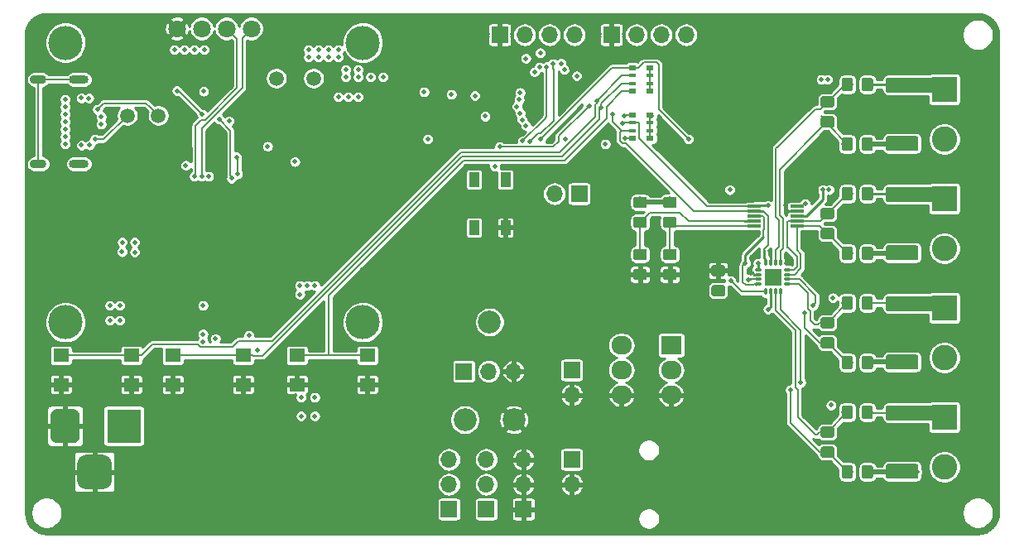
<source format=gbr>
G04 #@! TF.GenerationSoftware,KiCad,Pcbnew,(5.1.0-rc2-41-g6b3e9b0ed)*
G04 #@! TF.CreationDate,2021-09-28T16:44:10+02:00*
G04 #@! TF.ProjectId,styro_control,73747972-6f5f-4636-9f6e-74726f6c2e6b,rev?*
G04 #@! TF.SameCoordinates,Original*
G04 #@! TF.FileFunction,Copper,L4,Bot*
G04 #@! TF.FilePolarity,Positive*
%FSLAX46Y46*%
G04 Gerber Fmt 4.6, Leading zero omitted, Abs format (unit mm)*
G04 Created by KiCad (PCBNEW (5.1.0-rc2-41-g6b3e9b0ed)) date 2021-09-28 16:44:10*
%MOMM*%
%LPD*%
G04 APERTURE LIST*
%ADD10O,1.700000X0.900000*%
%ADD11O,2.000000X0.900000*%
%ADD12O,2.100000X1.900000*%
%ADD13R,2.100000X1.900000*%
%ADD14O,1.700000X1.700000*%
%ADD15R,1.700000X1.700000*%
%ADD16R,1.000000X1.500000*%
%ADD17R,0.800000X0.500000*%
%ADD18R,0.800000X0.400000*%
%ADD19C,1.500000*%
%ADD20R,1.750000X1.750000*%
%ADD21O,0.300000X0.800000*%
%ADD22O,0.800000X0.300000*%
%ADD23C,1.800000*%
%ADD24C,3.500000*%
%ADD25R,1.600000X1.400000*%
%ADD26C,2.600000*%
%ADD27R,2.600000X2.600000*%
%ADD28R,1.400000X0.300000*%
%ADD29C,2.340000*%
%ADD30C,0.100000*%
%ADD31C,1.525000*%
%ADD32C,1.150000*%
%ADD33C,3.000000*%
%ADD34R,3.500000X3.500000*%
%ADD35C,0.500000*%
%ADD36C,0.254000*%
%ADD37C,0.203200*%
%ADD38C,0.508000*%
%ADD39C,1.524000*%
G04 APERTURE END LIST*
D10*
X75992000Y-81790000D03*
X75992000Y-73150000D03*
D11*
X80162000Y-81790000D03*
X80162000Y-73150000D03*
D12*
X135636000Y-105410000D03*
X140716000Y-105410000D03*
X135636000Y-102870000D03*
X140716000Y-102870000D03*
X135636000Y-100330000D03*
D13*
X140716000Y-100330000D03*
D14*
X130556000Y-105410000D03*
D15*
X130556000Y-102870000D03*
D16*
X120574000Y-83402000D03*
X123774000Y-83402000D03*
X120574000Y-88302000D03*
X123774000Y-88302000D03*
D17*
X136768000Y-79178000D03*
D18*
X136768000Y-78378000D03*
D17*
X136768000Y-76778000D03*
D18*
X136768000Y-77578000D03*
D17*
X138568000Y-79178000D03*
D18*
X138568000Y-77578000D03*
X138568000Y-78378000D03*
D17*
X138568000Y-76778000D03*
D14*
X128778000Y-84836000D03*
D15*
X131318000Y-84836000D03*
D19*
X88265000Y-76835000D03*
D20*
X151130000Y-93345000D03*
D21*
X150380000Y-94845000D03*
X150880000Y-94845000D03*
X151380000Y-94845000D03*
X151880000Y-94845000D03*
D22*
X152630000Y-94095000D03*
X152630000Y-93595000D03*
X152630000Y-93095000D03*
X152630000Y-92595000D03*
D21*
X151880000Y-91845000D03*
X151380000Y-91845000D03*
X150880000Y-91845000D03*
X150380000Y-91845000D03*
D22*
X149630000Y-92595000D03*
X149630000Y-93095000D03*
X149630000Y-93595000D03*
X149630000Y-94095000D03*
D23*
X90170000Y-67945000D03*
X92710000Y-67945000D03*
X97790000Y-67945000D03*
X95250000Y-67945000D03*
D24*
X109180000Y-97985000D03*
X78780000Y-97985000D03*
X78780000Y-69385000D03*
X109180000Y-69385000D03*
D25*
X102445000Y-101370000D03*
X109645000Y-101370000D03*
X102445000Y-104370000D03*
X109645000Y-104370000D03*
X78315000Y-101370000D03*
X85515000Y-101370000D03*
X78315000Y-104370000D03*
X85515000Y-104370000D03*
X89745000Y-101370000D03*
X96945000Y-101370000D03*
X89745000Y-104370000D03*
X96945000Y-104370000D03*
D17*
X136768000Y-74352000D03*
D18*
X136768000Y-73552000D03*
D17*
X136768000Y-71952000D03*
D18*
X136768000Y-72752000D03*
D17*
X138568000Y-74352000D03*
D18*
X138568000Y-72752000D03*
X138568000Y-73552000D03*
D17*
X138568000Y-71952000D03*
D26*
X168656000Y-112776000D03*
D27*
X168656000Y-107696000D03*
D14*
X130556000Y-114554000D03*
D15*
X130556000Y-112014000D03*
D28*
X153584000Y-88122000D03*
X153584000Y-87622000D03*
X153584000Y-87122000D03*
X153584000Y-86622000D03*
X153584000Y-86122000D03*
X149184000Y-86122000D03*
X149184000Y-86622000D03*
X149184000Y-87122000D03*
X149184000Y-87622000D03*
X149184000Y-88122000D03*
D19*
X104140000Y-73025000D03*
X85090000Y-76835000D03*
X100330000Y-73025000D03*
D29*
X119634000Y-107950000D03*
X122134000Y-97950000D03*
X124634000Y-107950000D03*
D30*
G36*
X165787505Y-101286204D02*
G01*
X165811773Y-101289804D01*
X165835572Y-101295765D01*
X165858671Y-101304030D01*
X165880850Y-101314520D01*
X165901893Y-101327132D01*
X165921599Y-101341747D01*
X165939777Y-101358223D01*
X165956253Y-101376401D01*
X165970868Y-101396107D01*
X165983480Y-101417150D01*
X165993970Y-101439329D01*
X166002235Y-101462428D01*
X166008196Y-101486227D01*
X166011796Y-101510495D01*
X166013000Y-101534999D01*
X166013000Y-102560001D01*
X166011796Y-102584505D01*
X166008196Y-102608773D01*
X166002235Y-102632572D01*
X165993970Y-102655671D01*
X165983480Y-102677850D01*
X165970868Y-102698893D01*
X165956253Y-102718599D01*
X165939777Y-102736777D01*
X165921599Y-102753253D01*
X165901893Y-102767868D01*
X165880850Y-102780480D01*
X165858671Y-102790970D01*
X165835572Y-102799235D01*
X165811773Y-102805196D01*
X165787505Y-102808796D01*
X165763001Y-102810000D01*
X162912999Y-102810000D01*
X162888495Y-102808796D01*
X162864227Y-102805196D01*
X162840428Y-102799235D01*
X162817329Y-102790970D01*
X162795150Y-102780480D01*
X162774107Y-102767868D01*
X162754401Y-102753253D01*
X162736223Y-102736777D01*
X162719747Y-102718599D01*
X162705132Y-102698893D01*
X162692520Y-102677850D01*
X162682030Y-102655671D01*
X162673765Y-102632572D01*
X162667804Y-102608773D01*
X162664204Y-102584505D01*
X162663000Y-102560001D01*
X162663000Y-101534999D01*
X162664204Y-101510495D01*
X162667804Y-101486227D01*
X162673765Y-101462428D01*
X162682030Y-101439329D01*
X162692520Y-101417150D01*
X162705132Y-101396107D01*
X162719747Y-101376401D01*
X162736223Y-101358223D01*
X162754401Y-101341747D01*
X162774107Y-101327132D01*
X162795150Y-101314520D01*
X162817329Y-101304030D01*
X162840428Y-101295765D01*
X162864227Y-101289804D01*
X162888495Y-101286204D01*
X162912999Y-101285000D01*
X165763001Y-101285000D01*
X165787505Y-101286204D01*
X165787505Y-101286204D01*
G37*
D31*
X164338000Y-102047500D03*
D30*
G36*
X165787505Y-95311204D02*
G01*
X165811773Y-95314804D01*
X165835572Y-95320765D01*
X165858671Y-95329030D01*
X165880850Y-95339520D01*
X165901893Y-95352132D01*
X165921599Y-95366747D01*
X165939777Y-95383223D01*
X165956253Y-95401401D01*
X165970868Y-95421107D01*
X165983480Y-95442150D01*
X165993970Y-95464329D01*
X166002235Y-95487428D01*
X166008196Y-95511227D01*
X166011796Y-95535495D01*
X166013000Y-95559999D01*
X166013000Y-96585001D01*
X166011796Y-96609505D01*
X166008196Y-96633773D01*
X166002235Y-96657572D01*
X165993970Y-96680671D01*
X165983480Y-96702850D01*
X165970868Y-96723893D01*
X165956253Y-96743599D01*
X165939777Y-96761777D01*
X165921599Y-96778253D01*
X165901893Y-96792868D01*
X165880850Y-96805480D01*
X165858671Y-96815970D01*
X165835572Y-96824235D01*
X165811773Y-96830196D01*
X165787505Y-96833796D01*
X165763001Y-96835000D01*
X162912999Y-96835000D01*
X162888495Y-96833796D01*
X162864227Y-96830196D01*
X162840428Y-96824235D01*
X162817329Y-96815970D01*
X162795150Y-96805480D01*
X162774107Y-96792868D01*
X162754401Y-96778253D01*
X162736223Y-96761777D01*
X162719747Y-96743599D01*
X162705132Y-96723893D01*
X162692520Y-96702850D01*
X162682030Y-96680671D01*
X162673765Y-96657572D01*
X162667804Y-96633773D01*
X162664204Y-96609505D01*
X162663000Y-96585001D01*
X162663000Y-95559999D01*
X162664204Y-95535495D01*
X162667804Y-95511227D01*
X162673765Y-95487428D01*
X162682030Y-95464329D01*
X162692520Y-95442150D01*
X162705132Y-95421107D01*
X162719747Y-95401401D01*
X162736223Y-95383223D01*
X162754401Y-95366747D01*
X162774107Y-95352132D01*
X162795150Y-95339520D01*
X162817329Y-95329030D01*
X162840428Y-95320765D01*
X162864227Y-95314804D01*
X162888495Y-95311204D01*
X162912999Y-95310000D01*
X165763001Y-95310000D01*
X165787505Y-95311204D01*
X165787505Y-95311204D01*
G37*
D31*
X164338000Y-96072500D03*
D30*
G36*
X165787505Y-112462204D02*
G01*
X165811773Y-112465804D01*
X165835572Y-112471765D01*
X165858671Y-112480030D01*
X165880850Y-112490520D01*
X165901893Y-112503132D01*
X165921599Y-112517747D01*
X165939777Y-112534223D01*
X165956253Y-112552401D01*
X165970868Y-112572107D01*
X165983480Y-112593150D01*
X165993970Y-112615329D01*
X166002235Y-112638428D01*
X166008196Y-112662227D01*
X166011796Y-112686495D01*
X166013000Y-112710999D01*
X166013000Y-113736001D01*
X166011796Y-113760505D01*
X166008196Y-113784773D01*
X166002235Y-113808572D01*
X165993970Y-113831671D01*
X165983480Y-113853850D01*
X165970868Y-113874893D01*
X165956253Y-113894599D01*
X165939777Y-113912777D01*
X165921599Y-113929253D01*
X165901893Y-113943868D01*
X165880850Y-113956480D01*
X165858671Y-113966970D01*
X165835572Y-113975235D01*
X165811773Y-113981196D01*
X165787505Y-113984796D01*
X165763001Y-113986000D01*
X162912999Y-113986000D01*
X162888495Y-113984796D01*
X162864227Y-113981196D01*
X162840428Y-113975235D01*
X162817329Y-113966970D01*
X162795150Y-113956480D01*
X162774107Y-113943868D01*
X162754401Y-113929253D01*
X162736223Y-113912777D01*
X162719747Y-113894599D01*
X162705132Y-113874893D01*
X162692520Y-113853850D01*
X162682030Y-113831671D01*
X162673765Y-113808572D01*
X162667804Y-113784773D01*
X162664204Y-113760505D01*
X162663000Y-113736001D01*
X162663000Y-112710999D01*
X162664204Y-112686495D01*
X162667804Y-112662227D01*
X162673765Y-112638428D01*
X162682030Y-112615329D01*
X162692520Y-112593150D01*
X162705132Y-112572107D01*
X162719747Y-112552401D01*
X162736223Y-112534223D01*
X162754401Y-112517747D01*
X162774107Y-112503132D01*
X162795150Y-112490520D01*
X162817329Y-112480030D01*
X162840428Y-112471765D01*
X162864227Y-112465804D01*
X162888495Y-112462204D01*
X162912999Y-112461000D01*
X165763001Y-112461000D01*
X165787505Y-112462204D01*
X165787505Y-112462204D01*
G37*
D31*
X164338000Y-113223500D03*
D30*
G36*
X165787505Y-106487204D02*
G01*
X165811773Y-106490804D01*
X165835572Y-106496765D01*
X165858671Y-106505030D01*
X165880850Y-106515520D01*
X165901893Y-106528132D01*
X165921599Y-106542747D01*
X165939777Y-106559223D01*
X165956253Y-106577401D01*
X165970868Y-106597107D01*
X165983480Y-106618150D01*
X165993970Y-106640329D01*
X166002235Y-106663428D01*
X166008196Y-106687227D01*
X166011796Y-106711495D01*
X166013000Y-106735999D01*
X166013000Y-107761001D01*
X166011796Y-107785505D01*
X166008196Y-107809773D01*
X166002235Y-107833572D01*
X165993970Y-107856671D01*
X165983480Y-107878850D01*
X165970868Y-107899893D01*
X165956253Y-107919599D01*
X165939777Y-107937777D01*
X165921599Y-107954253D01*
X165901893Y-107968868D01*
X165880850Y-107981480D01*
X165858671Y-107991970D01*
X165835572Y-108000235D01*
X165811773Y-108006196D01*
X165787505Y-108009796D01*
X165763001Y-108011000D01*
X162912999Y-108011000D01*
X162888495Y-108009796D01*
X162864227Y-108006196D01*
X162840428Y-108000235D01*
X162817329Y-107991970D01*
X162795150Y-107981480D01*
X162774107Y-107968868D01*
X162754401Y-107954253D01*
X162736223Y-107937777D01*
X162719747Y-107919599D01*
X162705132Y-107899893D01*
X162692520Y-107878850D01*
X162682030Y-107856671D01*
X162673765Y-107833572D01*
X162667804Y-107809773D01*
X162664204Y-107785505D01*
X162663000Y-107761001D01*
X162663000Y-106735999D01*
X162664204Y-106711495D01*
X162667804Y-106687227D01*
X162673765Y-106663428D01*
X162682030Y-106640329D01*
X162692520Y-106618150D01*
X162705132Y-106597107D01*
X162719747Y-106577401D01*
X162736223Y-106559223D01*
X162754401Y-106542747D01*
X162774107Y-106528132D01*
X162795150Y-106515520D01*
X162817329Y-106505030D01*
X162840428Y-106496765D01*
X162864227Y-106490804D01*
X162888495Y-106487204D01*
X162912999Y-106486000D01*
X165763001Y-106486000D01*
X165787505Y-106487204D01*
X165787505Y-106487204D01*
G37*
D31*
X164338000Y-107248500D03*
D30*
G36*
X165787505Y-90110204D02*
G01*
X165811773Y-90113804D01*
X165835572Y-90119765D01*
X165858671Y-90128030D01*
X165880850Y-90138520D01*
X165901893Y-90151132D01*
X165921599Y-90165747D01*
X165939777Y-90182223D01*
X165956253Y-90200401D01*
X165970868Y-90220107D01*
X165983480Y-90241150D01*
X165993970Y-90263329D01*
X166002235Y-90286428D01*
X166008196Y-90310227D01*
X166011796Y-90334495D01*
X166013000Y-90358999D01*
X166013000Y-91384001D01*
X166011796Y-91408505D01*
X166008196Y-91432773D01*
X166002235Y-91456572D01*
X165993970Y-91479671D01*
X165983480Y-91501850D01*
X165970868Y-91522893D01*
X165956253Y-91542599D01*
X165939777Y-91560777D01*
X165921599Y-91577253D01*
X165901893Y-91591868D01*
X165880850Y-91604480D01*
X165858671Y-91614970D01*
X165835572Y-91623235D01*
X165811773Y-91629196D01*
X165787505Y-91632796D01*
X165763001Y-91634000D01*
X162912999Y-91634000D01*
X162888495Y-91632796D01*
X162864227Y-91629196D01*
X162840428Y-91623235D01*
X162817329Y-91614970D01*
X162795150Y-91604480D01*
X162774107Y-91591868D01*
X162754401Y-91577253D01*
X162736223Y-91560777D01*
X162719747Y-91542599D01*
X162705132Y-91522893D01*
X162692520Y-91501850D01*
X162682030Y-91479671D01*
X162673765Y-91456572D01*
X162667804Y-91432773D01*
X162664204Y-91408505D01*
X162663000Y-91384001D01*
X162663000Y-90358999D01*
X162664204Y-90334495D01*
X162667804Y-90310227D01*
X162673765Y-90286428D01*
X162682030Y-90263329D01*
X162692520Y-90241150D01*
X162705132Y-90220107D01*
X162719747Y-90200401D01*
X162736223Y-90182223D01*
X162754401Y-90165747D01*
X162774107Y-90151132D01*
X162795150Y-90138520D01*
X162817329Y-90128030D01*
X162840428Y-90119765D01*
X162864227Y-90113804D01*
X162888495Y-90110204D01*
X162912999Y-90109000D01*
X165763001Y-90109000D01*
X165787505Y-90110204D01*
X165787505Y-90110204D01*
G37*
D31*
X164338000Y-90871500D03*
D30*
G36*
X165787505Y-84135204D02*
G01*
X165811773Y-84138804D01*
X165835572Y-84144765D01*
X165858671Y-84153030D01*
X165880850Y-84163520D01*
X165901893Y-84176132D01*
X165921599Y-84190747D01*
X165939777Y-84207223D01*
X165956253Y-84225401D01*
X165970868Y-84245107D01*
X165983480Y-84266150D01*
X165993970Y-84288329D01*
X166002235Y-84311428D01*
X166008196Y-84335227D01*
X166011796Y-84359495D01*
X166013000Y-84383999D01*
X166013000Y-85409001D01*
X166011796Y-85433505D01*
X166008196Y-85457773D01*
X166002235Y-85481572D01*
X165993970Y-85504671D01*
X165983480Y-85526850D01*
X165970868Y-85547893D01*
X165956253Y-85567599D01*
X165939777Y-85585777D01*
X165921599Y-85602253D01*
X165901893Y-85616868D01*
X165880850Y-85629480D01*
X165858671Y-85639970D01*
X165835572Y-85648235D01*
X165811773Y-85654196D01*
X165787505Y-85657796D01*
X165763001Y-85659000D01*
X162912999Y-85659000D01*
X162888495Y-85657796D01*
X162864227Y-85654196D01*
X162840428Y-85648235D01*
X162817329Y-85639970D01*
X162795150Y-85629480D01*
X162774107Y-85616868D01*
X162754401Y-85602253D01*
X162736223Y-85585777D01*
X162719747Y-85567599D01*
X162705132Y-85547893D01*
X162692520Y-85526850D01*
X162682030Y-85504671D01*
X162673765Y-85481572D01*
X162667804Y-85457773D01*
X162664204Y-85433505D01*
X162663000Y-85409001D01*
X162663000Y-84383999D01*
X162664204Y-84359495D01*
X162667804Y-84335227D01*
X162673765Y-84311428D01*
X162682030Y-84288329D01*
X162692520Y-84266150D01*
X162705132Y-84245107D01*
X162719747Y-84225401D01*
X162736223Y-84207223D01*
X162754401Y-84190747D01*
X162774107Y-84176132D01*
X162795150Y-84163520D01*
X162817329Y-84153030D01*
X162840428Y-84144765D01*
X162864227Y-84138804D01*
X162888495Y-84135204D01*
X162912999Y-84134000D01*
X165763001Y-84134000D01*
X165787505Y-84135204D01*
X165787505Y-84135204D01*
G37*
D31*
X164338000Y-84896500D03*
D30*
G36*
X165787505Y-78934204D02*
G01*
X165811773Y-78937804D01*
X165835572Y-78943765D01*
X165858671Y-78952030D01*
X165880850Y-78962520D01*
X165901893Y-78975132D01*
X165921599Y-78989747D01*
X165939777Y-79006223D01*
X165956253Y-79024401D01*
X165970868Y-79044107D01*
X165983480Y-79065150D01*
X165993970Y-79087329D01*
X166002235Y-79110428D01*
X166008196Y-79134227D01*
X166011796Y-79158495D01*
X166013000Y-79182999D01*
X166013000Y-80208001D01*
X166011796Y-80232505D01*
X166008196Y-80256773D01*
X166002235Y-80280572D01*
X165993970Y-80303671D01*
X165983480Y-80325850D01*
X165970868Y-80346893D01*
X165956253Y-80366599D01*
X165939777Y-80384777D01*
X165921599Y-80401253D01*
X165901893Y-80415868D01*
X165880850Y-80428480D01*
X165858671Y-80438970D01*
X165835572Y-80447235D01*
X165811773Y-80453196D01*
X165787505Y-80456796D01*
X165763001Y-80458000D01*
X162912999Y-80458000D01*
X162888495Y-80456796D01*
X162864227Y-80453196D01*
X162840428Y-80447235D01*
X162817329Y-80438970D01*
X162795150Y-80428480D01*
X162774107Y-80415868D01*
X162754401Y-80401253D01*
X162736223Y-80384777D01*
X162719747Y-80366599D01*
X162705132Y-80346893D01*
X162692520Y-80325850D01*
X162682030Y-80303671D01*
X162673765Y-80280572D01*
X162667804Y-80256773D01*
X162664204Y-80232505D01*
X162663000Y-80208001D01*
X162663000Y-79182999D01*
X162664204Y-79158495D01*
X162667804Y-79134227D01*
X162673765Y-79110428D01*
X162682030Y-79087329D01*
X162692520Y-79065150D01*
X162705132Y-79044107D01*
X162719747Y-79024401D01*
X162736223Y-79006223D01*
X162754401Y-78989747D01*
X162774107Y-78975132D01*
X162795150Y-78962520D01*
X162817329Y-78952030D01*
X162840428Y-78943765D01*
X162864227Y-78937804D01*
X162888495Y-78934204D01*
X162912999Y-78933000D01*
X165763001Y-78933000D01*
X165787505Y-78934204D01*
X165787505Y-78934204D01*
G37*
D31*
X164338000Y-79695500D03*
D30*
G36*
X165787505Y-72959204D02*
G01*
X165811773Y-72962804D01*
X165835572Y-72968765D01*
X165858671Y-72977030D01*
X165880850Y-72987520D01*
X165901893Y-73000132D01*
X165921599Y-73014747D01*
X165939777Y-73031223D01*
X165956253Y-73049401D01*
X165970868Y-73069107D01*
X165983480Y-73090150D01*
X165993970Y-73112329D01*
X166002235Y-73135428D01*
X166008196Y-73159227D01*
X166011796Y-73183495D01*
X166013000Y-73207999D01*
X166013000Y-74233001D01*
X166011796Y-74257505D01*
X166008196Y-74281773D01*
X166002235Y-74305572D01*
X165993970Y-74328671D01*
X165983480Y-74350850D01*
X165970868Y-74371893D01*
X165956253Y-74391599D01*
X165939777Y-74409777D01*
X165921599Y-74426253D01*
X165901893Y-74440868D01*
X165880850Y-74453480D01*
X165858671Y-74463970D01*
X165835572Y-74472235D01*
X165811773Y-74478196D01*
X165787505Y-74481796D01*
X165763001Y-74483000D01*
X162912999Y-74483000D01*
X162888495Y-74481796D01*
X162864227Y-74478196D01*
X162840428Y-74472235D01*
X162817329Y-74463970D01*
X162795150Y-74453480D01*
X162774107Y-74440868D01*
X162754401Y-74426253D01*
X162736223Y-74409777D01*
X162719747Y-74391599D01*
X162705132Y-74371893D01*
X162692520Y-74350850D01*
X162682030Y-74328671D01*
X162673765Y-74305572D01*
X162667804Y-74281773D01*
X162664204Y-74257505D01*
X162663000Y-74233001D01*
X162663000Y-73207999D01*
X162664204Y-73183495D01*
X162667804Y-73159227D01*
X162673765Y-73135428D01*
X162682030Y-73112329D01*
X162692520Y-73090150D01*
X162705132Y-73069107D01*
X162719747Y-73049401D01*
X162736223Y-73031223D01*
X162754401Y-73014747D01*
X162774107Y-73000132D01*
X162795150Y-72987520D01*
X162817329Y-72977030D01*
X162840428Y-72968765D01*
X162864227Y-72962804D01*
X162888495Y-72959204D01*
X162912999Y-72958000D01*
X165763001Y-72958000D01*
X165787505Y-72959204D01*
X165787505Y-72959204D01*
G37*
D31*
X164338000Y-73720500D03*
D30*
G36*
X138015505Y-87192204D02*
G01*
X138039773Y-87195804D01*
X138063572Y-87201765D01*
X138086671Y-87210030D01*
X138108850Y-87220520D01*
X138129893Y-87233132D01*
X138149599Y-87247747D01*
X138167777Y-87264223D01*
X138184253Y-87282401D01*
X138198868Y-87302107D01*
X138211480Y-87323150D01*
X138221970Y-87345329D01*
X138230235Y-87368428D01*
X138236196Y-87392227D01*
X138239796Y-87416495D01*
X138241000Y-87440999D01*
X138241000Y-88091001D01*
X138239796Y-88115505D01*
X138236196Y-88139773D01*
X138230235Y-88163572D01*
X138221970Y-88186671D01*
X138211480Y-88208850D01*
X138198868Y-88229893D01*
X138184253Y-88249599D01*
X138167777Y-88267777D01*
X138149599Y-88284253D01*
X138129893Y-88298868D01*
X138108850Y-88311480D01*
X138086671Y-88321970D01*
X138063572Y-88330235D01*
X138039773Y-88336196D01*
X138015505Y-88339796D01*
X137991001Y-88341000D01*
X137090999Y-88341000D01*
X137066495Y-88339796D01*
X137042227Y-88336196D01*
X137018428Y-88330235D01*
X136995329Y-88321970D01*
X136973150Y-88311480D01*
X136952107Y-88298868D01*
X136932401Y-88284253D01*
X136914223Y-88267777D01*
X136897747Y-88249599D01*
X136883132Y-88229893D01*
X136870520Y-88208850D01*
X136860030Y-88186671D01*
X136851765Y-88163572D01*
X136845804Y-88139773D01*
X136842204Y-88115505D01*
X136841000Y-88091001D01*
X136841000Y-87440999D01*
X136842204Y-87416495D01*
X136845804Y-87392227D01*
X136851765Y-87368428D01*
X136860030Y-87345329D01*
X136870520Y-87323150D01*
X136883132Y-87302107D01*
X136897747Y-87282401D01*
X136914223Y-87264223D01*
X136932401Y-87247747D01*
X136952107Y-87233132D01*
X136973150Y-87220520D01*
X136995329Y-87210030D01*
X137018428Y-87201765D01*
X137042227Y-87195804D01*
X137066495Y-87192204D01*
X137090999Y-87191000D01*
X137991001Y-87191000D01*
X138015505Y-87192204D01*
X138015505Y-87192204D01*
G37*
D32*
X137541000Y-87766000D03*
D30*
G36*
X138015505Y-85142204D02*
G01*
X138039773Y-85145804D01*
X138063572Y-85151765D01*
X138086671Y-85160030D01*
X138108850Y-85170520D01*
X138129893Y-85183132D01*
X138149599Y-85197747D01*
X138167777Y-85214223D01*
X138184253Y-85232401D01*
X138198868Y-85252107D01*
X138211480Y-85273150D01*
X138221970Y-85295329D01*
X138230235Y-85318428D01*
X138236196Y-85342227D01*
X138239796Y-85366495D01*
X138241000Y-85390999D01*
X138241000Y-86041001D01*
X138239796Y-86065505D01*
X138236196Y-86089773D01*
X138230235Y-86113572D01*
X138221970Y-86136671D01*
X138211480Y-86158850D01*
X138198868Y-86179893D01*
X138184253Y-86199599D01*
X138167777Y-86217777D01*
X138149599Y-86234253D01*
X138129893Y-86248868D01*
X138108850Y-86261480D01*
X138086671Y-86271970D01*
X138063572Y-86280235D01*
X138039773Y-86286196D01*
X138015505Y-86289796D01*
X137991001Y-86291000D01*
X137090999Y-86291000D01*
X137066495Y-86289796D01*
X137042227Y-86286196D01*
X137018428Y-86280235D01*
X136995329Y-86271970D01*
X136973150Y-86261480D01*
X136952107Y-86248868D01*
X136932401Y-86234253D01*
X136914223Y-86217777D01*
X136897747Y-86199599D01*
X136883132Y-86179893D01*
X136870520Y-86158850D01*
X136860030Y-86136671D01*
X136851765Y-86113572D01*
X136845804Y-86089773D01*
X136842204Y-86065505D01*
X136841000Y-86041001D01*
X136841000Y-85390999D01*
X136842204Y-85366495D01*
X136845804Y-85342227D01*
X136851765Y-85318428D01*
X136860030Y-85295329D01*
X136870520Y-85273150D01*
X136883132Y-85252107D01*
X136897747Y-85232401D01*
X136914223Y-85214223D01*
X136932401Y-85197747D01*
X136952107Y-85183132D01*
X136973150Y-85170520D01*
X136995329Y-85160030D01*
X137018428Y-85151765D01*
X137042227Y-85145804D01*
X137066495Y-85142204D01*
X137090999Y-85141000D01*
X137991001Y-85141000D01*
X138015505Y-85142204D01*
X138015505Y-85142204D01*
G37*
D32*
X137541000Y-85716000D03*
D30*
G36*
X141063505Y-87192204D02*
G01*
X141087773Y-87195804D01*
X141111572Y-87201765D01*
X141134671Y-87210030D01*
X141156850Y-87220520D01*
X141177893Y-87233132D01*
X141197599Y-87247747D01*
X141215777Y-87264223D01*
X141232253Y-87282401D01*
X141246868Y-87302107D01*
X141259480Y-87323150D01*
X141269970Y-87345329D01*
X141278235Y-87368428D01*
X141284196Y-87392227D01*
X141287796Y-87416495D01*
X141289000Y-87440999D01*
X141289000Y-88091001D01*
X141287796Y-88115505D01*
X141284196Y-88139773D01*
X141278235Y-88163572D01*
X141269970Y-88186671D01*
X141259480Y-88208850D01*
X141246868Y-88229893D01*
X141232253Y-88249599D01*
X141215777Y-88267777D01*
X141197599Y-88284253D01*
X141177893Y-88298868D01*
X141156850Y-88311480D01*
X141134671Y-88321970D01*
X141111572Y-88330235D01*
X141087773Y-88336196D01*
X141063505Y-88339796D01*
X141039001Y-88341000D01*
X140138999Y-88341000D01*
X140114495Y-88339796D01*
X140090227Y-88336196D01*
X140066428Y-88330235D01*
X140043329Y-88321970D01*
X140021150Y-88311480D01*
X140000107Y-88298868D01*
X139980401Y-88284253D01*
X139962223Y-88267777D01*
X139945747Y-88249599D01*
X139931132Y-88229893D01*
X139918520Y-88208850D01*
X139908030Y-88186671D01*
X139899765Y-88163572D01*
X139893804Y-88139773D01*
X139890204Y-88115505D01*
X139889000Y-88091001D01*
X139889000Y-87440999D01*
X139890204Y-87416495D01*
X139893804Y-87392227D01*
X139899765Y-87368428D01*
X139908030Y-87345329D01*
X139918520Y-87323150D01*
X139931132Y-87302107D01*
X139945747Y-87282401D01*
X139962223Y-87264223D01*
X139980401Y-87247747D01*
X140000107Y-87233132D01*
X140021150Y-87220520D01*
X140043329Y-87210030D01*
X140066428Y-87201765D01*
X140090227Y-87195804D01*
X140114495Y-87192204D01*
X140138999Y-87191000D01*
X141039001Y-87191000D01*
X141063505Y-87192204D01*
X141063505Y-87192204D01*
G37*
D32*
X140589000Y-87766000D03*
D30*
G36*
X141063505Y-85142204D02*
G01*
X141087773Y-85145804D01*
X141111572Y-85151765D01*
X141134671Y-85160030D01*
X141156850Y-85170520D01*
X141177893Y-85183132D01*
X141197599Y-85197747D01*
X141215777Y-85214223D01*
X141232253Y-85232401D01*
X141246868Y-85252107D01*
X141259480Y-85273150D01*
X141269970Y-85295329D01*
X141278235Y-85318428D01*
X141284196Y-85342227D01*
X141287796Y-85366495D01*
X141289000Y-85390999D01*
X141289000Y-86041001D01*
X141287796Y-86065505D01*
X141284196Y-86089773D01*
X141278235Y-86113572D01*
X141269970Y-86136671D01*
X141259480Y-86158850D01*
X141246868Y-86179893D01*
X141232253Y-86199599D01*
X141215777Y-86217777D01*
X141197599Y-86234253D01*
X141177893Y-86248868D01*
X141156850Y-86261480D01*
X141134671Y-86271970D01*
X141111572Y-86280235D01*
X141087773Y-86286196D01*
X141063505Y-86289796D01*
X141039001Y-86291000D01*
X140138999Y-86291000D01*
X140114495Y-86289796D01*
X140090227Y-86286196D01*
X140066428Y-86280235D01*
X140043329Y-86271970D01*
X140021150Y-86261480D01*
X140000107Y-86248868D01*
X139980401Y-86234253D01*
X139962223Y-86217777D01*
X139945747Y-86199599D01*
X139931132Y-86179893D01*
X139918520Y-86158850D01*
X139908030Y-86136671D01*
X139899765Y-86113572D01*
X139893804Y-86089773D01*
X139890204Y-86065505D01*
X139889000Y-86041001D01*
X139889000Y-85390999D01*
X139890204Y-85366495D01*
X139893804Y-85342227D01*
X139899765Y-85318428D01*
X139908030Y-85295329D01*
X139918520Y-85273150D01*
X139931132Y-85252107D01*
X139945747Y-85232401D01*
X139962223Y-85214223D01*
X139980401Y-85197747D01*
X140000107Y-85183132D01*
X140021150Y-85170520D01*
X140043329Y-85160030D01*
X140066428Y-85151765D01*
X140090227Y-85145804D01*
X140114495Y-85142204D01*
X140138999Y-85141000D01*
X141039001Y-85141000D01*
X141063505Y-85142204D01*
X141063505Y-85142204D01*
G37*
D32*
X140589000Y-85716000D03*
D30*
G36*
X138015505Y-92526204D02*
G01*
X138039773Y-92529804D01*
X138063572Y-92535765D01*
X138086671Y-92544030D01*
X138108850Y-92554520D01*
X138129893Y-92567132D01*
X138149599Y-92581747D01*
X138167777Y-92598223D01*
X138184253Y-92616401D01*
X138198868Y-92636107D01*
X138211480Y-92657150D01*
X138221970Y-92679329D01*
X138230235Y-92702428D01*
X138236196Y-92726227D01*
X138239796Y-92750495D01*
X138241000Y-92774999D01*
X138241000Y-93425001D01*
X138239796Y-93449505D01*
X138236196Y-93473773D01*
X138230235Y-93497572D01*
X138221970Y-93520671D01*
X138211480Y-93542850D01*
X138198868Y-93563893D01*
X138184253Y-93583599D01*
X138167777Y-93601777D01*
X138149599Y-93618253D01*
X138129893Y-93632868D01*
X138108850Y-93645480D01*
X138086671Y-93655970D01*
X138063572Y-93664235D01*
X138039773Y-93670196D01*
X138015505Y-93673796D01*
X137991001Y-93675000D01*
X137090999Y-93675000D01*
X137066495Y-93673796D01*
X137042227Y-93670196D01*
X137018428Y-93664235D01*
X136995329Y-93655970D01*
X136973150Y-93645480D01*
X136952107Y-93632868D01*
X136932401Y-93618253D01*
X136914223Y-93601777D01*
X136897747Y-93583599D01*
X136883132Y-93563893D01*
X136870520Y-93542850D01*
X136860030Y-93520671D01*
X136851765Y-93497572D01*
X136845804Y-93473773D01*
X136842204Y-93449505D01*
X136841000Y-93425001D01*
X136841000Y-92774999D01*
X136842204Y-92750495D01*
X136845804Y-92726227D01*
X136851765Y-92702428D01*
X136860030Y-92679329D01*
X136870520Y-92657150D01*
X136883132Y-92636107D01*
X136897747Y-92616401D01*
X136914223Y-92598223D01*
X136932401Y-92581747D01*
X136952107Y-92567132D01*
X136973150Y-92554520D01*
X136995329Y-92544030D01*
X137018428Y-92535765D01*
X137042227Y-92529804D01*
X137066495Y-92526204D01*
X137090999Y-92525000D01*
X137991001Y-92525000D01*
X138015505Y-92526204D01*
X138015505Y-92526204D01*
G37*
D32*
X137541000Y-93100000D03*
D30*
G36*
X138015505Y-90476204D02*
G01*
X138039773Y-90479804D01*
X138063572Y-90485765D01*
X138086671Y-90494030D01*
X138108850Y-90504520D01*
X138129893Y-90517132D01*
X138149599Y-90531747D01*
X138167777Y-90548223D01*
X138184253Y-90566401D01*
X138198868Y-90586107D01*
X138211480Y-90607150D01*
X138221970Y-90629329D01*
X138230235Y-90652428D01*
X138236196Y-90676227D01*
X138239796Y-90700495D01*
X138241000Y-90724999D01*
X138241000Y-91375001D01*
X138239796Y-91399505D01*
X138236196Y-91423773D01*
X138230235Y-91447572D01*
X138221970Y-91470671D01*
X138211480Y-91492850D01*
X138198868Y-91513893D01*
X138184253Y-91533599D01*
X138167777Y-91551777D01*
X138149599Y-91568253D01*
X138129893Y-91582868D01*
X138108850Y-91595480D01*
X138086671Y-91605970D01*
X138063572Y-91614235D01*
X138039773Y-91620196D01*
X138015505Y-91623796D01*
X137991001Y-91625000D01*
X137090999Y-91625000D01*
X137066495Y-91623796D01*
X137042227Y-91620196D01*
X137018428Y-91614235D01*
X136995329Y-91605970D01*
X136973150Y-91595480D01*
X136952107Y-91582868D01*
X136932401Y-91568253D01*
X136914223Y-91551777D01*
X136897747Y-91533599D01*
X136883132Y-91513893D01*
X136870520Y-91492850D01*
X136860030Y-91470671D01*
X136851765Y-91447572D01*
X136845804Y-91423773D01*
X136842204Y-91399505D01*
X136841000Y-91375001D01*
X136841000Y-90724999D01*
X136842204Y-90700495D01*
X136845804Y-90676227D01*
X136851765Y-90652428D01*
X136860030Y-90629329D01*
X136870520Y-90607150D01*
X136883132Y-90586107D01*
X136897747Y-90566401D01*
X136914223Y-90548223D01*
X136932401Y-90531747D01*
X136952107Y-90517132D01*
X136973150Y-90504520D01*
X136995329Y-90494030D01*
X137018428Y-90485765D01*
X137042227Y-90479804D01*
X137066495Y-90476204D01*
X137090999Y-90475000D01*
X137991001Y-90475000D01*
X138015505Y-90476204D01*
X138015505Y-90476204D01*
G37*
D32*
X137541000Y-91050000D03*
D30*
G36*
X141063505Y-92526204D02*
G01*
X141087773Y-92529804D01*
X141111572Y-92535765D01*
X141134671Y-92544030D01*
X141156850Y-92554520D01*
X141177893Y-92567132D01*
X141197599Y-92581747D01*
X141215777Y-92598223D01*
X141232253Y-92616401D01*
X141246868Y-92636107D01*
X141259480Y-92657150D01*
X141269970Y-92679329D01*
X141278235Y-92702428D01*
X141284196Y-92726227D01*
X141287796Y-92750495D01*
X141289000Y-92774999D01*
X141289000Y-93425001D01*
X141287796Y-93449505D01*
X141284196Y-93473773D01*
X141278235Y-93497572D01*
X141269970Y-93520671D01*
X141259480Y-93542850D01*
X141246868Y-93563893D01*
X141232253Y-93583599D01*
X141215777Y-93601777D01*
X141197599Y-93618253D01*
X141177893Y-93632868D01*
X141156850Y-93645480D01*
X141134671Y-93655970D01*
X141111572Y-93664235D01*
X141087773Y-93670196D01*
X141063505Y-93673796D01*
X141039001Y-93675000D01*
X140138999Y-93675000D01*
X140114495Y-93673796D01*
X140090227Y-93670196D01*
X140066428Y-93664235D01*
X140043329Y-93655970D01*
X140021150Y-93645480D01*
X140000107Y-93632868D01*
X139980401Y-93618253D01*
X139962223Y-93601777D01*
X139945747Y-93583599D01*
X139931132Y-93563893D01*
X139918520Y-93542850D01*
X139908030Y-93520671D01*
X139899765Y-93497572D01*
X139893804Y-93473773D01*
X139890204Y-93449505D01*
X139889000Y-93425001D01*
X139889000Y-92774999D01*
X139890204Y-92750495D01*
X139893804Y-92726227D01*
X139899765Y-92702428D01*
X139908030Y-92679329D01*
X139918520Y-92657150D01*
X139931132Y-92636107D01*
X139945747Y-92616401D01*
X139962223Y-92598223D01*
X139980401Y-92581747D01*
X140000107Y-92567132D01*
X140021150Y-92554520D01*
X140043329Y-92544030D01*
X140066428Y-92535765D01*
X140090227Y-92529804D01*
X140114495Y-92526204D01*
X140138999Y-92525000D01*
X141039001Y-92525000D01*
X141063505Y-92526204D01*
X141063505Y-92526204D01*
G37*
D32*
X140589000Y-93100000D03*
D30*
G36*
X141063505Y-90476204D02*
G01*
X141087773Y-90479804D01*
X141111572Y-90485765D01*
X141134671Y-90494030D01*
X141156850Y-90504520D01*
X141177893Y-90517132D01*
X141197599Y-90531747D01*
X141215777Y-90548223D01*
X141232253Y-90566401D01*
X141246868Y-90586107D01*
X141259480Y-90607150D01*
X141269970Y-90629329D01*
X141278235Y-90652428D01*
X141284196Y-90676227D01*
X141287796Y-90700495D01*
X141289000Y-90724999D01*
X141289000Y-91375001D01*
X141287796Y-91399505D01*
X141284196Y-91423773D01*
X141278235Y-91447572D01*
X141269970Y-91470671D01*
X141259480Y-91492850D01*
X141246868Y-91513893D01*
X141232253Y-91533599D01*
X141215777Y-91551777D01*
X141197599Y-91568253D01*
X141177893Y-91582868D01*
X141156850Y-91595480D01*
X141134671Y-91605970D01*
X141111572Y-91614235D01*
X141087773Y-91620196D01*
X141063505Y-91623796D01*
X141039001Y-91625000D01*
X140138999Y-91625000D01*
X140114495Y-91623796D01*
X140090227Y-91620196D01*
X140066428Y-91614235D01*
X140043329Y-91605970D01*
X140021150Y-91595480D01*
X140000107Y-91582868D01*
X139980401Y-91568253D01*
X139962223Y-91551777D01*
X139945747Y-91533599D01*
X139931132Y-91513893D01*
X139918520Y-91492850D01*
X139908030Y-91470671D01*
X139899765Y-91447572D01*
X139893804Y-91423773D01*
X139890204Y-91399505D01*
X139889000Y-91375001D01*
X139889000Y-90724999D01*
X139890204Y-90700495D01*
X139893804Y-90676227D01*
X139899765Y-90652428D01*
X139908030Y-90629329D01*
X139918520Y-90607150D01*
X139931132Y-90586107D01*
X139945747Y-90566401D01*
X139962223Y-90548223D01*
X139980401Y-90531747D01*
X140000107Y-90517132D01*
X140021150Y-90504520D01*
X140043329Y-90494030D01*
X140066428Y-90485765D01*
X140090227Y-90479804D01*
X140114495Y-90476204D01*
X140138999Y-90475000D01*
X141039001Y-90475000D01*
X141063505Y-90476204D01*
X141063505Y-90476204D01*
G37*
D32*
X140589000Y-91050000D03*
D30*
G36*
X161131505Y-95313204D02*
G01*
X161155773Y-95316804D01*
X161179572Y-95322765D01*
X161202671Y-95331030D01*
X161224850Y-95341520D01*
X161245893Y-95354132D01*
X161265599Y-95368747D01*
X161283777Y-95385223D01*
X161300253Y-95403401D01*
X161314868Y-95423107D01*
X161327480Y-95444150D01*
X161337970Y-95466329D01*
X161346235Y-95489428D01*
X161352196Y-95513227D01*
X161355796Y-95537495D01*
X161357000Y-95561999D01*
X161357000Y-96462001D01*
X161355796Y-96486505D01*
X161352196Y-96510773D01*
X161346235Y-96534572D01*
X161337970Y-96557671D01*
X161327480Y-96579850D01*
X161314868Y-96600893D01*
X161300253Y-96620599D01*
X161283777Y-96638777D01*
X161265599Y-96655253D01*
X161245893Y-96669868D01*
X161224850Y-96682480D01*
X161202671Y-96692970D01*
X161179572Y-96701235D01*
X161155773Y-96707196D01*
X161131505Y-96710796D01*
X161107001Y-96712000D01*
X160456999Y-96712000D01*
X160432495Y-96710796D01*
X160408227Y-96707196D01*
X160384428Y-96701235D01*
X160361329Y-96692970D01*
X160339150Y-96682480D01*
X160318107Y-96669868D01*
X160298401Y-96655253D01*
X160280223Y-96638777D01*
X160263747Y-96620599D01*
X160249132Y-96600893D01*
X160236520Y-96579850D01*
X160226030Y-96557671D01*
X160217765Y-96534572D01*
X160211804Y-96510773D01*
X160208204Y-96486505D01*
X160207000Y-96462001D01*
X160207000Y-95561999D01*
X160208204Y-95537495D01*
X160211804Y-95513227D01*
X160217765Y-95489428D01*
X160226030Y-95466329D01*
X160236520Y-95444150D01*
X160249132Y-95423107D01*
X160263747Y-95403401D01*
X160280223Y-95385223D01*
X160298401Y-95368747D01*
X160318107Y-95354132D01*
X160339150Y-95341520D01*
X160361329Y-95331030D01*
X160384428Y-95322765D01*
X160408227Y-95316804D01*
X160432495Y-95313204D01*
X160456999Y-95312000D01*
X161107001Y-95312000D01*
X161131505Y-95313204D01*
X161131505Y-95313204D01*
G37*
D32*
X160782000Y-96012000D03*
D30*
G36*
X159081505Y-95313204D02*
G01*
X159105773Y-95316804D01*
X159129572Y-95322765D01*
X159152671Y-95331030D01*
X159174850Y-95341520D01*
X159195893Y-95354132D01*
X159215599Y-95368747D01*
X159233777Y-95385223D01*
X159250253Y-95403401D01*
X159264868Y-95423107D01*
X159277480Y-95444150D01*
X159287970Y-95466329D01*
X159296235Y-95489428D01*
X159302196Y-95513227D01*
X159305796Y-95537495D01*
X159307000Y-95561999D01*
X159307000Y-96462001D01*
X159305796Y-96486505D01*
X159302196Y-96510773D01*
X159296235Y-96534572D01*
X159287970Y-96557671D01*
X159277480Y-96579850D01*
X159264868Y-96600893D01*
X159250253Y-96620599D01*
X159233777Y-96638777D01*
X159215599Y-96655253D01*
X159195893Y-96669868D01*
X159174850Y-96682480D01*
X159152671Y-96692970D01*
X159129572Y-96701235D01*
X159105773Y-96707196D01*
X159081505Y-96710796D01*
X159057001Y-96712000D01*
X158406999Y-96712000D01*
X158382495Y-96710796D01*
X158358227Y-96707196D01*
X158334428Y-96701235D01*
X158311329Y-96692970D01*
X158289150Y-96682480D01*
X158268107Y-96669868D01*
X158248401Y-96655253D01*
X158230223Y-96638777D01*
X158213747Y-96620599D01*
X158199132Y-96600893D01*
X158186520Y-96579850D01*
X158176030Y-96557671D01*
X158167765Y-96534572D01*
X158161804Y-96510773D01*
X158158204Y-96486505D01*
X158157000Y-96462001D01*
X158157000Y-95561999D01*
X158158204Y-95537495D01*
X158161804Y-95513227D01*
X158167765Y-95489428D01*
X158176030Y-95466329D01*
X158186520Y-95444150D01*
X158199132Y-95423107D01*
X158213747Y-95403401D01*
X158230223Y-95385223D01*
X158248401Y-95368747D01*
X158268107Y-95354132D01*
X158289150Y-95341520D01*
X158311329Y-95331030D01*
X158334428Y-95322765D01*
X158358227Y-95316804D01*
X158382495Y-95313204D01*
X158406999Y-95312000D01*
X159057001Y-95312000D01*
X159081505Y-95313204D01*
X159081505Y-95313204D01*
G37*
D32*
X158732000Y-96012000D03*
D30*
G36*
X161140505Y-101409204D02*
G01*
X161164773Y-101412804D01*
X161188572Y-101418765D01*
X161211671Y-101427030D01*
X161233850Y-101437520D01*
X161254893Y-101450132D01*
X161274599Y-101464747D01*
X161292777Y-101481223D01*
X161309253Y-101499401D01*
X161323868Y-101519107D01*
X161336480Y-101540150D01*
X161346970Y-101562329D01*
X161355235Y-101585428D01*
X161361196Y-101609227D01*
X161364796Y-101633495D01*
X161366000Y-101657999D01*
X161366000Y-102558001D01*
X161364796Y-102582505D01*
X161361196Y-102606773D01*
X161355235Y-102630572D01*
X161346970Y-102653671D01*
X161336480Y-102675850D01*
X161323868Y-102696893D01*
X161309253Y-102716599D01*
X161292777Y-102734777D01*
X161274599Y-102751253D01*
X161254893Y-102765868D01*
X161233850Y-102778480D01*
X161211671Y-102788970D01*
X161188572Y-102797235D01*
X161164773Y-102803196D01*
X161140505Y-102806796D01*
X161116001Y-102808000D01*
X160465999Y-102808000D01*
X160441495Y-102806796D01*
X160417227Y-102803196D01*
X160393428Y-102797235D01*
X160370329Y-102788970D01*
X160348150Y-102778480D01*
X160327107Y-102765868D01*
X160307401Y-102751253D01*
X160289223Y-102734777D01*
X160272747Y-102716599D01*
X160258132Y-102696893D01*
X160245520Y-102675850D01*
X160235030Y-102653671D01*
X160226765Y-102630572D01*
X160220804Y-102606773D01*
X160217204Y-102582505D01*
X160216000Y-102558001D01*
X160216000Y-101657999D01*
X160217204Y-101633495D01*
X160220804Y-101609227D01*
X160226765Y-101585428D01*
X160235030Y-101562329D01*
X160245520Y-101540150D01*
X160258132Y-101519107D01*
X160272747Y-101499401D01*
X160289223Y-101481223D01*
X160307401Y-101464747D01*
X160327107Y-101450132D01*
X160348150Y-101437520D01*
X160370329Y-101427030D01*
X160393428Y-101418765D01*
X160417227Y-101412804D01*
X160441495Y-101409204D01*
X160465999Y-101408000D01*
X161116001Y-101408000D01*
X161140505Y-101409204D01*
X161140505Y-101409204D01*
G37*
D32*
X160791000Y-102108000D03*
D30*
G36*
X159090505Y-101409204D02*
G01*
X159114773Y-101412804D01*
X159138572Y-101418765D01*
X159161671Y-101427030D01*
X159183850Y-101437520D01*
X159204893Y-101450132D01*
X159224599Y-101464747D01*
X159242777Y-101481223D01*
X159259253Y-101499401D01*
X159273868Y-101519107D01*
X159286480Y-101540150D01*
X159296970Y-101562329D01*
X159305235Y-101585428D01*
X159311196Y-101609227D01*
X159314796Y-101633495D01*
X159316000Y-101657999D01*
X159316000Y-102558001D01*
X159314796Y-102582505D01*
X159311196Y-102606773D01*
X159305235Y-102630572D01*
X159296970Y-102653671D01*
X159286480Y-102675850D01*
X159273868Y-102696893D01*
X159259253Y-102716599D01*
X159242777Y-102734777D01*
X159224599Y-102751253D01*
X159204893Y-102765868D01*
X159183850Y-102778480D01*
X159161671Y-102788970D01*
X159138572Y-102797235D01*
X159114773Y-102803196D01*
X159090505Y-102806796D01*
X159066001Y-102808000D01*
X158415999Y-102808000D01*
X158391495Y-102806796D01*
X158367227Y-102803196D01*
X158343428Y-102797235D01*
X158320329Y-102788970D01*
X158298150Y-102778480D01*
X158277107Y-102765868D01*
X158257401Y-102751253D01*
X158239223Y-102734777D01*
X158222747Y-102716599D01*
X158208132Y-102696893D01*
X158195520Y-102675850D01*
X158185030Y-102653671D01*
X158176765Y-102630572D01*
X158170804Y-102606773D01*
X158167204Y-102582505D01*
X158166000Y-102558001D01*
X158166000Y-101657999D01*
X158167204Y-101633495D01*
X158170804Y-101609227D01*
X158176765Y-101585428D01*
X158185030Y-101562329D01*
X158195520Y-101540150D01*
X158208132Y-101519107D01*
X158222747Y-101499401D01*
X158239223Y-101481223D01*
X158257401Y-101464747D01*
X158277107Y-101450132D01*
X158298150Y-101437520D01*
X158320329Y-101427030D01*
X158343428Y-101418765D01*
X158367227Y-101412804D01*
X158391495Y-101409204D01*
X158415999Y-101408000D01*
X159066001Y-101408000D01*
X159090505Y-101409204D01*
X159090505Y-101409204D01*
G37*
D32*
X158741000Y-102108000D03*
D30*
G36*
X161131505Y-106489204D02*
G01*
X161155773Y-106492804D01*
X161179572Y-106498765D01*
X161202671Y-106507030D01*
X161224850Y-106517520D01*
X161245893Y-106530132D01*
X161265599Y-106544747D01*
X161283777Y-106561223D01*
X161300253Y-106579401D01*
X161314868Y-106599107D01*
X161327480Y-106620150D01*
X161337970Y-106642329D01*
X161346235Y-106665428D01*
X161352196Y-106689227D01*
X161355796Y-106713495D01*
X161357000Y-106737999D01*
X161357000Y-107638001D01*
X161355796Y-107662505D01*
X161352196Y-107686773D01*
X161346235Y-107710572D01*
X161337970Y-107733671D01*
X161327480Y-107755850D01*
X161314868Y-107776893D01*
X161300253Y-107796599D01*
X161283777Y-107814777D01*
X161265599Y-107831253D01*
X161245893Y-107845868D01*
X161224850Y-107858480D01*
X161202671Y-107868970D01*
X161179572Y-107877235D01*
X161155773Y-107883196D01*
X161131505Y-107886796D01*
X161107001Y-107888000D01*
X160456999Y-107888000D01*
X160432495Y-107886796D01*
X160408227Y-107883196D01*
X160384428Y-107877235D01*
X160361329Y-107868970D01*
X160339150Y-107858480D01*
X160318107Y-107845868D01*
X160298401Y-107831253D01*
X160280223Y-107814777D01*
X160263747Y-107796599D01*
X160249132Y-107776893D01*
X160236520Y-107755850D01*
X160226030Y-107733671D01*
X160217765Y-107710572D01*
X160211804Y-107686773D01*
X160208204Y-107662505D01*
X160207000Y-107638001D01*
X160207000Y-106737999D01*
X160208204Y-106713495D01*
X160211804Y-106689227D01*
X160217765Y-106665428D01*
X160226030Y-106642329D01*
X160236520Y-106620150D01*
X160249132Y-106599107D01*
X160263747Y-106579401D01*
X160280223Y-106561223D01*
X160298401Y-106544747D01*
X160318107Y-106530132D01*
X160339150Y-106517520D01*
X160361329Y-106507030D01*
X160384428Y-106498765D01*
X160408227Y-106492804D01*
X160432495Y-106489204D01*
X160456999Y-106488000D01*
X161107001Y-106488000D01*
X161131505Y-106489204D01*
X161131505Y-106489204D01*
G37*
D32*
X160782000Y-107188000D03*
D30*
G36*
X159081505Y-106489204D02*
G01*
X159105773Y-106492804D01*
X159129572Y-106498765D01*
X159152671Y-106507030D01*
X159174850Y-106517520D01*
X159195893Y-106530132D01*
X159215599Y-106544747D01*
X159233777Y-106561223D01*
X159250253Y-106579401D01*
X159264868Y-106599107D01*
X159277480Y-106620150D01*
X159287970Y-106642329D01*
X159296235Y-106665428D01*
X159302196Y-106689227D01*
X159305796Y-106713495D01*
X159307000Y-106737999D01*
X159307000Y-107638001D01*
X159305796Y-107662505D01*
X159302196Y-107686773D01*
X159296235Y-107710572D01*
X159287970Y-107733671D01*
X159277480Y-107755850D01*
X159264868Y-107776893D01*
X159250253Y-107796599D01*
X159233777Y-107814777D01*
X159215599Y-107831253D01*
X159195893Y-107845868D01*
X159174850Y-107858480D01*
X159152671Y-107868970D01*
X159129572Y-107877235D01*
X159105773Y-107883196D01*
X159081505Y-107886796D01*
X159057001Y-107888000D01*
X158406999Y-107888000D01*
X158382495Y-107886796D01*
X158358227Y-107883196D01*
X158334428Y-107877235D01*
X158311329Y-107868970D01*
X158289150Y-107858480D01*
X158268107Y-107845868D01*
X158248401Y-107831253D01*
X158230223Y-107814777D01*
X158213747Y-107796599D01*
X158199132Y-107776893D01*
X158186520Y-107755850D01*
X158176030Y-107733671D01*
X158167765Y-107710572D01*
X158161804Y-107686773D01*
X158158204Y-107662505D01*
X158157000Y-107638001D01*
X158157000Y-106737999D01*
X158158204Y-106713495D01*
X158161804Y-106689227D01*
X158167765Y-106665428D01*
X158176030Y-106642329D01*
X158186520Y-106620150D01*
X158199132Y-106599107D01*
X158213747Y-106579401D01*
X158230223Y-106561223D01*
X158248401Y-106544747D01*
X158268107Y-106530132D01*
X158289150Y-106517520D01*
X158311329Y-106507030D01*
X158334428Y-106498765D01*
X158358227Y-106492804D01*
X158382495Y-106489204D01*
X158406999Y-106488000D01*
X159057001Y-106488000D01*
X159081505Y-106489204D01*
X159081505Y-106489204D01*
G37*
D32*
X158732000Y-107188000D03*
D30*
G36*
X161140505Y-112585204D02*
G01*
X161164773Y-112588804D01*
X161188572Y-112594765D01*
X161211671Y-112603030D01*
X161233850Y-112613520D01*
X161254893Y-112626132D01*
X161274599Y-112640747D01*
X161292777Y-112657223D01*
X161309253Y-112675401D01*
X161323868Y-112695107D01*
X161336480Y-112716150D01*
X161346970Y-112738329D01*
X161355235Y-112761428D01*
X161361196Y-112785227D01*
X161364796Y-112809495D01*
X161366000Y-112833999D01*
X161366000Y-113734001D01*
X161364796Y-113758505D01*
X161361196Y-113782773D01*
X161355235Y-113806572D01*
X161346970Y-113829671D01*
X161336480Y-113851850D01*
X161323868Y-113872893D01*
X161309253Y-113892599D01*
X161292777Y-113910777D01*
X161274599Y-113927253D01*
X161254893Y-113941868D01*
X161233850Y-113954480D01*
X161211671Y-113964970D01*
X161188572Y-113973235D01*
X161164773Y-113979196D01*
X161140505Y-113982796D01*
X161116001Y-113984000D01*
X160465999Y-113984000D01*
X160441495Y-113982796D01*
X160417227Y-113979196D01*
X160393428Y-113973235D01*
X160370329Y-113964970D01*
X160348150Y-113954480D01*
X160327107Y-113941868D01*
X160307401Y-113927253D01*
X160289223Y-113910777D01*
X160272747Y-113892599D01*
X160258132Y-113872893D01*
X160245520Y-113851850D01*
X160235030Y-113829671D01*
X160226765Y-113806572D01*
X160220804Y-113782773D01*
X160217204Y-113758505D01*
X160216000Y-113734001D01*
X160216000Y-112833999D01*
X160217204Y-112809495D01*
X160220804Y-112785227D01*
X160226765Y-112761428D01*
X160235030Y-112738329D01*
X160245520Y-112716150D01*
X160258132Y-112695107D01*
X160272747Y-112675401D01*
X160289223Y-112657223D01*
X160307401Y-112640747D01*
X160327107Y-112626132D01*
X160348150Y-112613520D01*
X160370329Y-112603030D01*
X160393428Y-112594765D01*
X160417227Y-112588804D01*
X160441495Y-112585204D01*
X160465999Y-112584000D01*
X161116001Y-112584000D01*
X161140505Y-112585204D01*
X161140505Y-112585204D01*
G37*
D32*
X160791000Y-113284000D03*
D30*
G36*
X159090505Y-112585204D02*
G01*
X159114773Y-112588804D01*
X159138572Y-112594765D01*
X159161671Y-112603030D01*
X159183850Y-112613520D01*
X159204893Y-112626132D01*
X159224599Y-112640747D01*
X159242777Y-112657223D01*
X159259253Y-112675401D01*
X159273868Y-112695107D01*
X159286480Y-112716150D01*
X159296970Y-112738329D01*
X159305235Y-112761428D01*
X159311196Y-112785227D01*
X159314796Y-112809495D01*
X159316000Y-112833999D01*
X159316000Y-113734001D01*
X159314796Y-113758505D01*
X159311196Y-113782773D01*
X159305235Y-113806572D01*
X159296970Y-113829671D01*
X159286480Y-113851850D01*
X159273868Y-113872893D01*
X159259253Y-113892599D01*
X159242777Y-113910777D01*
X159224599Y-113927253D01*
X159204893Y-113941868D01*
X159183850Y-113954480D01*
X159161671Y-113964970D01*
X159138572Y-113973235D01*
X159114773Y-113979196D01*
X159090505Y-113982796D01*
X159066001Y-113984000D01*
X158415999Y-113984000D01*
X158391495Y-113982796D01*
X158367227Y-113979196D01*
X158343428Y-113973235D01*
X158320329Y-113964970D01*
X158298150Y-113954480D01*
X158277107Y-113941868D01*
X158257401Y-113927253D01*
X158239223Y-113910777D01*
X158222747Y-113892599D01*
X158208132Y-113872893D01*
X158195520Y-113851850D01*
X158185030Y-113829671D01*
X158176765Y-113806572D01*
X158170804Y-113782773D01*
X158167204Y-113758505D01*
X158166000Y-113734001D01*
X158166000Y-112833999D01*
X158167204Y-112809495D01*
X158170804Y-112785227D01*
X158176765Y-112761428D01*
X158185030Y-112738329D01*
X158195520Y-112716150D01*
X158208132Y-112695107D01*
X158222747Y-112675401D01*
X158239223Y-112657223D01*
X158257401Y-112640747D01*
X158277107Y-112626132D01*
X158298150Y-112613520D01*
X158320329Y-112603030D01*
X158343428Y-112594765D01*
X158367227Y-112588804D01*
X158391495Y-112585204D01*
X158415999Y-112584000D01*
X159066001Y-112584000D01*
X159090505Y-112585204D01*
X159090505Y-112585204D01*
G37*
D32*
X158741000Y-113284000D03*
D30*
G36*
X161140505Y-84137204D02*
G01*
X161164773Y-84140804D01*
X161188572Y-84146765D01*
X161211671Y-84155030D01*
X161233850Y-84165520D01*
X161254893Y-84178132D01*
X161274599Y-84192747D01*
X161292777Y-84209223D01*
X161309253Y-84227401D01*
X161323868Y-84247107D01*
X161336480Y-84268150D01*
X161346970Y-84290329D01*
X161355235Y-84313428D01*
X161361196Y-84337227D01*
X161364796Y-84361495D01*
X161366000Y-84385999D01*
X161366000Y-85286001D01*
X161364796Y-85310505D01*
X161361196Y-85334773D01*
X161355235Y-85358572D01*
X161346970Y-85381671D01*
X161336480Y-85403850D01*
X161323868Y-85424893D01*
X161309253Y-85444599D01*
X161292777Y-85462777D01*
X161274599Y-85479253D01*
X161254893Y-85493868D01*
X161233850Y-85506480D01*
X161211671Y-85516970D01*
X161188572Y-85525235D01*
X161164773Y-85531196D01*
X161140505Y-85534796D01*
X161116001Y-85536000D01*
X160465999Y-85536000D01*
X160441495Y-85534796D01*
X160417227Y-85531196D01*
X160393428Y-85525235D01*
X160370329Y-85516970D01*
X160348150Y-85506480D01*
X160327107Y-85493868D01*
X160307401Y-85479253D01*
X160289223Y-85462777D01*
X160272747Y-85444599D01*
X160258132Y-85424893D01*
X160245520Y-85403850D01*
X160235030Y-85381671D01*
X160226765Y-85358572D01*
X160220804Y-85334773D01*
X160217204Y-85310505D01*
X160216000Y-85286001D01*
X160216000Y-84385999D01*
X160217204Y-84361495D01*
X160220804Y-84337227D01*
X160226765Y-84313428D01*
X160235030Y-84290329D01*
X160245520Y-84268150D01*
X160258132Y-84247107D01*
X160272747Y-84227401D01*
X160289223Y-84209223D01*
X160307401Y-84192747D01*
X160327107Y-84178132D01*
X160348150Y-84165520D01*
X160370329Y-84155030D01*
X160393428Y-84146765D01*
X160417227Y-84140804D01*
X160441495Y-84137204D01*
X160465999Y-84136000D01*
X161116001Y-84136000D01*
X161140505Y-84137204D01*
X161140505Y-84137204D01*
G37*
D32*
X160791000Y-84836000D03*
D30*
G36*
X159090505Y-84137204D02*
G01*
X159114773Y-84140804D01*
X159138572Y-84146765D01*
X159161671Y-84155030D01*
X159183850Y-84165520D01*
X159204893Y-84178132D01*
X159224599Y-84192747D01*
X159242777Y-84209223D01*
X159259253Y-84227401D01*
X159273868Y-84247107D01*
X159286480Y-84268150D01*
X159296970Y-84290329D01*
X159305235Y-84313428D01*
X159311196Y-84337227D01*
X159314796Y-84361495D01*
X159316000Y-84385999D01*
X159316000Y-85286001D01*
X159314796Y-85310505D01*
X159311196Y-85334773D01*
X159305235Y-85358572D01*
X159296970Y-85381671D01*
X159286480Y-85403850D01*
X159273868Y-85424893D01*
X159259253Y-85444599D01*
X159242777Y-85462777D01*
X159224599Y-85479253D01*
X159204893Y-85493868D01*
X159183850Y-85506480D01*
X159161671Y-85516970D01*
X159138572Y-85525235D01*
X159114773Y-85531196D01*
X159090505Y-85534796D01*
X159066001Y-85536000D01*
X158415999Y-85536000D01*
X158391495Y-85534796D01*
X158367227Y-85531196D01*
X158343428Y-85525235D01*
X158320329Y-85516970D01*
X158298150Y-85506480D01*
X158277107Y-85493868D01*
X158257401Y-85479253D01*
X158239223Y-85462777D01*
X158222747Y-85444599D01*
X158208132Y-85424893D01*
X158195520Y-85403850D01*
X158185030Y-85381671D01*
X158176765Y-85358572D01*
X158170804Y-85334773D01*
X158167204Y-85310505D01*
X158166000Y-85286001D01*
X158166000Y-84385999D01*
X158167204Y-84361495D01*
X158170804Y-84337227D01*
X158176765Y-84313428D01*
X158185030Y-84290329D01*
X158195520Y-84268150D01*
X158208132Y-84247107D01*
X158222747Y-84227401D01*
X158239223Y-84209223D01*
X158257401Y-84192747D01*
X158277107Y-84178132D01*
X158298150Y-84165520D01*
X158320329Y-84155030D01*
X158343428Y-84146765D01*
X158367227Y-84140804D01*
X158391495Y-84137204D01*
X158415999Y-84136000D01*
X159066001Y-84136000D01*
X159090505Y-84137204D01*
X159090505Y-84137204D01*
G37*
D32*
X158741000Y-84836000D03*
D30*
G36*
X161140505Y-90233204D02*
G01*
X161164773Y-90236804D01*
X161188572Y-90242765D01*
X161211671Y-90251030D01*
X161233850Y-90261520D01*
X161254893Y-90274132D01*
X161274599Y-90288747D01*
X161292777Y-90305223D01*
X161309253Y-90323401D01*
X161323868Y-90343107D01*
X161336480Y-90364150D01*
X161346970Y-90386329D01*
X161355235Y-90409428D01*
X161361196Y-90433227D01*
X161364796Y-90457495D01*
X161366000Y-90481999D01*
X161366000Y-91382001D01*
X161364796Y-91406505D01*
X161361196Y-91430773D01*
X161355235Y-91454572D01*
X161346970Y-91477671D01*
X161336480Y-91499850D01*
X161323868Y-91520893D01*
X161309253Y-91540599D01*
X161292777Y-91558777D01*
X161274599Y-91575253D01*
X161254893Y-91589868D01*
X161233850Y-91602480D01*
X161211671Y-91612970D01*
X161188572Y-91621235D01*
X161164773Y-91627196D01*
X161140505Y-91630796D01*
X161116001Y-91632000D01*
X160465999Y-91632000D01*
X160441495Y-91630796D01*
X160417227Y-91627196D01*
X160393428Y-91621235D01*
X160370329Y-91612970D01*
X160348150Y-91602480D01*
X160327107Y-91589868D01*
X160307401Y-91575253D01*
X160289223Y-91558777D01*
X160272747Y-91540599D01*
X160258132Y-91520893D01*
X160245520Y-91499850D01*
X160235030Y-91477671D01*
X160226765Y-91454572D01*
X160220804Y-91430773D01*
X160217204Y-91406505D01*
X160216000Y-91382001D01*
X160216000Y-90481999D01*
X160217204Y-90457495D01*
X160220804Y-90433227D01*
X160226765Y-90409428D01*
X160235030Y-90386329D01*
X160245520Y-90364150D01*
X160258132Y-90343107D01*
X160272747Y-90323401D01*
X160289223Y-90305223D01*
X160307401Y-90288747D01*
X160327107Y-90274132D01*
X160348150Y-90261520D01*
X160370329Y-90251030D01*
X160393428Y-90242765D01*
X160417227Y-90236804D01*
X160441495Y-90233204D01*
X160465999Y-90232000D01*
X161116001Y-90232000D01*
X161140505Y-90233204D01*
X161140505Y-90233204D01*
G37*
D32*
X160791000Y-90932000D03*
D30*
G36*
X159090505Y-90233204D02*
G01*
X159114773Y-90236804D01*
X159138572Y-90242765D01*
X159161671Y-90251030D01*
X159183850Y-90261520D01*
X159204893Y-90274132D01*
X159224599Y-90288747D01*
X159242777Y-90305223D01*
X159259253Y-90323401D01*
X159273868Y-90343107D01*
X159286480Y-90364150D01*
X159296970Y-90386329D01*
X159305235Y-90409428D01*
X159311196Y-90433227D01*
X159314796Y-90457495D01*
X159316000Y-90481999D01*
X159316000Y-91382001D01*
X159314796Y-91406505D01*
X159311196Y-91430773D01*
X159305235Y-91454572D01*
X159296970Y-91477671D01*
X159286480Y-91499850D01*
X159273868Y-91520893D01*
X159259253Y-91540599D01*
X159242777Y-91558777D01*
X159224599Y-91575253D01*
X159204893Y-91589868D01*
X159183850Y-91602480D01*
X159161671Y-91612970D01*
X159138572Y-91621235D01*
X159114773Y-91627196D01*
X159090505Y-91630796D01*
X159066001Y-91632000D01*
X158415999Y-91632000D01*
X158391495Y-91630796D01*
X158367227Y-91627196D01*
X158343428Y-91621235D01*
X158320329Y-91612970D01*
X158298150Y-91602480D01*
X158277107Y-91589868D01*
X158257401Y-91575253D01*
X158239223Y-91558777D01*
X158222747Y-91540599D01*
X158208132Y-91520893D01*
X158195520Y-91499850D01*
X158185030Y-91477671D01*
X158176765Y-91454572D01*
X158170804Y-91430773D01*
X158167204Y-91406505D01*
X158166000Y-91382001D01*
X158166000Y-90481999D01*
X158167204Y-90457495D01*
X158170804Y-90433227D01*
X158176765Y-90409428D01*
X158185030Y-90386329D01*
X158195520Y-90364150D01*
X158208132Y-90343107D01*
X158222747Y-90323401D01*
X158239223Y-90305223D01*
X158257401Y-90288747D01*
X158277107Y-90274132D01*
X158298150Y-90261520D01*
X158320329Y-90251030D01*
X158343428Y-90242765D01*
X158367227Y-90236804D01*
X158391495Y-90233204D01*
X158415999Y-90232000D01*
X159066001Y-90232000D01*
X159090505Y-90233204D01*
X159090505Y-90233204D01*
G37*
D32*
X158741000Y-90932000D03*
D30*
G36*
X161140505Y-72961204D02*
G01*
X161164773Y-72964804D01*
X161188572Y-72970765D01*
X161211671Y-72979030D01*
X161233850Y-72989520D01*
X161254893Y-73002132D01*
X161274599Y-73016747D01*
X161292777Y-73033223D01*
X161309253Y-73051401D01*
X161323868Y-73071107D01*
X161336480Y-73092150D01*
X161346970Y-73114329D01*
X161355235Y-73137428D01*
X161361196Y-73161227D01*
X161364796Y-73185495D01*
X161366000Y-73209999D01*
X161366000Y-74110001D01*
X161364796Y-74134505D01*
X161361196Y-74158773D01*
X161355235Y-74182572D01*
X161346970Y-74205671D01*
X161336480Y-74227850D01*
X161323868Y-74248893D01*
X161309253Y-74268599D01*
X161292777Y-74286777D01*
X161274599Y-74303253D01*
X161254893Y-74317868D01*
X161233850Y-74330480D01*
X161211671Y-74340970D01*
X161188572Y-74349235D01*
X161164773Y-74355196D01*
X161140505Y-74358796D01*
X161116001Y-74360000D01*
X160465999Y-74360000D01*
X160441495Y-74358796D01*
X160417227Y-74355196D01*
X160393428Y-74349235D01*
X160370329Y-74340970D01*
X160348150Y-74330480D01*
X160327107Y-74317868D01*
X160307401Y-74303253D01*
X160289223Y-74286777D01*
X160272747Y-74268599D01*
X160258132Y-74248893D01*
X160245520Y-74227850D01*
X160235030Y-74205671D01*
X160226765Y-74182572D01*
X160220804Y-74158773D01*
X160217204Y-74134505D01*
X160216000Y-74110001D01*
X160216000Y-73209999D01*
X160217204Y-73185495D01*
X160220804Y-73161227D01*
X160226765Y-73137428D01*
X160235030Y-73114329D01*
X160245520Y-73092150D01*
X160258132Y-73071107D01*
X160272747Y-73051401D01*
X160289223Y-73033223D01*
X160307401Y-73016747D01*
X160327107Y-73002132D01*
X160348150Y-72989520D01*
X160370329Y-72979030D01*
X160393428Y-72970765D01*
X160417227Y-72964804D01*
X160441495Y-72961204D01*
X160465999Y-72960000D01*
X161116001Y-72960000D01*
X161140505Y-72961204D01*
X161140505Y-72961204D01*
G37*
D32*
X160791000Y-73660000D03*
D30*
G36*
X159090505Y-72961204D02*
G01*
X159114773Y-72964804D01*
X159138572Y-72970765D01*
X159161671Y-72979030D01*
X159183850Y-72989520D01*
X159204893Y-73002132D01*
X159224599Y-73016747D01*
X159242777Y-73033223D01*
X159259253Y-73051401D01*
X159273868Y-73071107D01*
X159286480Y-73092150D01*
X159296970Y-73114329D01*
X159305235Y-73137428D01*
X159311196Y-73161227D01*
X159314796Y-73185495D01*
X159316000Y-73209999D01*
X159316000Y-74110001D01*
X159314796Y-74134505D01*
X159311196Y-74158773D01*
X159305235Y-74182572D01*
X159296970Y-74205671D01*
X159286480Y-74227850D01*
X159273868Y-74248893D01*
X159259253Y-74268599D01*
X159242777Y-74286777D01*
X159224599Y-74303253D01*
X159204893Y-74317868D01*
X159183850Y-74330480D01*
X159161671Y-74340970D01*
X159138572Y-74349235D01*
X159114773Y-74355196D01*
X159090505Y-74358796D01*
X159066001Y-74360000D01*
X158415999Y-74360000D01*
X158391495Y-74358796D01*
X158367227Y-74355196D01*
X158343428Y-74349235D01*
X158320329Y-74340970D01*
X158298150Y-74330480D01*
X158277107Y-74317868D01*
X158257401Y-74303253D01*
X158239223Y-74286777D01*
X158222747Y-74268599D01*
X158208132Y-74248893D01*
X158195520Y-74227850D01*
X158185030Y-74205671D01*
X158176765Y-74182572D01*
X158170804Y-74158773D01*
X158167204Y-74134505D01*
X158166000Y-74110001D01*
X158166000Y-73209999D01*
X158167204Y-73185495D01*
X158170804Y-73161227D01*
X158176765Y-73137428D01*
X158185030Y-73114329D01*
X158195520Y-73092150D01*
X158208132Y-73071107D01*
X158222747Y-73051401D01*
X158239223Y-73033223D01*
X158257401Y-73016747D01*
X158277107Y-73002132D01*
X158298150Y-72989520D01*
X158320329Y-72979030D01*
X158343428Y-72970765D01*
X158367227Y-72964804D01*
X158391495Y-72961204D01*
X158415999Y-72960000D01*
X159066001Y-72960000D01*
X159090505Y-72961204D01*
X159090505Y-72961204D01*
G37*
D32*
X158741000Y-73660000D03*
D30*
G36*
X161131505Y-79057204D02*
G01*
X161155773Y-79060804D01*
X161179572Y-79066765D01*
X161202671Y-79075030D01*
X161224850Y-79085520D01*
X161245893Y-79098132D01*
X161265599Y-79112747D01*
X161283777Y-79129223D01*
X161300253Y-79147401D01*
X161314868Y-79167107D01*
X161327480Y-79188150D01*
X161337970Y-79210329D01*
X161346235Y-79233428D01*
X161352196Y-79257227D01*
X161355796Y-79281495D01*
X161357000Y-79305999D01*
X161357000Y-80206001D01*
X161355796Y-80230505D01*
X161352196Y-80254773D01*
X161346235Y-80278572D01*
X161337970Y-80301671D01*
X161327480Y-80323850D01*
X161314868Y-80344893D01*
X161300253Y-80364599D01*
X161283777Y-80382777D01*
X161265599Y-80399253D01*
X161245893Y-80413868D01*
X161224850Y-80426480D01*
X161202671Y-80436970D01*
X161179572Y-80445235D01*
X161155773Y-80451196D01*
X161131505Y-80454796D01*
X161107001Y-80456000D01*
X160456999Y-80456000D01*
X160432495Y-80454796D01*
X160408227Y-80451196D01*
X160384428Y-80445235D01*
X160361329Y-80436970D01*
X160339150Y-80426480D01*
X160318107Y-80413868D01*
X160298401Y-80399253D01*
X160280223Y-80382777D01*
X160263747Y-80364599D01*
X160249132Y-80344893D01*
X160236520Y-80323850D01*
X160226030Y-80301671D01*
X160217765Y-80278572D01*
X160211804Y-80254773D01*
X160208204Y-80230505D01*
X160207000Y-80206001D01*
X160207000Y-79305999D01*
X160208204Y-79281495D01*
X160211804Y-79257227D01*
X160217765Y-79233428D01*
X160226030Y-79210329D01*
X160236520Y-79188150D01*
X160249132Y-79167107D01*
X160263747Y-79147401D01*
X160280223Y-79129223D01*
X160298401Y-79112747D01*
X160318107Y-79098132D01*
X160339150Y-79085520D01*
X160361329Y-79075030D01*
X160384428Y-79066765D01*
X160408227Y-79060804D01*
X160432495Y-79057204D01*
X160456999Y-79056000D01*
X161107001Y-79056000D01*
X161131505Y-79057204D01*
X161131505Y-79057204D01*
G37*
D32*
X160782000Y-79756000D03*
D30*
G36*
X159081505Y-79057204D02*
G01*
X159105773Y-79060804D01*
X159129572Y-79066765D01*
X159152671Y-79075030D01*
X159174850Y-79085520D01*
X159195893Y-79098132D01*
X159215599Y-79112747D01*
X159233777Y-79129223D01*
X159250253Y-79147401D01*
X159264868Y-79167107D01*
X159277480Y-79188150D01*
X159287970Y-79210329D01*
X159296235Y-79233428D01*
X159302196Y-79257227D01*
X159305796Y-79281495D01*
X159307000Y-79305999D01*
X159307000Y-80206001D01*
X159305796Y-80230505D01*
X159302196Y-80254773D01*
X159296235Y-80278572D01*
X159287970Y-80301671D01*
X159277480Y-80323850D01*
X159264868Y-80344893D01*
X159250253Y-80364599D01*
X159233777Y-80382777D01*
X159215599Y-80399253D01*
X159195893Y-80413868D01*
X159174850Y-80426480D01*
X159152671Y-80436970D01*
X159129572Y-80445235D01*
X159105773Y-80451196D01*
X159081505Y-80454796D01*
X159057001Y-80456000D01*
X158406999Y-80456000D01*
X158382495Y-80454796D01*
X158358227Y-80451196D01*
X158334428Y-80445235D01*
X158311329Y-80436970D01*
X158289150Y-80426480D01*
X158268107Y-80413868D01*
X158248401Y-80399253D01*
X158230223Y-80382777D01*
X158213747Y-80364599D01*
X158199132Y-80344893D01*
X158186520Y-80323850D01*
X158176030Y-80301671D01*
X158167765Y-80278572D01*
X158161804Y-80254773D01*
X158158204Y-80230505D01*
X158157000Y-80206001D01*
X158157000Y-79305999D01*
X158158204Y-79281495D01*
X158161804Y-79257227D01*
X158167765Y-79233428D01*
X158176030Y-79210329D01*
X158186520Y-79188150D01*
X158199132Y-79167107D01*
X158213747Y-79147401D01*
X158230223Y-79129223D01*
X158248401Y-79112747D01*
X158268107Y-79098132D01*
X158289150Y-79085520D01*
X158311329Y-79075030D01*
X158334428Y-79066765D01*
X158358227Y-79060804D01*
X158382495Y-79057204D01*
X158406999Y-79056000D01*
X159057001Y-79056000D01*
X159081505Y-79057204D01*
X159081505Y-79057204D01*
G37*
D32*
X158732000Y-79756000D03*
D14*
X124587000Y-102997000D03*
X122047000Y-102997000D03*
D15*
X119507000Y-102997000D03*
D14*
X121793000Y-112014000D03*
X121793000Y-114554000D03*
D15*
X121793000Y-117094000D03*
D14*
X125603000Y-112014000D03*
X125603000Y-114554000D03*
D15*
X125603000Y-117094000D03*
D14*
X117983000Y-112014000D03*
X117983000Y-114554000D03*
D15*
X117983000Y-117094000D03*
D14*
X142240000Y-68580000D03*
X139700000Y-68580000D03*
X137160000Y-68580000D03*
D15*
X134620000Y-68580000D03*
D14*
X130810000Y-68580000D03*
X128270000Y-68580000D03*
X125730000Y-68580000D03*
D15*
X123190000Y-68580000D03*
D26*
X168656000Y-79248000D03*
D27*
X168656000Y-74168000D03*
D26*
X168656000Y-101600000D03*
D27*
X168656000Y-96520000D03*
D26*
X168656000Y-90424000D03*
D27*
X168656000Y-85344000D03*
D30*
G36*
X82700765Y-111539213D02*
G01*
X82785704Y-111551813D01*
X82868999Y-111572677D01*
X82949848Y-111601605D01*
X83027472Y-111638319D01*
X83101124Y-111682464D01*
X83170094Y-111733616D01*
X83233718Y-111791282D01*
X83291384Y-111854906D01*
X83342536Y-111923876D01*
X83386681Y-111997528D01*
X83423395Y-112075152D01*
X83452323Y-112156001D01*
X83473187Y-112239296D01*
X83485787Y-112324235D01*
X83490000Y-112410000D01*
X83490000Y-114160000D01*
X83485787Y-114245765D01*
X83473187Y-114330704D01*
X83452323Y-114413999D01*
X83423395Y-114494848D01*
X83386681Y-114572472D01*
X83342536Y-114646124D01*
X83291384Y-114715094D01*
X83233718Y-114778718D01*
X83170094Y-114836384D01*
X83101124Y-114887536D01*
X83027472Y-114931681D01*
X82949848Y-114968395D01*
X82868999Y-114997323D01*
X82785704Y-115018187D01*
X82700765Y-115030787D01*
X82615000Y-115035000D01*
X80865000Y-115035000D01*
X80779235Y-115030787D01*
X80694296Y-115018187D01*
X80611001Y-114997323D01*
X80530152Y-114968395D01*
X80452528Y-114931681D01*
X80378876Y-114887536D01*
X80309906Y-114836384D01*
X80246282Y-114778718D01*
X80188616Y-114715094D01*
X80137464Y-114646124D01*
X80093319Y-114572472D01*
X80056605Y-114494848D01*
X80027677Y-114413999D01*
X80006813Y-114330704D01*
X79994213Y-114245765D01*
X79990000Y-114160000D01*
X79990000Y-112410000D01*
X79994213Y-112324235D01*
X80006813Y-112239296D01*
X80027677Y-112156001D01*
X80056605Y-112075152D01*
X80093319Y-111997528D01*
X80137464Y-111923876D01*
X80188616Y-111854906D01*
X80246282Y-111791282D01*
X80309906Y-111733616D01*
X80378876Y-111682464D01*
X80452528Y-111638319D01*
X80530152Y-111601605D01*
X80611001Y-111572677D01*
X80694296Y-111551813D01*
X80779235Y-111539213D01*
X80865000Y-111535000D01*
X82615000Y-111535000D01*
X82700765Y-111539213D01*
X82700765Y-111539213D01*
G37*
D24*
X81740000Y-113285000D03*
D30*
G36*
X79563513Y-106838611D02*
G01*
X79636318Y-106849411D01*
X79707714Y-106867295D01*
X79777013Y-106892090D01*
X79843548Y-106923559D01*
X79906678Y-106961398D01*
X79965795Y-107005242D01*
X80020330Y-107054670D01*
X80069758Y-107109205D01*
X80113602Y-107168322D01*
X80151441Y-107231452D01*
X80182910Y-107297987D01*
X80207705Y-107367286D01*
X80225589Y-107438682D01*
X80236389Y-107511487D01*
X80240000Y-107585000D01*
X80240000Y-109585000D01*
X80236389Y-109658513D01*
X80225589Y-109731318D01*
X80207705Y-109802714D01*
X80182910Y-109872013D01*
X80151441Y-109938548D01*
X80113602Y-110001678D01*
X80069758Y-110060795D01*
X80020330Y-110115330D01*
X79965795Y-110164758D01*
X79906678Y-110208602D01*
X79843548Y-110246441D01*
X79777013Y-110277910D01*
X79707714Y-110302705D01*
X79636318Y-110320589D01*
X79563513Y-110331389D01*
X79490000Y-110335000D01*
X77990000Y-110335000D01*
X77916487Y-110331389D01*
X77843682Y-110320589D01*
X77772286Y-110302705D01*
X77702987Y-110277910D01*
X77636452Y-110246441D01*
X77573322Y-110208602D01*
X77514205Y-110164758D01*
X77459670Y-110115330D01*
X77410242Y-110060795D01*
X77366398Y-110001678D01*
X77328559Y-109938548D01*
X77297090Y-109872013D01*
X77272295Y-109802714D01*
X77254411Y-109731318D01*
X77243611Y-109658513D01*
X77240000Y-109585000D01*
X77240000Y-107585000D01*
X77243611Y-107511487D01*
X77254411Y-107438682D01*
X77272295Y-107367286D01*
X77297090Y-107297987D01*
X77328559Y-107231452D01*
X77366398Y-107168322D01*
X77410242Y-107109205D01*
X77459670Y-107054670D01*
X77514205Y-107005242D01*
X77573322Y-106961398D01*
X77636452Y-106923559D01*
X77702987Y-106892090D01*
X77772286Y-106867295D01*
X77843682Y-106849411D01*
X77916487Y-106838611D01*
X77990000Y-106835000D01*
X79490000Y-106835000D01*
X79563513Y-106838611D01*
X79563513Y-106838611D01*
G37*
D33*
X78740000Y-108585000D03*
D34*
X84740000Y-108585000D03*
D30*
G36*
X146016505Y-92127204D02*
G01*
X146040773Y-92130804D01*
X146064572Y-92136765D01*
X146087671Y-92145030D01*
X146109850Y-92155520D01*
X146130893Y-92168132D01*
X146150599Y-92182747D01*
X146168777Y-92199223D01*
X146185253Y-92217401D01*
X146199868Y-92237107D01*
X146212480Y-92258150D01*
X146222970Y-92280329D01*
X146231235Y-92303428D01*
X146237196Y-92327227D01*
X146240796Y-92351495D01*
X146242000Y-92375999D01*
X146242000Y-93026001D01*
X146240796Y-93050505D01*
X146237196Y-93074773D01*
X146231235Y-93098572D01*
X146222970Y-93121671D01*
X146212480Y-93143850D01*
X146199868Y-93164893D01*
X146185253Y-93184599D01*
X146168777Y-93202777D01*
X146150599Y-93219253D01*
X146130893Y-93233868D01*
X146109850Y-93246480D01*
X146087671Y-93256970D01*
X146064572Y-93265235D01*
X146040773Y-93271196D01*
X146016505Y-93274796D01*
X145992001Y-93276000D01*
X145091999Y-93276000D01*
X145067495Y-93274796D01*
X145043227Y-93271196D01*
X145019428Y-93265235D01*
X144996329Y-93256970D01*
X144974150Y-93246480D01*
X144953107Y-93233868D01*
X144933401Y-93219253D01*
X144915223Y-93202777D01*
X144898747Y-93184599D01*
X144884132Y-93164893D01*
X144871520Y-93143850D01*
X144861030Y-93121671D01*
X144852765Y-93098572D01*
X144846804Y-93074773D01*
X144843204Y-93050505D01*
X144842000Y-93026001D01*
X144842000Y-92375999D01*
X144843204Y-92351495D01*
X144846804Y-92327227D01*
X144852765Y-92303428D01*
X144861030Y-92280329D01*
X144871520Y-92258150D01*
X144884132Y-92237107D01*
X144898747Y-92217401D01*
X144915223Y-92199223D01*
X144933401Y-92182747D01*
X144953107Y-92168132D01*
X144974150Y-92155520D01*
X144996329Y-92145030D01*
X145019428Y-92136765D01*
X145043227Y-92130804D01*
X145067495Y-92127204D01*
X145091999Y-92126000D01*
X145992001Y-92126000D01*
X146016505Y-92127204D01*
X146016505Y-92127204D01*
G37*
D32*
X145542000Y-92701000D03*
D30*
G36*
X146016505Y-94177204D02*
G01*
X146040773Y-94180804D01*
X146064572Y-94186765D01*
X146087671Y-94195030D01*
X146109850Y-94205520D01*
X146130893Y-94218132D01*
X146150599Y-94232747D01*
X146168777Y-94249223D01*
X146185253Y-94267401D01*
X146199868Y-94287107D01*
X146212480Y-94308150D01*
X146222970Y-94330329D01*
X146231235Y-94353428D01*
X146237196Y-94377227D01*
X146240796Y-94401495D01*
X146242000Y-94425999D01*
X146242000Y-95076001D01*
X146240796Y-95100505D01*
X146237196Y-95124773D01*
X146231235Y-95148572D01*
X146222970Y-95171671D01*
X146212480Y-95193850D01*
X146199868Y-95214893D01*
X146185253Y-95234599D01*
X146168777Y-95252777D01*
X146150599Y-95269253D01*
X146130893Y-95283868D01*
X146109850Y-95296480D01*
X146087671Y-95306970D01*
X146064572Y-95315235D01*
X146040773Y-95321196D01*
X146016505Y-95324796D01*
X145992001Y-95326000D01*
X145091999Y-95326000D01*
X145067495Y-95324796D01*
X145043227Y-95321196D01*
X145019428Y-95315235D01*
X144996329Y-95306970D01*
X144974150Y-95296480D01*
X144953107Y-95283868D01*
X144933401Y-95269253D01*
X144915223Y-95252777D01*
X144898747Y-95234599D01*
X144884132Y-95214893D01*
X144871520Y-95193850D01*
X144861030Y-95171671D01*
X144852765Y-95148572D01*
X144846804Y-95124773D01*
X144843204Y-95100505D01*
X144842000Y-95076001D01*
X144842000Y-94425999D01*
X144843204Y-94401495D01*
X144846804Y-94377227D01*
X144852765Y-94353428D01*
X144861030Y-94330329D01*
X144871520Y-94308150D01*
X144884132Y-94287107D01*
X144898747Y-94267401D01*
X144915223Y-94249223D01*
X144933401Y-94232747D01*
X144953107Y-94218132D01*
X144974150Y-94205520D01*
X144996329Y-94195030D01*
X145019428Y-94186765D01*
X145043227Y-94180804D01*
X145067495Y-94177204D01*
X145091999Y-94176000D01*
X145992001Y-94176000D01*
X146016505Y-94177204D01*
X146016505Y-94177204D01*
G37*
D32*
X145542000Y-94751000D03*
D30*
G36*
X157192505Y-99511204D02*
G01*
X157216773Y-99514804D01*
X157240572Y-99520765D01*
X157263671Y-99529030D01*
X157285850Y-99539520D01*
X157306893Y-99552132D01*
X157326599Y-99566747D01*
X157344777Y-99583223D01*
X157361253Y-99601401D01*
X157375868Y-99621107D01*
X157388480Y-99642150D01*
X157398970Y-99664329D01*
X157407235Y-99687428D01*
X157413196Y-99711227D01*
X157416796Y-99735495D01*
X157418000Y-99759999D01*
X157418000Y-100410001D01*
X157416796Y-100434505D01*
X157413196Y-100458773D01*
X157407235Y-100482572D01*
X157398970Y-100505671D01*
X157388480Y-100527850D01*
X157375868Y-100548893D01*
X157361253Y-100568599D01*
X157344777Y-100586777D01*
X157326599Y-100603253D01*
X157306893Y-100617868D01*
X157285850Y-100630480D01*
X157263671Y-100640970D01*
X157240572Y-100649235D01*
X157216773Y-100655196D01*
X157192505Y-100658796D01*
X157168001Y-100660000D01*
X156267999Y-100660000D01*
X156243495Y-100658796D01*
X156219227Y-100655196D01*
X156195428Y-100649235D01*
X156172329Y-100640970D01*
X156150150Y-100630480D01*
X156129107Y-100617868D01*
X156109401Y-100603253D01*
X156091223Y-100586777D01*
X156074747Y-100568599D01*
X156060132Y-100548893D01*
X156047520Y-100527850D01*
X156037030Y-100505671D01*
X156028765Y-100482572D01*
X156022804Y-100458773D01*
X156019204Y-100434505D01*
X156018000Y-100410001D01*
X156018000Y-99759999D01*
X156019204Y-99735495D01*
X156022804Y-99711227D01*
X156028765Y-99687428D01*
X156037030Y-99664329D01*
X156047520Y-99642150D01*
X156060132Y-99621107D01*
X156074747Y-99601401D01*
X156091223Y-99583223D01*
X156109401Y-99566747D01*
X156129107Y-99552132D01*
X156150150Y-99539520D01*
X156172329Y-99529030D01*
X156195428Y-99520765D01*
X156219227Y-99514804D01*
X156243495Y-99511204D01*
X156267999Y-99510000D01*
X157168001Y-99510000D01*
X157192505Y-99511204D01*
X157192505Y-99511204D01*
G37*
D32*
X156718000Y-100085000D03*
D30*
G36*
X157192505Y-97461204D02*
G01*
X157216773Y-97464804D01*
X157240572Y-97470765D01*
X157263671Y-97479030D01*
X157285850Y-97489520D01*
X157306893Y-97502132D01*
X157326599Y-97516747D01*
X157344777Y-97533223D01*
X157361253Y-97551401D01*
X157375868Y-97571107D01*
X157388480Y-97592150D01*
X157398970Y-97614329D01*
X157407235Y-97637428D01*
X157413196Y-97661227D01*
X157416796Y-97685495D01*
X157418000Y-97709999D01*
X157418000Y-98360001D01*
X157416796Y-98384505D01*
X157413196Y-98408773D01*
X157407235Y-98432572D01*
X157398970Y-98455671D01*
X157388480Y-98477850D01*
X157375868Y-98498893D01*
X157361253Y-98518599D01*
X157344777Y-98536777D01*
X157326599Y-98553253D01*
X157306893Y-98567868D01*
X157285850Y-98580480D01*
X157263671Y-98590970D01*
X157240572Y-98599235D01*
X157216773Y-98605196D01*
X157192505Y-98608796D01*
X157168001Y-98610000D01*
X156267999Y-98610000D01*
X156243495Y-98608796D01*
X156219227Y-98605196D01*
X156195428Y-98599235D01*
X156172329Y-98590970D01*
X156150150Y-98580480D01*
X156129107Y-98567868D01*
X156109401Y-98553253D01*
X156091223Y-98536777D01*
X156074747Y-98518599D01*
X156060132Y-98498893D01*
X156047520Y-98477850D01*
X156037030Y-98455671D01*
X156028765Y-98432572D01*
X156022804Y-98408773D01*
X156019204Y-98384505D01*
X156018000Y-98360001D01*
X156018000Y-97709999D01*
X156019204Y-97685495D01*
X156022804Y-97661227D01*
X156028765Y-97637428D01*
X156037030Y-97614329D01*
X156047520Y-97592150D01*
X156060132Y-97571107D01*
X156074747Y-97551401D01*
X156091223Y-97533223D01*
X156109401Y-97516747D01*
X156129107Y-97502132D01*
X156150150Y-97489520D01*
X156172329Y-97479030D01*
X156195428Y-97470765D01*
X156219227Y-97464804D01*
X156243495Y-97461204D01*
X156267999Y-97460000D01*
X157168001Y-97460000D01*
X157192505Y-97461204D01*
X157192505Y-97461204D01*
G37*
D32*
X156718000Y-98035000D03*
D30*
G36*
X157192505Y-110687204D02*
G01*
X157216773Y-110690804D01*
X157240572Y-110696765D01*
X157263671Y-110705030D01*
X157285850Y-110715520D01*
X157306893Y-110728132D01*
X157326599Y-110742747D01*
X157344777Y-110759223D01*
X157361253Y-110777401D01*
X157375868Y-110797107D01*
X157388480Y-110818150D01*
X157398970Y-110840329D01*
X157407235Y-110863428D01*
X157413196Y-110887227D01*
X157416796Y-110911495D01*
X157418000Y-110935999D01*
X157418000Y-111586001D01*
X157416796Y-111610505D01*
X157413196Y-111634773D01*
X157407235Y-111658572D01*
X157398970Y-111681671D01*
X157388480Y-111703850D01*
X157375868Y-111724893D01*
X157361253Y-111744599D01*
X157344777Y-111762777D01*
X157326599Y-111779253D01*
X157306893Y-111793868D01*
X157285850Y-111806480D01*
X157263671Y-111816970D01*
X157240572Y-111825235D01*
X157216773Y-111831196D01*
X157192505Y-111834796D01*
X157168001Y-111836000D01*
X156267999Y-111836000D01*
X156243495Y-111834796D01*
X156219227Y-111831196D01*
X156195428Y-111825235D01*
X156172329Y-111816970D01*
X156150150Y-111806480D01*
X156129107Y-111793868D01*
X156109401Y-111779253D01*
X156091223Y-111762777D01*
X156074747Y-111744599D01*
X156060132Y-111724893D01*
X156047520Y-111703850D01*
X156037030Y-111681671D01*
X156028765Y-111658572D01*
X156022804Y-111634773D01*
X156019204Y-111610505D01*
X156018000Y-111586001D01*
X156018000Y-110935999D01*
X156019204Y-110911495D01*
X156022804Y-110887227D01*
X156028765Y-110863428D01*
X156037030Y-110840329D01*
X156047520Y-110818150D01*
X156060132Y-110797107D01*
X156074747Y-110777401D01*
X156091223Y-110759223D01*
X156109401Y-110742747D01*
X156129107Y-110728132D01*
X156150150Y-110715520D01*
X156172329Y-110705030D01*
X156195428Y-110696765D01*
X156219227Y-110690804D01*
X156243495Y-110687204D01*
X156267999Y-110686000D01*
X157168001Y-110686000D01*
X157192505Y-110687204D01*
X157192505Y-110687204D01*
G37*
D32*
X156718000Y-111261000D03*
D30*
G36*
X157192505Y-108637204D02*
G01*
X157216773Y-108640804D01*
X157240572Y-108646765D01*
X157263671Y-108655030D01*
X157285850Y-108665520D01*
X157306893Y-108678132D01*
X157326599Y-108692747D01*
X157344777Y-108709223D01*
X157361253Y-108727401D01*
X157375868Y-108747107D01*
X157388480Y-108768150D01*
X157398970Y-108790329D01*
X157407235Y-108813428D01*
X157413196Y-108837227D01*
X157416796Y-108861495D01*
X157418000Y-108885999D01*
X157418000Y-109536001D01*
X157416796Y-109560505D01*
X157413196Y-109584773D01*
X157407235Y-109608572D01*
X157398970Y-109631671D01*
X157388480Y-109653850D01*
X157375868Y-109674893D01*
X157361253Y-109694599D01*
X157344777Y-109712777D01*
X157326599Y-109729253D01*
X157306893Y-109743868D01*
X157285850Y-109756480D01*
X157263671Y-109766970D01*
X157240572Y-109775235D01*
X157216773Y-109781196D01*
X157192505Y-109784796D01*
X157168001Y-109786000D01*
X156267999Y-109786000D01*
X156243495Y-109784796D01*
X156219227Y-109781196D01*
X156195428Y-109775235D01*
X156172329Y-109766970D01*
X156150150Y-109756480D01*
X156129107Y-109743868D01*
X156109401Y-109729253D01*
X156091223Y-109712777D01*
X156074747Y-109694599D01*
X156060132Y-109674893D01*
X156047520Y-109653850D01*
X156037030Y-109631671D01*
X156028765Y-109608572D01*
X156022804Y-109584773D01*
X156019204Y-109560505D01*
X156018000Y-109536001D01*
X156018000Y-108885999D01*
X156019204Y-108861495D01*
X156022804Y-108837227D01*
X156028765Y-108813428D01*
X156037030Y-108790329D01*
X156047520Y-108768150D01*
X156060132Y-108747107D01*
X156074747Y-108727401D01*
X156091223Y-108709223D01*
X156109401Y-108692747D01*
X156129107Y-108678132D01*
X156150150Y-108665520D01*
X156172329Y-108655030D01*
X156195428Y-108646765D01*
X156219227Y-108640804D01*
X156243495Y-108637204D01*
X156267999Y-108636000D01*
X157168001Y-108636000D01*
X157192505Y-108637204D01*
X157192505Y-108637204D01*
G37*
D32*
X156718000Y-109211000D03*
D30*
G36*
X157192505Y-88335204D02*
G01*
X157216773Y-88338804D01*
X157240572Y-88344765D01*
X157263671Y-88353030D01*
X157285850Y-88363520D01*
X157306893Y-88376132D01*
X157326599Y-88390747D01*
X157344777Y-88407223D01*
X157361253Y-88425401D01*
X157375868Y-88445107D01*
X157388480Y-88466150D01*
X157398970Y-88488329D01*
X157407235Y-88511428D01*
X157413196Y-88535227D01*
X157416796Y-88559495D01*
X157418000Y-88583999D01*
X157418000Y-89234001D01*
X157416796Y-89258505D01*
X157413196Y-89282773D01*
X157407235Y-89306572D01*
X157398970Y-89329671D01*
X157388480Y-89351850D01*
X157375868Y-89372893D01*
X157361253Y-89392599D01*
X157344777Y-89410777D01*
X157326599Y-89427253D01*
X157306893Y-89441868D01*
X157285850Y-89454480D01*
X157263671Y-89464970D01*
X157240572Y-89473235D01*
X157216773Y-89479196D01*
X157192505Y-89482796D01*
X157168001Y-89484000D01*
X156267999Y-89484000D01*
X156243495Y-89482796D01*
X156219227Y-89479196D01*
X156195428Y-89473235D01*
X156172329Y-89464970D01*
X156150150Y-89454480D01*
X156129107Y-89441868D01*
X156109401Y-89427253D01*
X156091223Y-89410777D01*
X156074747Y-89392599D01*
X156060132Y-89372893D01*
X156047520Y-89351850D01*
X156037030Y-89329671D01*
X156028765Y-89306572D01*
X156022804Y-89282773D01*
X156019204Y-89258505D01*
X156018000Y-89234001D01*
X156018000Y-88583999D01*
X156019204Y-88559495D01*
X156022804Y-88535227D01*
X156028765Y-88511428D01*
X156037030Y-88488329D01*
X156047520Y-88466150D01*
X156060132Y-88445107D01*
X156074747Y-88425401D01*
X156091223Y-88407223D01*
X156109401Y-88390747D01*
X156129107Y-88376132D01*
X156150150Y-88363520D01*
X156172329Y-88353030D01*
X156195428Y-88344765D01*
X156219227Y-88338804D01*
X156243495Y-88335204D01*
X156267999Y-88334000D01*
X157168001Y-88334000D01*
X157192505Y-88335204D01*
X157192505Y-88335204D01*
G37*
D32*
X156718000Y-88909000D03*
D30*
G36*
X157192505Y-86285204D02*
G01*
X157216773Y-86288804D01*
X157240572Y-86294765D01*
X157263671Y-86303030D01*
X157285850Y-86313520D01*
X157306893Y-86326132D01*
X157326599Y-86340747D01*
X157344777Y-86357223D01*
X157361253Y-86375401D01*
X157375868Y-86395107D01*
X157388480Y-86416150D01*
X157398970Y-86438329D01*
X157407235Y-86461428D01*
X157413196Y-86485227D01*
X157416796Y-86509495D01*
X157418000Y-86533999D01*
X157418000Y-87184001D01*
X157416796Y-87208505D01*
X157413196Y-87232773D01*
X157407235Y-87256572D01*
X157398970Y-87279671D01*
X157388480Y-87301850D01*
X157375868Y-87322893D01*
X157361253Y-87342599D01*
X157344777Y-87360777D01*
X157326599Y-87377253D01*
X157306893Y-87391868D01*
X157285850Y-87404480D01*
X157263671Y-87414970D01*
X157240572Y-87423235D01*
X157216773Y-87429196D01*
X157192505Y-87432796D01*
X157168001Y-87434000D01*
X156267999Y-87434000D01*
X156243495Y-87432796D01*
X156219227Y-87429196D01*
X156195428Y-87423235D01*
X156172329Y-87414970D01*
X156150150Y-87404480D01*
X156129107Y-87391868D01*
X156109401Y-87377253D01*
X156091223Y-87360777D01*
X156074747Y-87342599D01*
X156060132Y-87322893D01*
X156047520Y-87301850D01*
X156037030Y-87279671D01*
X156028765Y-87256572D01*
X156022804Y-87232773D01*
X156019204Y-87208505D01*
X156018000Y-87184001D01*
X156018000Y-86533999D01*
X156019204Y-86509495D01*
X156022804Y-86485227D01*
X156028765Y-86461428D01*
X156037030Y-86438329D01*
X156047520Y-86416150D01*
X156060132Y-86395107D01*
X156074747Y-86375401D01*
X156091223Y-86357223D01*
X156109401Y-86340747D01*
X156129107Y-86326132D01*
X156150150Y-86313520D01*
X156172329Y-86303030D01*
X156195428Y-86294765D01*
X156219227Y-86288804D01*
X156243495Y-86285204D01*
X156267999Y-86284000D01*
X157168001Y-86284000D01*
X157192505Y-86285204D01*
X157192505Y-86285204D01*
G37*
D32*
X156718000Y-86859000D03*
D30*
G36*
X157192505Y-76905204D02*
G01*
X157216773Y-76908804D01*
X157240572Y-76914765D01*
X157263671Y-76923030D01*
X157285850Y-76933520D01*
X157306893Y-76946132D01*
X157326599Y-76960747D01*
X157344777Y-76977223D01*
X157361253Y-76995401D01*
X157375868Y-77015107D01*
X157388480Y-77036150D01*
X157398970Y-77058329D01*
X157407235Y-77081428D01*
X157413196Y-77105227D01*
X157416796Y-77129495D01*
X157418000Y-77153999D01*
X157418000Y-77804001D01*
X157416796Y-77828505D01*
X157413196Y-77852773D01*
X157407235Y-77876572D01*
X157398970Y-77899671D01*
X157388480Y-77921850D01*
X157375868Y-77942893D01*
X157361253Y-77962599D01*
X157344777Y-77980777D01*
X157326599Y-77997253D01*
X157306893Y-78011868D01*
X157285850Y-78024480D01*
X157263671Y-78034970D01*
X157240572Y-78043235D01*
X157216773Y-78049196D01*
X157192505Y-78052796D01*
X157168001Y-78054000D01*
X156267999Y-78054000D01*
X156243495Y-78052796D01*
X156219227Y-78049196D01*
X156195428Y-78043235D01*
X156172329Y-78034970D01*
X156150150Y-78024480D01*
X156129107Y-78011868D01*
X156109401Y-77997253D01*
X156091223Y-77980777D01*
X156074747Y-77962599D01*
X156060132Y-77942893D01*
X156047520Y-77921850D01*
X156037030Y-77899671D01*
X156028765Y-77876572D01*
X156022804Y-77852773D01*
X156019204Y-77828505D01*
X156018000Y-77804001D01*
X156018000Y-77153999D01*
X156019204Y-77129495D01*
X156022804Y-77105227D01*
X156028765Y-77081428D01*
X156037030Y-77058329D01*
X156047520Y-77036150D01*
X156060132Y-77015107D01*
X156074747Y-76995401D01*
X156091223Y-76977223D01*
X156109401Y-76960747D01*
X156129107Y-76946132D01*
X156150150Y-76933520D01*
X156172329Y-76923030D01*
X156195428Y-76914765D01*
X156219227Y-76908804D01*
X156243495Y-76905204D01*
X156267999Y-76904000D01*
X157168001Y-76904000D01*
X157192505Y-76905204D01*
X157192505Y-76905204D01*
G37*
D32*
X156718000Y-77479000D03*
D30*
G36*
X157192505Y-74855204D02*
G01*
X157216773Y-74858804D01*
X157240572Y-74864765D01*
X157263671Y-74873030D01*
X157285850Y-74883520D01*
X157306893Y-74896132D01*
X157326599Y-74910747D01*
X157344777Y-74927223D01*
X157361253Y-74945401D01*
X157375868Y-74965107D01*
X157388480Y-74986150D01*
X157398970Y-75008329D01*
X157407235Y-75031428D01*
X157413196Y-75055227D01*
X157416796Y-75079495D01*
X157418000Y-75103999D01*
X157418000Y-75754001D01*
X157416796Y-75778505D01*
X157413196Y-75802773D01*
X157407235Y-75826572D01*
X157398970Y-75849671D01*
X157388480Y-75871850D01*
X157375868Y-75892893D01*
X157361253Y-75912599D01*
X157344777Y-75930777D01*
X157326599Y-75947253D01*
X157306893Y-75961868D01*
X157285850Y-75974480D01*
X157263671Y-75984970D01*
X157240572Y-75993235D01*
X157216773Y-75999196D01*
X157192505Y-76002796D01*
X157168001Y-76004000D01*
X156267999Y-76004000D01*
X156243495Y-76002796D01*
X156219227Y-75999196D01*
X156195428Y-75993235D01*
X156172329Y-75984970D01*
X156150150Y-75974480D01*
X156129107Y-75961868D01*
X156109401Y-75947253D01*
X156091223Y-75930777D01*
X156074747Y-75912599D01*
X156060132Y-75892893D01*
X156047520Y-75871850D01*
X156037030Y-75849671D01*
X156028765Y-75826572D01*
X156022804Y-75802773D01*
X156019204Y-75778505D01*
X156018000Y-75754001D01*
X156018000Y-75103999D01*
X156019204Y-75079495D01*
X156022804Y-75055227D01*
X156028765Y-75031428D01*
X156037030Y-75008329D01*
X156047520Y-74986150D01*
X156060132Y-74965107D01*
X156074747Y-74945401D01*
X156091223Y-74927223D01*
X156109401Y-74910747D01*
X156129107Y-74896132D01*
X156150150Y-74883520D01*
X156172329Y-74873030D01*
X156195428Y-74864765D01*
X156219227Y-74858804D01*
X156243495Y-74855204D01*
X156267999Y-74854000D01*
X157168001Y-74854000D01*
X157192505Y-74855204D01*
X157192505Y-74855204D01*
G37*
D32*
X156718000Y-75429000D03*
D35*
X78740000Y-77470000D03*
X108712000Y-72898000D03*
X107442000Y-72898000D03*
X81155540Y-75062080D03*
X81246980Y-79849980D03*
X80380840Y-75046840D03*
X80411320Y-79867760D03*
X106680000Y-70104000D03*
X105664000Y-70104000D03*
X104648000Y-70104000D03*
X103632000Y-70104000D03*
X106680000Y-70866000D03*
X105664000Y-70866000D03*
X104648000Y-70866000D03*
X103632000Y-70866000D03*
X107442000Y-72136000D03*
X108712000Y-72136000D03*
X107696000Y-74930000D03*
X108712000Y-74930000D03*
X106680000Y-74930000D03*
X92964000Y-70104000D03*
X91948000Y-70104000D03*
X90932000Y-70104000D03*
X89916000Y-70104000D03*
X78740000Y-79756000D03*
X78740000Y-78994000D03*
X78740000Y-78232000D03*
X78740000Y-76708000D03*
X78740000Y-75946000D03*
X78740000Y-75184000D03*
X92905000Y-74363000D03*
X152527000Y-91313000D03*
X152527000Y-91948000D03*
X104140000Y-114300000D03*
X104140000Y-113030000D03*
X104140000Y-111760000D03*
X102870000Y-111760000D03*
X102870000Y-113030000D03*
X102870000Y-114300000D03*
X77470000Y-90932000D03*
X78232000Y-90932000D03*
X79248000Y-90932000D03*
X80010000Y-90932000D03*
X80010000Y-89408000D03*
X79248000Y-89408000D03*
X78232000Y-89408000D03*
X77470000Y-89408000D03*
X81280000Y-80645000D03*
X81135220Y-74261980D03*
X152146000Y-113919000D03*
X152146000Y-113284000D03*
X151003000Y-113284000D03*
X151003000Y-113919000D03*
X152273000Y-102743000D03*
X150876000Y-102743000D03*
X151511000Y-102743000D03*
X145669000Y-102616000D03*
X94234000Y-79502000D03*
X94234000Y-80264000D03*
X87630000Y-72644000D03*
X95758000Y-72136000D03*
X92964000Y-72136000D03*
X90170000Y-72136000D03*
X80391000Y-74261980D03*
X80391000Y-80645000D03*
X128651000Y-79248000D03*
X148856314Y-92895906D03*
X113538000Y-67564000D03*
X114300000Y-67564000D03*
X115062000Y-67564000D03*
X115824000Y-67564000D03*
X113538000Y-68326000D03*
X114300000Y-68326000D03*
X115062000Y-68326000D03*
X115824000Y-68326000D03*
X152400000Y-86050798D03*
X150825200Y-90683795D03*
X130511758Y-72055258D03*
X83058000Y-119126000D03*
X83820000Y-119126000D03*
X84582000Y-119126000D03*
X85344000Y-119126000D03*
X86106000Y-119126000D03*
X86868000Y-119126000D03*
X168910000Y-118110000D03*
X166370000Y-118110000D03*
X165100000Y-118110000D03*
X167640000Y-118110000D03*
X163830000Y-118110000D03*
X163830000Y-119380000D03*
X165100000Y-119380000D03*
X166370000Y-119380000D03*
X167640000Y-119380000D03*
X168910000Y-119380000D03*
X130810000Y-95250000D03*
X130810000Y-93980000D03*
X130810000Y-92710000D03*
X130810000Y-91440000D03*
X132080000Y-91440000D03*
X132080000Y-92710000D03*
X132080000Y-93980000D03*
X132080000Y-95250000D03*
X109220000Y-87630000D03*
X110490000Y-87630000D03*
X110490000Y-86360000D03*
X109220000Y-86360000D03*
X115570000Y-93980000D03*
X115570000Y-91440000D03*
X116840000Y-91440000D03*
X115570000Y-92710000D03*
X116840000Y-92710000D03*
X116840000Y-93980000D03*
X165100000Y-67310000D03*
X166370000Y-67310000D03*
X167640000Y-67310000D03*
X167640000Y-68580000D03*
X166370000Y-68580000D03*
X165100000Y-68580000D03*
X163830000Y-68580000D03*
X163830000Y-67310000D03*
X162560000Y-67310000D03*
X162560000Y-68580000D03*
X92774400Y-76708000D03*
X90170000Y-74304000D03*
X99441000Y-79984500D03*
X165608000Y-79756000D03*
X164846000Y-79756000D03*
X165354000Y-90932000D03*
X164592000Y-90932000D03*
X165668500Y-102047500D03*
X164906500Y-102047500D03*
X165862000Y-113284000D03*
X165100000Y-113284000D03*
X120650000Y-74803000D03*
X118237000Y-74676000D03*
X115443000Y-74422000D03*
X111252000Y-72898000D03*
X109982000Y-72898000D03*
X85852000Y-90805000D03*
X85852000Y-89789000D03*
X84582000Y-89789000D03*
X84328000Y-97790000D03*
X84328000Y-96266000D03*
X83312000Y-96266000D03*
X83312000Y-97790000D03*
X92837000Y-99187000D03*
X92837000Y-99949000D03*
X92837000Y-96266000D03*
X156237500Y-84427500D03*
X156083000Y-73152000D03*
X157253500Y-95476500D03*
X157065000Y-106460000D03*
X156872500Y-84427500D03*
X156718000Y-73152000D03*
X163576000Y-113284000D03*
X164277500Y-113284000D03*
X84556000Y-90779000D03*
X163382500Y-102047500D03*
X164144500Y-102047500D03*
X163068000Y-90932000D03*
X163830000Y-90932000D03*
X163322000Y-79756000D03*
X164084000Y-79756000D03*
X152915815Y-104888039D03*
X153970800Y-104140000D03*
X154385200Y-97054141D03*
X155240800Y-96266000D03*
X145542000Y-94742000D03*
X137668000Y-85852000D03*
X138684000Y-76835000D03*
X102743000Y-95123000D03*
X103505000Y-94234000D03*
X102743000Y-94234000D03*
X104267000Y-107569000D03*
X104267000Y-105664000D03*
X102870000Y-105664000D03*
X102870000Y-107569000D03*
X104267000Y-94234000D03*
X97536000Y-99314000D03*
X148590000Y-93599000D03*
X138568000Y-71952000D03*
X138568000Y-74352000D03*
X138568000Y-79178000D03*
X122682000Y-82042000D03*
X154432000Y-85852000D03*
X150622000Y-96647000D03*
X129920743Y-79209573D03*
X131064000Y-72785189D03*
X82042000Y-76200000D03*
X81788000Y-79248000D03*
X96380000Y-82817000D03*
X96266000Y-81080900D03*
X95758000Y-83260357D03*
X94488000Y-77216000D03*
X120396000Y-83312000D03*
X125523275Y-79456562D03*
X127997905Y-71841298D03*
X120396000Y-88138000D03*
X126275479Y-79488964D03*
X128636928Y-71547800D03*
X125466934Y-77265901D03*
X82423000Y-76962000D03*
X125857000Y-77851000D03*
X82423000Y-77724000D03*
X92710000Y-83058000D03*
X127332651Y-70436651D03*
X134747000Y-76708000D03*
X91948000Y-83058000D03*
X149606000Y-91948000D03*
X150622000Y-86050798D03*
X135763000Y-77597000D03*
X125857000Y-70993000D03*
X124943032Y-75916594D03*
X125281301Y-76587644D03*
X132334000Y-75819000D03*
X123190000Y-80010000D03*
X91083750Y-81939750D03*
X129479519Y-71507037D03*
X121692067Y-76913327D03*
X115824000Y-79248000D03*
X93413203Y-83058000D03*
X95504000Y-77397800D03*
X136017000Y-79121000D03*
X129794000Y-72136000D03*
X98425000Y-100838000D03*
X94107000Y-99662000D03*
X102235000Y-81559500D03*
X125268211Y-74491301D03*
X133985000Y-79756000D03*
X125179755Y-75223372D03*
X146723500Y-84427500D03*
X135890000Y-76835000D03*
X146812000Y-93726000D03*
X127254000Y-71882000D03*
X148314599Y-91926599D03*
X126746000Y-72378779D03*
X136768000Y-74352000D03*
X133094400Y-75316599D03*
X133549161Y-75998197D03*
X127381000Y-79248000D03*
X142494000Y-79248000D03*
D36*
X148999604Y-92895906D02*
X148856314Y-92895906D01*
X149198698Y-93095000D02*
X148999604Y-92895906D01*
X149630000Y-93095000D02*
X149198698Y-93095000D01*
X153584000Y-86622000D02*
X152793402Y-86622000D01*
D37*
X152680800Y-86622000D02*
X152400000Y-86341200D01*
X152400000Y-86341200D02*
X152400000Y-86050798D01*
X153584000Y-86622000D02*
X152680800Y-86622000D01*
X150880000Y-90738595D02*
X150825200Y-90683795D01*
D36*
X150880000Y-91845000D02*
X150880000Y-91436000D01*
D37*
X150880000Y-91436000D02*
X150880000Y-90738595D01*
D36*
X150880000Y-91436000D02*
X150880000Y-90854362D01*
D37*
X90370400Y-74304000D02*
X90170000Y-74304000D01*
X92774400Y-76708000D02*
X90370400Y-74304000D01*
D38*
X160782000Y-79756000D02*
X163322000Y-79756000D01*
X164277500Y-90932000D02*
X164338000Y-90871500D01*
X160791000Y-90932000D02*
X163068000Y-90932000D01*
X160851500Y-102047500D02*
X160791000Y-102108000D01*
X164338000Y-102047500D02*
X164144500Y-102047500D01*
X164277500Y-113284000D02*
X164277500Y-113284000D01*
X160791000Y-113284000D02*
X163576000Y-113284000D01*
X164277500Y-79756000D02*
X164338000Y-79695500D01*
X163576000Y-113284000D02*
X164277500Y-113284000D01*
X164277500Y-113284000D02*
X164338000Y-113223500D01*
X163382500Y-102047500D02*
X163382500Y-102047500D01*
X164017500Y-102047500D02*
X163382500Y-102047500D01*
X163068000Y-90932000D02*
X163068000Y-90932000D01*
X163703000Y-90932000D02*
X163830000Y-90932000D01*
D36*
X156237500Y-84781053D02*
X156237500Y-84427500D01*
X154538000Y-87122000D02*
X156237500Y-85422500D01*
X156237500Y-85422500D02*
X156237500Y-84781053D01*
X153584000Y-87122000D02*
X154538000Y-87122000D01*
D38*
X163382500Y-102047500D02*
X160851500Y-102047500D01*
X164144500Y-102047500D02*
X164017500Y-102047500D01*
X163068000Y-90932000D02*
X163703000Y-90932000D01*
X163830000Y-90932000D02*
X164277500Y-90932000D01*
X163322000Y-79756000D02*
X164084000Y-79756000D01*
X164084000Y-79756000D02*
X164277500Y-79756000D01*
D37*
X156718000Y-77742000D02*
X158732000Y-79756000D01*
X156718000Y-77479000D02*
X156718000Y-77742000D01*
X156718000Y-77479000D02*
X156094628Y-76855628D01*
X151880000Y-90690000D02*
X152172789Y-90397211D01*
X151845199Y-87075199D02*
X151845199Y-82351801D01*
X152172789Y-87402789D02*
X151845199Y-87075199D01*
X156094628Y-78102372D02*
X156718000Y-77479000D01*
X152172789Y-90397211D02*
X152172789Y-87402789D01*
X151845199Y-82351801D02*
X156094628Y-78102372D01*
X151880000Y-91845000D02*
X151880000Y-90690000D01*
X158487000Y-73660000D02*
X156718000Y-75429000D01*
X158741000Y-73660000D02*
X158487000Y-73660000D01*
X155947000Y-76200000D02*
X156718000Y-75429000D01*
X155456486Y-76200000D02*
X155947000Y-76200000D01*
X151380000Y-90615250D02*
X151766379Y-90228871D01*
X151380000Y-91845000D02*
X151380000Y-90615250D01*
X151766379Y-87571129D02*
X151438789Y-87243539D01*
X151766379Y-90228871D02*
X151766379Y-87571129D01*
X151438789Y-87243539D02*
X151438789Y-80217697D01*
X151642243Y-80014243D02*
X155456486Y-76200000D01*
X151438789Y-80217697D02*
X151642243Y-80014243D01*
X156718000Y-111261000D02*
X158741000Y-113284000D01*
X152915815Y-108258815D02*
X152915815Y-104888039D01*
X155918000Y-111261000D02*
X152915815Y-108258815D01*
X156718000Y-111261000D02*
X155918000Y-111261000D01*
X151880000Y-96686764D02*
X151880000Y-94845000D01*
X153970800Y-98777564D02*
X151880000Y-96686764D01*
X153970800Y-104140000D02*
X153970800Y-98777564D01*
X156718000Y-109202000D02*
X158732000Y-107188000D01*
X156718000Y-109211000D02*
X156718000Y-109202000D01*
X151385610Y-95304430D02*
X151385610Y-94845000D01*
X151385610Y-96767124D02*
X151385610Y-95304430D01*
X153416000Y-98797514D02*
X151385610Y-96767124D01*
X153670000Y-104902000D02*
X153416000Y-104648000D01*
X155918000Y-109211000D02*
X155655000Y-109474000D01*
X153670000Y-107696000D02*
X153670000Y-104902000D01*
X155448000Y-109474000D02*
X153670000Y-107696000D01*
X153416000Y-104648000D02*
X153416000Y-98797514D01*
X155655000Y-109474000D02*
X155448000Y-109474000D01*
X156718000Y-109211000D02*
X155918000Y-109211000D01*
X158741000Y-102108000D02*
X156718000Y-100085000D01*
X154385200Y-98552200D02*
X154385200Y-97054141D01*
X155918000Y-100085000D02*
X154385200Y-98552200D01*
X156718000Y-100085000D02*
X155918000Y-100085000D01*
X153233200Y-93595000D02*
X152630000Y-93595000D01*
X153859750Y-93595000D02*
X153233200Y-93595000D01*
X155490799Y-96016001D02*
X155490799Y-95226049D01*
X155490799Y-95226049D02*
X153859750Y-93595000D01*
X155240800Y-96266000D02*
X155490799Y-96016001D01*
X156718000Y-98026000D02*
X158732000Y-96012000D01*
X156718000Y-98035000D02*
X156718000Y-98026000D01*
X153785000Y-94095000D02*
X152630000Y-94095000D01*
X154686000Y-96568614D02*
X154686000Y-94996000D01*
X154940000Y-97807486D02*
X154940000Y-96822614D01*
X154686000Y-94996000D02*
X153785000Y-94095000D01*
X155383514Y-98251000D02*
X154940000Y-97807486D01*
X154940000Y-96822614D02*
X154686000Y-96568614D01*
X156718000Y-98035000D02*
X155918000Y-98035000D01*
X155702000Y-98251000D02*
X155383514Y-98251000D01*
X155918000Y-98035000D02*
X155702000Y-98251000D01*
X148848000Y-93595000D02*
X148844000Y-93599000D01*
X149630000Y-93595000D02*
X148848000Y-93595000D01*
X138568000Y-76778000D02*
X138568000Y-77578000D01*
X138568000Y-77578000D02*
X138568000Y-78378000D01*
X138568000Y-78378000D02*
X138568000Y-79178000D01*
X138568000Y-74352000D02*
X138568000Y-74352000D01*
X138568000Y-72752000D02*
X138568000Y-73552000D01*
X138568000Y-71952000D02*
X138568000Y-71952000D01*
X138568000Y-71952000D02*
X138568000Y-72752000D01*
X138568000Y-74352000D02*
X138568000Y-73552000D01*
X138568000Y-79178000D02*
X138568000Y-79178000D01*
X154162000Y-86122000D02*
X154432000Y-85852000D01*
X153584000Y-86122000D02*
X154162000Y-86122000D01*
D36*
X150880000Y-96389000D02*
X150622000Y-96647000D01*
X150880000Y-94845000D02*
X150880000Y-96389000D01*
D38*
X140589000Y-85716000D02*
X137541000Y-85716000D01*
D37*
X148594000Y-93595000D02*
X148590000Y-93599000D01*
X148848000Y-93595000D02*
X148594000Y-93595000D01*
X86995000Y-75565000D02*
X87362599Y-75932599D01*
X82677000Y-75565000D02*
X86995000Y-75565000D01*
X87362599Y-75932599D02*
X88265000Y-76835000D01*
X82042000Y-76200000D02*
X82677000Y-75565000D01*
X82677000Y-79248000D02*
X81788000Y-79248000D01*
X85090000Y-76835000D02*
X82677000Y-79248000D01*
X96380000Y-81194900D02*
X96266000Y-81080900D01*
X96380000Y-82817000D02*
X96380000Y-81194900D01*
X95651401Y-78379401D02*
X94488000Y-77216000D01*
X95651401Y-83010358D02*
X95651401Y-78379401D01*
X95901400Y-83260357D02*
X95651401Y-83010358D01*
X127997905Y-76981931D02*
X127762918Y-77216918D01*
X127997905Y-71841298D02*
X127997905Y-76981931D01*
X127762918Y-77216918D02*
X125523275Y-79456562D01*
X127071244Y-78693199D02*
X126275479Y-79488964D01*
X127361051Y-78693199D02*
X127071244Y-78693199D01*
X128709800Y-72139150D02*
X128709800Y-77344450D01*
X128709800Y-77344450D02*
X127361051Y-78693199D01*
X128636928Y-71547800D02*
X128609735Y-71574993D01*
X128609735Y-72039085D02*
X128709800Y-72139150D01*
X128609735Y-71574993D02*
X128609735Y-72039085D01*
X75992000Y-81790000D02*
X75992000Y-73150000D01*
X75992000Y-73150000D02*
X80162000Y-73150000D01*
D36*
X150138000Y-86622000D02*
X149184000Y-86622000D01*
X150380000Y-91595000D02*
X150205370Y-91420370D01*
X150380000Y-91845000D02*
X150380000Y-91595000D01*
X150205370Y-90556620D02*
X150205370Y-91420370D01*
D37*
X134747000Y-76708000D02*
X134747000Y-77470000D01*
X135655000Y-78378000D02*
X136768000Y-78378000D01*
X134747000Y-77470000D02*
X135655000Y-78378000D01*
X135462199Y-78570801D02*
X135655000Y-78378000D01*
X135462199Y-79387305D02*
X135462199Y-78570801D01*
X135750695Y-79675801D02*
X135462199Y-79387305D01*
X136108423Y-79675801D02*
X135750695Y-79675801D01*
X143054622Y-86622000D02*
X136108423Y-79675801D01*
X149184000Y-86622000D02*
X143054622Y-86622000D01*
X150161950Y-86622000D02*
X150138000Y-86622000D01*
X150622000Y-87082050D02*
X150161950Y-86622000D01*
X150622000Y-90065889D02*
X150622000Y-87082050D01*
X150205370Y-90482519D02*
X150622000Y-90065889D01*
X150205370Y-90556620D02*
X150205370Y-90482519D01*
X96850208Y-74032686D02*
X96850208Y-68884792D01*
X96850208Y-68884792D02*
X97790000Y-67945000D01*
X92710000Y-78172894D02*
X96850208Y-74032686D01*
X92710000Y-83058000D02*
X92710000Y-78172894D01*
D36*
X149630000Y-91972000D02*
X149606000Y-91948000D01*
X149630000Y-92595000D02*
X149630000Y-91972000D01*
X149255202Y-86050798D02*
X149184000Y-86122000D01*
X150622000Y-86050798D02*
X149255202Y-86050798D01*
D37*
X149184000Y-86122000D02*
X149184000Y-86075202D01*
X148280800Y-86122000D02*
X149184000Y-86122000D01*
X144404798Y-86122000D02*
X148280800Y-86122000D01*
X136768000Y-77578000D02*
X137371200Y-77578000D01*
X135782000Y-77578000D02*
X135763000Y-77597000D01*
X136768000Y-77578000D02*
X135782000Y-77578000D01*
X137472801Y-79190003D02*
X144404798Y-86122000D01*
X137472801Y-77679601D02*
X137472801Y-79190003D01*
X137371200Y-77578000D02*
X137472801Y-77679601D01*
X92082997Y-83058000D02*
X92075000Y-78486000D01*
X96149999Y-68844999D02*
X95250000Y-67945000D01*
X96312801Y-69007801D02*
X96149999Y-68844999D01*
X96312801Y-73990705D02*
X96312801Y-69007801D01*
X93040705Y-77262801D02*
X96312801Y-73990705D01*
X92663199Y-77262801D02*
X93040705Y-77262801D01*
X92075000Y-77851000D02*
X92663199Y-77262801D01*
X92075000Y-78486000D02*
X92075000Y-77851000D01*
X168208500Y-84896500D02*
X168656000Y-85344000D01*
D39*
X164338000Y-84896500D02*
X168208500Y-84896500D01*
D37*
X164277500Y-84836000D02*
X164338000Y-84896500D01*
D36*
X160791000Y-84836000D02*
X164277500Y-84836000D01*
D37*
X168208500Y-107248500D02*
X168656000Y-107696000D01*
D39*
X164338000Y-107248500D02*
X168208500Y-107248500D01*
D37*
X160842500Y-107248500D02*
X160782000Y-107188000D01*
X164338000Y-107248500D02*
X160842500Y-107248500D01*
X168208500Y-96072500D02*
X168656000Y-96520000D01*
D39*
X164338000Y-96072500D02*
X168208500Y-96072500D01*
D37*
X164277500Y-96012000D02*
X164338000Y-96072500D01*
X160782000Y-96012000D02*
X164277500Y-96012000D01*
X168208500Y-73720500D02*
X168656000Y-74168000D01*
D39*
X164338000Y-73720500D02*
X168208500Y-73720500D01*
D37*
X164277500Y-73660000D02*
X164338000Y-73720500D01*
D36*
X160791000Y-73660000D02*
X164277500Y-73660000D01*
D37*
X123190000Y-80010000D02*
X123223764Y-80043764D01*
X123223764Y-80043764D02*
X128676342Y-80043764D01*
X128676342Y-80043764D02*
X129205801Y-79514305D01*
X132334000Y-75819000D02*
X132080000Y-75819000D01*
X129205801Y-78947199D02*
X132334000Y-75819000D01*
X129205801Y-79514305D02*
X129205801Y-78947199D01*
X136074000Y-79178000D02*
X136017000Y-79121000D01*
X136768000Y-79178000D02*
X136074000Y-79178000D01*
X140589000Y-87766000D02*
X140589000Y-91050000D01*
X140945000Y-88122000D02*
X140589000Y-87766000D01*
X149184000Y-88122000D02*
X140945000Y-88122000D01*
X137541000Y-91050000D02*
X137541000Y-87766000D01*
D36*
X148230000Y-87622000D02*
X149184000Y-87622000D01*
D37*
X148230000Y-87622000D02*
X142486000Y-87622000D01*
X142486000Y-87622000D02*
X141605000Y-86741000D01*
X138566000Y-86741000D02*
X137541000Y-87766000D01*
X141605000Y-86741000D02*
X138566000Y-86741000D01*
X135947000Y-76778000D02*
X135890000Y-76835000D01*
X136768000Y-76778000D02*
X135947000Y-76778000D01*
X147931000Y-94845000D02*
X146812000Y-93726000D01*
X150380000Y-94845000D02*
X147931000Y-94845000D01*
D36*
X148314599Y-91080401D02*
X150163401Y-89231599D01*
X149630000Y-94095000D02*
X149380000Y-94095000D01*
X149380000Y-94095000D02*
X149346599Y-94128401D01*
D37*
X148064600Y-92176598D02*
X148314599Y-91926599D01*
X148035199Y-92205999D02*
X148064600Y-92176598D01*
X148035199Y-93865305D02*
X148035199Y-92205999D01*
X148323695Y-94153801D02*
X148035199Y-93865305D01*
X149154199Y-94153801D02*
X148323695Y-94153801D01*
X149213000Y-94095000D02*
X149154199Y-94153801D01*
X149630000Y-94095000D02*
X149213000Y-94095000D01*
D36*
X148314599Y-91926599D02*
X148314599Y-91080401D01*
D37*
X150188801Y-88515841D02*
X150188801Y-87223601D01*
X150087200Y-87122000D02*
X149184000Y-87122000D01*
X150163401Y-88541241D02*
X150188801Y-88515841D01*
X150188801Y-87223601D02*
X150087200Y-87122000D01*
X150163401Y-89231599D02*
X150163401Y-88541241D01*
X102445000Y-101370000D02*
X103448200Y-101370000D01*
X136763000Y-74352000D02*
X136768000Y-74352000D01*
X109745000Y-101370000D02*
X109645000Y-101370000D01*
X102445000Y-101370000D02*
X102545000Y-101370000D01*
X105688000Y-101370000D02*
X109645000Y-101370000D01*
X103448200Y-101370000D02*
X105688000Y-101370000D01*
X135706000Y-74352000D02*
X136768000Y-74352000D01*
X134112000Y-75946000D02*
X135706000Y-74352000D01*
X134112000Y-77149250D02*
X134112000Y-75946000D01*
X129850251Y-81410999D02*
X134112000Y-77149250D01*
X119503001Y-81410999D02*
X129850251Y-81410999D01*
X105688000Y-95226000D02*
X119503001Y-81410999D01*
X105688000Y-101370000D02*
X105688000Y-95226000D01*
X135660600Y-72752000D02*
X136768000Y-72752000D01*
X133096000Y-75316600D02*
X135660600Y-72752000D01*
X78315000Y-101370000D02*
X85515000Y-101370000D01*
X86518200Y-101370000D02*
X85515000Y-101370000D01*
X92570695Y-100503801D02*
X92282199Y-100215305D01*
X95840199Y-100503801D02*
X92570695Y-100503801D01*
X133094400Y-75316599D02*
X133094400Y-75631852D01*
X129350121Y-80564801D02*
X119199699Y-80564801D01*
X96475199Y-99868801D02*
X95840199Y-100503801D01*
X99895699Y-99868801D02*
X96475199Y-99868801D01*
X92282199Y-100215305D02*
X87672895Y-100215305D01*
X119199699Y-80564801D02*
X99895699Y-99868801D01*
X132943591Y-76029017D02*
X132943591Y-76971331D01*
X132943591Y-76971331D02*
X129350121Y-80564801D01*
X132994360Y-75978248D02*
X132943591Y-76029017D01*
X87672895Y-100215305D02*
X86518200Y-101370000D01*
X132994360Y-75731892D02*
X132994360Y-75978248D01*
X133094400Y-75631852D02*
X132994360Y-75731892D01*
X89745000Y-101370000D02*
X96945000Y-101370000D01*
X96945000Y-101370000D02*
X97045000Y-101370000D01*
X97948200Y-101370000D02*
X96945000Y-101370000D01*
X97971001Y-101392801D02*
X97948200Y-101370000D01*
X98946449Y-101392801D02*
X97971001Y-101392801D01*
X119334661Y-81004589D02*
X98946449Y-101392801D01*
X129561411Y-81004589D02*
X119334661Y-81004589D01*
X133350000Y-77216000D02*
X129561411Y-81004589D01*
X133350000Y-76197358D02*
X133549161Y-75998197D01*
X133350000Y-77216000D02*
X133350000Y-76197358D01*
X133549161Y-75644644D02*
X133549161Y-75998197D01*
X135641805Y-73552000D02*
X133549161Y-75644644D01*
X136768000Y-73552000D02*
X135641805Y-73552000D01*
X156718000Y-88909000D02*
X158741000Y-90932000D01*
X155931000Y-88122000D02*
X153584000Y-88122000D01*
X156718000Y-88909000D02*
X155931000Y-88122000D01*
X153285000Y-93095000D02*
X152630000Y-93095000D01*
X153584000Y-88122000D02*
X153584000Y-90592000D01*
X153233200Y-93095000D02*
X152630000Y-93095000D01*
X153360236Y-93095000D02*
X153233200Y-93095000D01*
X153977199Y-92478037D02*
X153360236Y-93095000D01*
X153977199Y-90985199D02*
X153977199Y-92478037D01*
X153584000Y-90592000D02*
X153977199Y-90985199D01*
X158741000Y-84836000D02*
X156718000Y-86859000D01*
X155949399Y-87627601D02*
X156718000Y-86859000D01*
X152664885Y-87627601D02*
X155949399Y-87627601D01*
X152579199Y-87713287D02*
X152664885Y-87627601D01*
X152579199Y-90290093D02*
X152579199Y-90095199D01*
X153285486Y-92595000D02*
X153570790Y-92309696D01*
X152579199Y-90095199D02*
X152579199Y-87713287D01*
X153570790Y-92309696D02*
X153570790Y-91281684D01*
X153570790Y-91281684D02*
X152579199Y-90290093D01*
X152630000Y-92595000D02*
X153285486Y-92595000D01*
X152579199Y-90340713D02*
X152579199Y-90095199D01*
X134677000Y-71952000D02*
X127381000Y-79248000D01*
X136768000Y-71952000D02*
X134677000Y-71952000D01*
X137371200Y-71952000D02*
X136768000Y-71952000D01*
X139446000Y-71631358D02*
X139446000Y-76200000D01*
X139211841Y-71397199D02*
X139446000Y-71631358D01*
X137924159Y-71397199D02*
X139211841Y-71397199D01*
X137371200Y-71952000D02*
X137371200Y-71950158D01*
X137371200Y-71950158D02*
X137924159Y-71397199D01*
X142494000Y-79248000D02*
X139446000Y-76200000D01*
D36*
G36*
X172499115Y-66488551D02*
G01*
X172897462Y-66608819D01*
X173264864Y-66804170D01*
X173587317Y-67067157D01*
X173852553Y-67387773D01*
X174050460Y-67753795D01*
X174173506Y-68151291D01*
X174219001Y-68584146D01*
X174219000Y-117455146D01*
X174176449Y-117889115D01*
X174056181Y-118287464D01*
X173860831Y-118654862D01*
X173597845Y-118977315D01*
X173277226Y-119242554D01*
X172911204Y-119440461D01*
X172513708Y-119563506D01*
X172080863Y-119609000D01*
X76854854Y-119609000D01*
X76420885Y-119566449D01*
X76022536Y-119446181D01*
X75655138Y-119250831D01*
X75332685Y-118987845D01*
X75067446Y-118667226D01*
X74869539Y-118301204D01*
X74746494Y-117903708D01*
X74701000Y-117470863D01*
X74701000Y-117314360D01*
X75204000Y-117314360D01*
X75204000Y-117635640D01*
X75266678Y-117950745D01*
X75389626Y-118247568D01*
X75568119Y-118514702D01*
X75795298Y-118741881D01*
X76062432Y-118920374D01*
X76359255Y-119043322D01*
X76674360Y-119106000D01*
X76995640Y-119106000D01*
X77310745Y-119043322D01*
X77607568Y-118920374D01*
X77874702Y-118741881D01*
X78101881Y-118514702D01*
X78280374Y-118247568D01*
X78403322Y-117950745D01*
X78466000Y-117635640D01*
X78466000Y-117314360D01*
X78403322Y-116999255D01*
X78280374Y-116702432D01*
X78101881Y-116435298D01*
X77910583Y-116244000D01*
X116750157Y-116244000D01*
X116750157Y-117944000D01*
X116757513Y-118018689D01*
X116779299Y-118090508D01*
X116814678Y-118156696D01*
X116862289Y-118214711D01*
X116920304Y-118262322D01*
X116986492Y-118297701D01*
X117058311Y-118319487D01*
X117133000Y-118326843D01*
X118833000Y-118326843D01*
X118907689Y-118319487D01*
X118979508Y-118297701D01*
X119045696Y-118262322D01*
X119103711Y-118214711D01*
X119151322Y-118156696D01*
X119186701Y-118090508D01*
X119208487Y-118018689D01*
X119215843Y-117944000D01*
X119215843Y-116244000D01*
X120560157Y-116244000D01*
X120560157Y-117944000D01*
X120567513Y-118018689D01*
X120589299Y-118090508D01*
X120624678Y-118156696D01*
X120672289Y-118214711D01*
X120730304Y-118262322D01*
X120796492Y-118297701D01*
X120868311Y-118319487D01*
X120943000Y-118326843D01*
X122643000Y-118326843D01*
X122717689Y-118319487D01*
X122789508Y-118297701D01*
X122855696Y-118262322D01*
X122913711Y-118214711D01*
X122961322Y-118156696D01*
X122996701Y-118090508D01*
X123018487Y-118018689D01*
X123025843Y-117944000D01*
X123025843Y-117316250D01*
X124372000Y-117316250D01*
X124372000Y-117981525D01*
X124386642Y-118055134D01*
X124415362Y-118124471D01*
X124457058Y-118186874D01*
X124510127Y-118239942D01*
X124572529Y-118281638D01*
X124641867Y-118310358D01*
X124715475Y-118325000D01*
X125380750Y-118325000D01*
X125476000Y-118229750D01*
X125476000Y-117221000D01*
X125730000Y-117221000D01*
X125730000Y-118229750D01*
X125825250Y-118325000D01*
X126490525Y-118325000D01*
X126564133Y-118310358D01*
X126633471Y-118281638D01*
X126695873Y-118239942D01*
X126748942Y-118186874D01*
X126790638Y-118124471D01*
X126819358Y-118055134D01*
X126834000Y-117981525D01*
X126834000Y-117947606D01*
X137299000Y-117947606D01*
X137299000Y-118170394D01*
X137342464Y-118388900D01*
X137427721Y-118594729D01*
X137551495Y-118779970D01*
X137709030Y-118937505D01*
X137894271Y-119061279D01*
X138100100Y-119146536D01*
X138318606Y-119190000D01*
X138541394Y-119190000D01*
X138759900Y-119146536D01*
X138965729Y-119061279D01*
X139150970Y-118937505D01*
X139308505Y-118779970D01*
X139432279Y-118594729D01*
X139517536Y-118388900D01*
X139561000Y-118170394D01*
X139561000Y-117947606D01*
X139517536Y-117729100D01*
X139432279Y-117523271D01*
X139308505Y-117338030D01*
X139284835Y-117314360D01*
X170454000Y-117314360D01*
X170454000Y-117635640D01*
X170516678Y-117950745D01*
X170639626Y-118247568D01*
X170818119Y-118514702D01*
X171045298Y-118741881D01*
X171312432Y-118920374D01*
X171609255Y-119043322D01*
X171924360Y-119106000D01*
X172245640Y-119106000D01*
X172560745Y-119043322D01*
X172857568Y-118920374D01*
X173124702Y-118741881D01*
X173351881Y-118514702D01*
X173530374Y-118247568D01*
X173653322Y-117950745D01*
X173716000Y-117635640D01*
X173716000Y-117314360D01*
X173653322Y-116999255D01*
X173530374Y-116702432D01*
X173351881Y-116435298D01*
X173124702Y-116208119D01*
X172857568Y-116029626D01*
X172560745Y-115906678D01*
X172245640Y-115844000D01*
X171924360Y-115844000D01*
X171609255Y-115906678D01*
X171312432Y-116029626D01*
X171045298Y-116208119D01*
X170818119Y-116435298D01*
X170639626Y-116702432D01*
X170516678Y-116999255D01*
X170454000Y-117314360D01*
X139284835Y-117314360D01*
X139150970Y-117180495D01*
X138965729Y-117056721D01*
X138759900Y-116971464D01*
X138541394Y-116928000D01*
X138318606Y-116928000D01*
X138100100Y-116971464D01*
X137894271Y-117056721D01*
X137709030Y-117180495D01*
X137551495Y-117338030D01*
X137427721Y-117523271D01*
X137342464Y-117729100D01*
X137299000Y-117947606D01*
X126834000Y-117947606D01*
X126834000Y-117316250D01*
X126738750Y-117221000D01*
X125730000Y-117221000D01*
X125476000Y-117221000D01*
X124467250Y-117221000D01*
X124372000Y-117316250D01*
X123025843Y-117316250D01*
X123025843Y-116244000D01*
X123022148Y-116206475D01*
X124372000Y-116206475D01*
X124372000Y-116871750D01*
X124467250Y-116967000D01*
X125476000Y-116967000D01*
X125476000Y-115958250D01*
X125730000Y-115958250D01*
X125730000Y-116967000D01*
X126738750Y-116967000D01*
X126834000Y-116871750D01*
X126834000Y-116206475D01*
X126819358Y-116132866D01*
X126790638Y-116063529D01*
X126748942Y-116001126D01*
X126695873Y-115948058D01*
X126633471Y-115906362D01*
X126564133Y-115877642D01*
X126490525Y-115863000D01*
X125825250Y-115863000D01*
X125730000Y-115958250D01*
X125476000Y-115958250D01*
X125380750Y-115863000D01*
X124715475Y-115863000D01*
X124641867Y-115877642D01*
X124572529Y-115906362D01*
X124510127Y-115948058D01*
X124457058Y-116001126D01*
X124415362Y-116063529D01*
X124386642Y-116132866D01*
X124372000Y-116206475D01*
X123022148Y-116206475D01*
X123018487Y-116169311D01*
X122996701Y-116097492D01*
X122961322Y-116031304D01*
X122913711Y-115973289D01*
X122855696Y-115925678D01*
X122789508Y-115890299D01*
X122717689Y-115868513D01*
X122643000Y-115861157D01*
X120943000Y-115861157D01*
X120868311Y-115868513D01*
X120796492Y-115890299D01*
X120730304Y-115925678D01*
X120672289Y-115973289D01*
X120624678Y-116031304D01*
X120589299Y-116097492D01*
X120567513Y-116169311D01*
X120560157Y-116244000D01*
X119215843Y-116244000D01*
X119208487Y-116169311D01*
X119186701Y-116097492D01*
X119151322Y-116031304D01*
X119103711Y-115973289D01*
X119045696Y-115925678D01*
X118979508Y-115890299D01*
X118907689Y-115868513D01*
X118833000Y-115861157D01*
X117133000Y-115861157D01*
X117058311Y-115868513D01*
X116986492Y-115890299D01*
X116920304Y-115925678D01*
X116862289Y-115973289D01*
X116814678Y-116031304D01*
X116779299Y-116097492D01*
X116757513Y-116169311D01*
X116750157Y-116244000D01*
X77910583Y-116244000D01*
X77874702Y-116208119D01*
X77607568Y-116029626D01*
X77310745Y-115906678D01*
X76995640Y-115844000D01*
X76674360Y-115844000D01*
X76359255Y-115906678D01*
X76062432Y-116029626D01*
X75795298Y-116208119D01*
X75568119Y-116435298D01*
X75389626Y-116702432D01*
X75266678Y-116999255D01*
X75204000Y-117314360D01*
X74701000Y-117314360D01*
X74701000Y-113507250D01*
X79609000Y-113507250D01*
X79609000Y-115072525D01*
X79623642Y-115146134D01*
X79652362Y-115215471D01*
X79694058Y-115277874D01*
X79747127Y-115330942D01*
X79809529Y-115372638D01*
X79878867Y-115401358D01*
X79952475Y-115416000D01*
X81517750Y-115416000D01*
X81613000Y-115320750D01*
X81613000Y-113412000D01*
X81867000Y-113412000D01*
X81867000Y-115320750D01*
X81962250Y-115416000D01*
X83527525Y-115416000D01*
X83601133Y-115401358D01*
X83670471Y-115372638D01*
X83732873Y-115330942D01*
X83785942Y-115277874D01*
X83827638Y-115215471D01*
X83856358Y-115146134D01*
X83871000Y-115072525D01*
X83871000Y-114554000D01*
X116746044Y-114554000D01*
X116769812Y-114795318D01*
X116840202Y-115027363D01*
X116954509Y-115241216D01*
X117108340Y-115428660D01*
X117295784Y-115582491D01*
X117509637Y-115696798D01*
X117741682Y-115767188D01*
X117922528Y-115785000D01*
X118043472Y-115785000D01*
X118224318Y-115767188D01*
X118456363Y-115696798D01*
X118670216Y-115582491D01*
X118857660Y-115428660D01*
X119011491Y-115241216D01*
X119125798Y-115027363D01*
X119196188Y-114795318D01*
X119219956Y-114554000D01*
X120556044Y-114554000D01*
X120579812Y-114795318D01*
X120650202Y-115027363D01*
X120764509Y-115241216D01*
X120918340Y-115428660D01*
X121105784Y-115582491D01*
X121319637Y-115696798D01*
X121551682Y-115767188D01*
X121732528Y-115785000D01*
X121853472Y-115785000D01*
X122034318Y-115767188D01*
X122266363Y-115696798D01*
X122480216Y-115582491D01*
X122667660Y-115428660D01*
X122821491Y-115241216D01*
X122935798Y-115027363D01*
X122983236Y-114870980D01*
X124413511Y-114870980D01*
X124437866Y-114951288D01*
X124537761Y-115170961D01*
X124678592Y-115366924D01*
X124854948Y-115531647D01*
X125060051Y-115658799D01*
X125286019Y-115743495D01*
X125476000Y-115683187D01*
X125476000Y-114681000D01*
X125730000Y-114681000D01*
X125730000Y-115683187D01*
X125919981Y-115743495D01*
X126145949Y-115658799D01*
X126351052Y-115531647D01*
X126527408Y-115366924D01*
X126668239Y-115170961D01*
X126768134Y-114951288D01*
X126792489Y-114870980D01*
X129366511Y-114870980D01*
X129390866Y-114951288D01*
X129490761Y-115170961D01*
X129631592Y-115366924D01*
X129807948Y-115531647D01*
X130013051Y-115658799D01*
X130239019Y-115743495D01*
X130429000Y-115683187D01*
X130429000Y-114681000D01*
X130683000Y-114681000D01*
X130683000Y-115683187D01*
X130872981Y-115743495D01*
X131098949Y-115658799D01*
X131304052Y-115531647D01*
X131480408Y-115366924D01*
X131621239Y-115170961D01*
X131721134Y-114951288D01*
X131745489Y-114870980D01*
X131684627Y-114681000D01*
X130683000Y-114681000D01*
X130429000Y-114681000D01*
X129427373Y-114681000D01*
X129366511Y-114870980D01*
X126792489Y-114870980D01*
X126731627Y-114681000D01*
X125730000Y-114681000D01*
X125476000Y-114681000D01*
X124474373Y-114681000D01*
X124413511Y-114870980D01*
X122983236Y-114870980D01*
X123006188Y-114795318D01*
X123029956Y-114554000D01*
X123006188Y-114312682D01*
X122983237Y-114237020D01*
X124413511Y-114237020D01*
X124474373Y-114427000D01*
X125476000Y-114427000D01*
X125476000Y-113424813D01*
X125730000Y-113424813D01*
X125730000Y-114427000D01*
X126731627Y-114427000D01*
X126792489Y-114237020D01*
X129366511Y-114237020D01*
X129427373Y-114427000D01*
X130429000Y-114427000D01*
X130429000Y-113424813D01*
X130683000Y-113424813D01*
X130683000Y-114427000D01*
X131684627Y-114427000D01*
X131745489Y-114237020D01*
X131721134Y-114156712D01*
X131621239Y-113937039D01*
X131480408Y-113741076D01*
X131304052Y-113576353D01*
X131098949Y-113449201D01*
X130872981Y-113364505D01*
X130683000Y-113424813D01*
X130429000Y-113424813D01*
X130239019Y-113364505D01*
X130013051Y-113449201D01*
X129807948Y-113576353D01*
X129631592Y-113741076D01*
X129490761Y-113937039D01*
X129390866Y-114156712D01*
X129366511Y-114237020D01*
X126792489Y-114237020D01*
X126768134Y-114156712D01*
X126668239Y-113937039D01*
X126527408Y-113741076D01*
X126351052Y-113576353D01*
X126145949Y-113449201D01*
X125919981Y-113364505D01*
X125730000Y-113424813D01*
X125476000Y-113424813D01*
X125286019Y-113364505D01*
X125060051Y-113449201D01*
X124854948Y-113576353D01*
X124678592Y-113741076D01*
X124537761Y-113937039D01*
X124437866Y-114156712D01*
X124413511Y-114237020D01*
X122983237Y-114237020D01*
X122935798Y-114080637D01*
X122821491Y-113866784D01*
X122667660Y-113679340D01*
X122480216Y-113525509D01*
X122266363Y-113411202D01*
X122034318Y-113340812D01*
X121853472Y-113323000D01*
X121732528Y-113323000D01*
X121551682Y-113340812D01*
X121319637Y-113411202D01*
X121105784Y-113525509D01*
X120918340Y-113679340D01*
X120764509Y-113866784D01*
X120650202Y-114080637D01*
X120579812Y-114312682D01*
X120556044Y-114554000D01*
X119219956Y-114554000D01*
X119196188Y-114312682D01*
X119125798Y-114080637D01*
X119011491Y-113866784D01*
X118857660Y-113679340D01*
X118670216Y-113525509D01*
X118456363Y-113411202D01*
X118224318Y-113340812D01*
X118043472Y-113323000D01*
X117922528Y-113323000D01*
X117741682Y-113340812D01*
X117509637Y-113411202D01*
X117295784Y-113525509D01*
X117108340Y-113679340D01*
X116954509Y-113866784D01*
X116840202Y-114080637D01*
X116769812Y-114312682D01*
X116746044Y-114554000D01*
X83871000Y-114554000D01*
X83871000Y-113507250D01*
X83775750Y-113412000D01*
X81867000Y-113412000D01*
X81613000Y-113412000D01*
X79704250Y-113412000D01*
X79609000Y-113507250D01*
X74701000Y-113507250D01*
X74701000Y-111497475D01*
X79609000Y-111497475D01*
X79609000Y-113062750D01*
X79704250Y-113158000D01*
X81613000Y-113158000D01*
X81613000Y-111249250D01*
X81867000Y-111249250D01*
X81867000Y-113158000D01*
X83775750Y-113158000D01*
X83871000Y-113062750D01*
X83871000Y-112014000D01*
X116746044Y-112014000D01*
X116769812Y-112255318D01*
X116840202Y-112487363D01*
X116954509Y-112701216D01*
X117108340Y-112888660D01*
X117295784Y-113042491D01*
X117509637Y-113156798D01*
X117741682Y-113227188D01*
X117922528Y-113245000D01*
X118043472Y-113245000D01*
X118224318Y-113227188D01*
X118456363Y-113156798D01*
X118670216Y-113042491D01*
X118857660Y-112888660D01*
X119011491Y-112701216D01*
X119125798Y-112487363D01*
X119196188Y-112255318D01*
X119219956Y-112014000D01*
X120556044Y-112014000D01*
X120579812Y-112255318D01*
X120650202Y-112487363D01*
X120764509Y-112701216D01*
X120918340Y-112888660D01*
X121105784Y-113042491D01*
X121319637Y-113156798D01*
X121551682Y-113227188D01*
X121732528Y-113245000D01*
X121853472Y-113245000D01*
X122034318Y-113227188D01*
X122266363Y-113156798D01*
X122480216Y-113042491D01*
X122667660Y-112888660D01*
X122821491Y-112701216D01*
X122935798Y-112487363D01*
X122983236Y-112330980D01*
X124413511Y-112330980D01*
X124437866Y-112411288D01*
X124537761Y-112630961D01*
X124678592Y-112826924D01*
X124854948Y-112991647D01*
X125060051Y-113118799D01*
X125286019Y-113203495D01*
X125476000Y-113143187D01*
X125476000Y-112141000D01*
X125730000Y-112141000D01*
X125730000Y-113143187D01*
X125919981Y-113203495D01*
X126145949Y-113118799D01*
X126351052Y-112991647D01*
X126527408Y-112826924D01*
X126668239Y-112630961D01*
X126768134Y-112411288D01*
X126792489Y-112330980D01*
X126731627Y-112141000D01*
X125730000Y-112141000D01*
X125476000Y-112141000D01*
X124474373Y-112141000D01*
X124413511Y-112330980D01*
X122983236Y-112330980D01*
X123006188Y-112255318D01*
X123029956Y-112014000D01*
X123006188Y-111772682D01*
X122983237Y-111697020D01*
X124413511Y-111697020D01*
X124474373Y-111887000D01*
X125476000Y-111887000D01*
X125476000Y-110884813D01*
X125730000Y-110884813D01*
X125730000Y-111887000D01*
X126731627Y-111887000D01*
X126792489Y-111697020D01*
X126768134Y-111616712D01*
X126668239Y-111397039D01*
X126527408Y-111201076D01*
X126487714Y-111164000D01*
X129323157Y-111164000D01*
X129323157Y-112864000D01*
X129330513Y-112938689D01*
X129352299Y-113010508D01*
X129387678Y-113076696D01*
X129435289Y-113134711D01*
X129493304Y-113182322D01*
X129559492Y-113217701D01*
X129631311Y-113239487D01*
X129706000Y-113246843D01*
X131406000Y-113246843D01*
X131480689Y-113239487D01*
X131552508Y-113217701D01*
X131618696Y-113182322D01*
X131676711Y-113134711D01*
X131724322Y-113076696D01*
X131759701Y-113010508D01*
X131781487Y-112938689D01*
X131788843Y-112864000D01*
X131788843Y-111164000D01*
X131781487Y-111089311D01*
X131759701Y-111017492D01*
X131724322Y-110951304D01*
X131721288Y-110947606D01*
X137299000Y-110947606D01*
X137299000Y-111170394D01*
X137342464Y-111388900D01*
X137427721Y-111594729D01*
X137551495Y-111779970D01*
X137709030Y-111937505D01*
X137894271Y-112061279D01*
X138100100Y-112146536D01*
X138318606Y-112190000D01*
X138541394Y-112190000D01*
X138759900Y-112146536D01*
X138965729Y-112061279D01*
X139150970Y-111937505D01*
X139308505Y-111779970D01*
X139432279Y-111594729D01*
X139517536Y-111388900D01*
X139561000Y-111170394D01*
X139561000Y-110947606D01*
X139517536Y-110729100D01*
X139432279Y-110523271D01*
X139308505Y-110338030D01*
X139150970Y-110180495D01*
X138965729Y-110056721D01*
X138759900Y-109971464D01*
X138541394Y-109928000D01*
X138318606Y-109928000D01*
X138100100Y-109971464D01*
X137894271Y-110056721D01*
X137709030Y-110180495D01*
X137551495Y-110338030D01*
X137427721Y-110523271D01*
X137342464Y-110729100D01*
X137299000Y-110947606D01*
X131721288Y-110947606D01*
X131676711Y-110893289D01*
X131618696Y-110845678D01*
X131552508Y-110810299D01*
X131480689Y-110788513D01*
X131406000Y-110781157D01*
X129706000Y-110781157D01*
X129631311Y-110788513D01*
X129559492Y-110810299D01*
X129493304Y-110845678D01*
X129435289Y-110893289D01*
X129387678Y-110951304D01*
X129352299Y-111017492D01*
X129330513Y-111089311D01*
X129323157Y-111164000D01*
X126487714Y-111164000D01*
X126351052Y-111036353D01*
X126145949Y-110909201D01*
X125919981Y-110824505D01*
X125730000Y-110884813D01*
X125476000Y-110884813D01*
X125286019Y-110824505D01*
X125060051Y-110909201D01*
X124854948Y-111036353D01*
X124678592Y-111201076D01*
X124537761Y-111397039D01*
X124437866Y-111616712D01*
X124413511Y-111697020D01*
X122983237Y-111697020D01*
X122935798Y-111540637D01*
X122821491Y-111326784D01*
X122667660Y-111139340D01*
X122480216Y-110985509D01*
X122266363Y-110871202D01*
X122034318Y-110800812D01*
X121853472Y-110783000D01*
X121732528Y-110783000D01*
X121551682Y-110800812D01*
X121319637Y-110871202D01*
X121105784Y-110985509D01*
X120918340Y-111139340D01*
X120764509Y-111326784D01*
X120650202Y-111540637D01*
X120579812Y-111772682D01*
X120556044Y-112014000D01*
X119219956Y-112014000D01*
X119196188Y-111772682D01*
X119125798Y-111540637D01*
X119011491Y-111326784D01*
X118857660Y-111139340D01*
X118670216Y-110985509D01*
X118456363Y-110871202D01*
X118224318Y-110800812D01*
X118043472Y-110783000D01*
X117922528Y-110783000D01*
X117741682Y-110800812D01*
X117509637Y-110871202D01*
X117295784Y-110985509D01*
X117108340Y-111139340D01*
X116954509Y-111326784D01*
X116840202Y-111540637D01*
X116769812Y-111772682D01*
X116746044Y-112014000D01*
X83871000Y-112014000D01*
X83871000Y-111497475D01*
X83856358Y-111423866D01*
X83827638Y-111354529D01*
X83785942Y-111292126D01*
X83732873Y-111239058D01*
X83670471Y-111197362D01*
X83601133Y-111168642D01*
X83527525Y-111154000D01*
X81962250Y-111154000D01*
X81867000Y-111249250D01*
X81613000Y-111249250D01*
X81517750Y-111154000D01*
X79952475Y-111154000D01*
X79878867Y-111168642D01*
X79809529Y-111197362D01*
X79747127Y-111239058D01*
X79694058Y-111292126D01*
X79652362Y-111354529D01*
X79623642Y-111423866D01*
X79609000Y-111497475D01*
X74701000Y-111497475D01*
X74701000Y-108807250D01*
X76859000Y-108807250D01*
X76859000Y-110372525D01*
X76873642Y-110446134D01*
X76902362Y-110515471D01*
X76944058Y-110577874D01*
X76997127Y-110630942D01*
X77059529Y-110672638D01*
X77128867Y-110701358D01*
X77202475Y-110716000D01*
X78517750Y-110716000D01*
X78613000Y-110620750D01*
X78613000Y-108712000D01*
X78867000Y-108712000D01*
X78867000Y-110620750D01*
X78962250Y-110716000D01*
X80277525Y-110716000D01*
X80351133Y-110701358D01*
X80420471Y-110672638D01*
X80482873Y-110630942D01*
X80535942Y-110577874D01*
X80577638Y-110515471D01*
X80606358Y-110446134D01*
X80621000Y-110372525D01*
X80621000Y-108807250D01*
X80525750Y-108712000D01*
X78867000Y-108712000D01*
X78613000Y-108712000D01*
X76954250Y-108712000D01*
X76859000Y-108807250D01*
X74701000Y-108807250D01*
X74701000Y-106797475D01*
X76859000Y-106797475D01*
X76859000Y-108362750D01*
X76954250Y-108458000D01*
X78613000Y-108458000D01*
X78613000Y-106549250D01*
X78867000Y-106549250D01*
X78867000Y-108458000D01*
X80525750Y-108458000D01*
X80621000Y-108362750D01*
X80621000Y-106835000D01*
X82607157Y-106835000D01*
X82607157Y-110335000D01*
X82614513Y-110409689D01*
X82636299Y-110481508D01*
X82671678Y-110547696D01*
X82719289Y-110605711D01*
X82777304Y-110653322D01*
X82843492Y-110688701D01*
X82915311Y-110710487D01*
X82990000Y-110717843D01*
X86490000Y-110717843D01*
X86564689Y-110710487D01*
X86636508Y-110688701D01*
X86702696Y-110653322D01*
X86760711Y-110605711D01*
X86808322Y-110547696D01*
X86843701Y-110481508D01*
X86865487Y-110409689D01*
X86872843Y-110335000D01*
X86872843Y-107506852D01*
X102239000Y-107506852D01*
X102239000Y-107631148D01*
X102263249Y-107753056D01*
X102310815Y-107867891D01*
X102379870Y-107971239D01*
X102467761Y-108059130D01*
X102571109Y-108128185D01*
X102685944Y-108175751D01*
X102807852Y-108200000D01*
X102932148Y-108200000D01*
X103054056Y-108175751D01*
X103168891Y-108128185D01*
X103272239Y-108059130D01*
X103360130Y-107971239D01*
X103429185Y-107867891D01*
X103476751Y-107753056D01*
X103501000Y-107631148D01*
X103501000Y-107506852D01*
X103636000Y-107506852D01*
X103636000Y-107631148D01*
X103660249Y-107753056D01*
X103707815Y-107867891D01*
X103776870Y-107971239D01*
X103864761Y-108059130D01*
X103968109Y-108128185D01*
X104082944Y-108175751D01*
X104204852Y-108200000D01*
X104329148Y-108200000D01*
X104451056Y-108175751D01*
X104565891Y-108128185D01*
X104669239Y-108059130D01*
X104757130Y-107971239D01*
X104826185Y-107867891D01*
X104855449Y-107797240D01*
X118083000Y-107797240D01*
X118083000Y-108102760D01*
X118142604Y-108402410D01*
X118259521Y-108684674D01*
X118429259Y-108938705D01*
X118645295Y-109154741D01*
X118899326Y-109324479D01*
X119181590Y-109441396D01*
X119481240Y-109501000D01*
X119786760Y-109501000D01*
X120086410Y-109441396D01*
X120368674Y-109324479D01*
X120622705Y-109154741D01*
X120706871Y-109070575D01*
X123693030Y-109070575D01*
X123823726Y-109281313D01*
X124099021Y-109413809D01*
X124394876Y-109490051D01*
X124699919Y-109507110D01*
X125002430Y-109464330D01*
X125290781Y-109363356D01*
X125444274Y-109281313D01*
X125574970Y-109070575D01*
X124634000Y-108129605D01*
X123693030Y-109070575D01*
X120706871Y-109070575D01*
X120838741Y-108938705D01*
X121008479Y-108684674D01*
X121125396Y-108402410D01*
X121185000Y-108102760D01*
X121185000Y-108015919D01*
X123076890Y-108015919D01*
X123119670Y-108318430D01*
X123220644Y-108606781D01*
X123302687Y-108760274D01*
X123513425Y-108890970D01*
X124454395Y-107950000D01*
X124813605Y-107950000D01*
X125754575Y-108890970D01*
X125965313Y-108760274D01*
X126097809Y-108484979D01*
X126174051Y-108189124D01*
X126191110Y-107884081D01*
X126148330Y-107581570D01*
X126047356Y-107293219D01*
X125965313Y-107139726D01*
X125754575Y-107009030D01*
X124813605Y-107950000D01*
X124454395Y-107950000D01*
X123513425Y-107009030D01*
X123302687Y-107139726D01*
X123170191Y-107415021D01*
X123093949Y-107710876D01*
X123076890Y-108015919D01*
X121185000Y-108015919D01*
X121185000Y-107797240D01*
X121125396Y-107497590D01*
X121008479Y-107215326D01*
X120838741Y-106961295D01*
X120706871Y-106829425D01*
X123693030Y-106829425D01*
X124634000Y-107770395D01*
X125574970Y-106829425D01*
X125444274Y-106618687D01*
X125168979Y-106486191D01*
X124873124Y-106409949D01*
X124568081Y-106392890D01*
X124265570Y-106435670D01*
X123977219Y-106536644D01*
X123823726Y-106618687D01*
X123693030Y-106829425D01*
X120706871Y-106829425D01*
X120622705Y-106745259D01*
X120368674Y-106575521D01*
X120086410Y-106458604D01*
X119786760Y-106399000D01*
X119481240Y-106399000D01*
X119181590Y-106458604D01*
X118899326Y-106575521D01*
X118645295Y-106745259D01*
X118429259Y-106961295D01*
X118259521Y-107215326D01*
X118142604Y-107497590D01*
X118083000Y-107797240D01*
X104855449Y-107797240D01*
X104873751Y-107753056D01*
X104898000Y-107631148D01*
X104898000Y-107506852D01*
X104873751Y-107384944D01*
X104826185Y-107270109D01*
X104757130Y-107166761D01*
X104669239Y-107078870D01*
X104565891Y-107009815D01*
X104451056Y-106962249D01*
X104329148Y-106938000D01*
X104204852Y-106938000D01*
X104082944Y-106962249D01*
X103968109Y-107009815D01*
X103864761Y-107078870D01*
X103776870Y-107166761D01*
X103707815Y-107270109D01*
X103660249Y-107384944D01*
X103636000Y-107506852D01*
X103501000Y-107506852D01*
X103476751Y-107384944D01*
X103429185Y-107270109D01*
X103360130Y-107166761D01*
X103272239Y-107078870D01*
X103168891Y-107009815D01*
X103054056Y-106962249D01*
X102932148Y-106938000D01*
X102807852Y-106938000D01*
X102685944Y-106962249D01*
X102571109Y-107009815D01*
X102467761Y-107078870D01*
X102379870Y-107166761D01*
X102310815Y-107270109D01*
X102263249Y-107384944D01*
X102239000Y-107506852D01*
X86872843Y-107506852D01*
X86872843Y-106835000D01*
X86865487Y-106760311D01*
X86843701Y-106688492D01*
X86808322Y-106622304D01*
X86760711Y-106564289D01*
X86702696Y-106516678D01*
X86636508Y-106481299D01*
X86564689Y-106459513D01*
X86490000Y-106452157D01*
X82990000Y-106452157D01*
X82915311Y-106459513D01*
X82843492Y-106481299D01*
X82777304Y-106516678D01*
X82719289Y-106564289D01*
X82671678Y-106622304D01*
X82636299Y-106688492D01*
X82614513Y-106760311D01*
X82607157Y-106835000D01*
X80621000Y-106835000D01*
X80621000Y-106797475D01*
X80606358Y-106723866D01*
X80577638Y-106654529D01*
X80535942Y-106592126D01*
X80482873Y-106539058D01*
X80420471Y-106497362D01*
X80351133Y-106468642D01*
X80277525Y-106454000D01*
X78962250Y-106454000D01*
X78867000Y-106549250D01*
X78613000Y-106549250D01*
X78517750Y-106454000D01*
X77202475Y-106454000D01*
X77128867Y-106468642D01*
X77059529Y-106497362D01*
X76997127Y-106539058D01*
X76944058Y-106592126D01*
X76902362Y-106654529D01*
X76873642Y-106723866D01*
X76859000Y-106797475D01*
X74701000Y-106797475D01*
X74701000Y-104592250D01*
X77134000Y-104592250D01*
X77134000Y-105107525D01*
X77148642Y-105181134D01*
X77177362Y-105250471D01*
X77219058Y-105312874D01*
X77272127Y-105365942D01*
X77334529Y-105407638D01*
X77403867Y-105436358D01*
X77477475Y-105451000D01*
X78092750Y-105451000D01*
X78188000Y-105355750D01*
X78188000Y-104497000D01*
X78442000Y-104497000D01*
X78442000Y-105355750D01*
X78537250Y-105451000D01*
X79152525Y-105451000D01*
X79226133Y-105436358D01*
X79295471Y-105407638D01*
X79357873Y-105365942D01*
X79410942Y-105312874D01*
X79452638Y-105250471D01*
X79481358Y-105181134D01*
X79496000Y-105107525D01*
X79496000Y-104592250D01*
X84334000Y-104592250D01*
X84334000Y-105107525D01*
X84348642Y-105181134D01*
X84377362Y-105250471D01*
X84419058Y-105312874D01*
X84472127Y-105365942D01*
X84534529Y-105407638D01*
X84603867Y-105436358D01*
X84677475Y-105451000D01*
X85292750Y-105451000D01*
X85388000Y-105355750D01*
X85388000Y-104497000D01*
X85642000Y-104497000D01*
X85642000Y-105355750D01*
X85737250Y-105451000D01*
X86352525Y-105451000D01*
X86426133Y-105436358D01*
X86495471Y-105407638D01*
X86557873Y-105365942D01*
X86610942Y-105312874D01*
X86652638Y-105250471D01*
X86681358Y-105181134D01*
X86696000Y-105107525D01*
X86696000Y-104592250D01*
X88564000Y-104592250D01*
X88564000Y-105107525D01*
X88578642Y-105181134D01*
X88607362Y-105250471D01*
X88649058Y-105312874D01*
X88702127Y-105365942D01*
X88764529Y-105407638D01*
X88833867Y-105436358D01*
X88907475Y-105451000D01*
X89522750Y-105451000D01*
X89618000Y-105355750D01*
X89618000Y-104497000D01*
X89872000Y-104497000D01*
X89872000Y-105355750D01*
X89967250Y-105451000D01*
X90582525Y-105451000D01*
X90656133Y-105436358D01*
X90725471Y-105407638D01*
X90787873Y-105365942D01*
X90840942Y-105312874D01*
X90882638Y-105250471D01*
X90911358Y-105181134D01*
X90926000Y-105107525D01*
X90926000Y-104592250D01*
X95764000Y-104592250D01*
X95764000Y-105107525D01*
X95778642Y-105181134D01*
X95807362Y-105250471D01*
X95849058Y-105312874D01*
X95902127Y-105365942D01*
X95964529Y-105407638D01*
X96033867Y-105436358D01*
X96107475Y-105451000D01*
X96722750Y-105451000D01*
X96818000Y-105355750D01*
X96818000Y-104497000D01*
X97072000Y-104497000D01*
X97072000Y-105355750D01*
X97167250Y-105451000D01*
X97782525Y-105451000D01*
X97856133Y-105436358D01*
X97925471Y-105407638D01*
X97987873Y-105365942D01*
X98040942Y-105312874D01*
X98082638Y-105250471D01*
X98111358Y-105181134D01*
X98126000Y-105107525D01*
X98126000Y-104592250D01*
X101264000Y-104592250D01*
X101264000Y-105107525D01*
X101278642Y-105181134D01*
X101307362Y-105250471D01*
X101349058Y-105312874D01*
X101402127Y-105365942D01*
X101464529Y-105407638D01*
X101533867Y-105436358D01*
X101607475Y-105451000D01*
X102222750Y-105451000D01*
X102315193Y-105358557D01*
X102310815Y-105365109D01*
X102263249Y-105479944D01*
X102239000Y-105601852D01*
X102239000Y-105726148D01*
X102263249Y-105848056D01*
X102310815Y-105962891D01*
X102379870Y-106066239D01*
X102467761Y-106154130D01*
X102571109Y-106223185D01*
X102685944Y-106270751D01*
X102807852Y-106295000D01*
X102932148Y-106295000D01*
X103054056Y-106270751D01*
X103168891Y-106223185D01*
X103272239Y-106154130D01*
X103360130Y-106066239D01*
X103429185Y-105962891D01*
X103476751Y-105848056D01*
X103501000Y-105726148D01*
X103501000Y-105601852D01*
X103636000Y-105601852D01*
X103636000Y-105726148D01*
X103660249Y-105848056D01*
X103707815Y-105962891D01*
X103776870Y-106066239D01*
X103864761Y-106154130D01*
X103968109Y-106223185D01*
X104082944Y-106270751D01*
X104204852Y-106295000D01*
X104329148Y-106295000D01*
X104451056Y-106270751D01*
X104565891Y-106223185D01*
X104669239Y-106154130D01*
X104757130Y-106066239D01*
X104826185Y-105962891D01*
X104873751Y-105848056D01*
X104897834Y-105726980D01*
X129366511Y-105726980D01*
X129390866Y-105807288D01*
X129490761Y-106026961D01*
X129631592Y-106222924D01*
X129807948Y-106387647D01*
X130013051Y-106514799D01*
X130239019Y-106599495D01*
X130429000Y-106539187D01*
X130429000Y-105537000D01*
X130683000Y-105537000D01*
X130683000Y-106539187D01*
X130872981Y-106599495D01*
X131098949Y-106514799D01*
X131304052Y-106387647D01*
X131480408Y-106222924D01*
X131621239Y-106026961D01*
X131721134Y-105807288D01*
X131740721Y-105742701D01*
X134247252Y-105742701D01*
X134317128Y-105942177D01*
X134444371Y-106169741D01*
X134613564Y-106368109D01*
X134818206Y-106529658D01*
X135050433Y-106648179D01*
X135301320Y-106719117D01*
X135509000Y-106644462D01*
X135509000Y-105537000D01*
X135763000Y-105537000D01*
X135763000Y-106644462D01*
X135970680Y-106719117D01*
X136221567Y-106648179D01*
X136453794Y-106529658D01*
X136658436Y-106368109D01*
X136827629Y-106169741D01*
X136954872Y-105942177D01*
X137024748Y-105742701D01*
X139327252Y-105742701D01*
X139397128Y-105942177D01*
X139524371Y-106169741D01*
X139693564Y-106368109D01*
X139898206Y-106529658D01*
X140130433Y-106648179D01*
X140381320Y-106719117D01*
X140589000Y-106644462D01*
X140589000Y-105537000D01*
X140843000Y-105537000D01*
X140843000Y-106644462D01*
X141050680Y-106719117D01*
X141301567Y-106648179D01*
X141533794Y-106529658D01*
X141738436Y-106368109D01*
X141907629Y-106169741D01*
X142034872Y-105942177D01*
X142104748Y-105742701D01*
X142045207Y-105537000D01*
X140843000Y-105537000D01*
X140589000Y-105537000D01*
X139386793Y-105537000D01*
X139327252Y-105742701D01*
X137024748Y-105742701D01*
X136965207Y-105537000D01*
X135763000Y-105537000D01*
X135509000Y-105537000D01*
X134306793Y-105537000D01*
X134247252Y-105742701D01*
X131740721Y-105742701D01*
X131745489Y-105726980D01*
X131684627Y-105537000D01*
X130683000Y-105537000D01*
X130429000Y-105537000D01*
X129427373Y-105537000D01*
X129366511Y-105726980D01*
X104897834Y-105726980D01*
X104898000Y-105726148D01*
X104898000Y-105601852D01*
X104873751Y-105479944D01*
X104826185Y-105365109D01*
X104757130Y-105261761D01*
X104669239Y-105173870D01*
X104565891Y-105104815D01*
X104451056Y-105057249D01*
X104329148Y-105033000D01*
X104204852Y-105033000D01*
X104082944Y-105057249D01*
X103968109Y-105104815D01*
X103864761Y-105173870D01*
X103776870Y-105261761D01*
X103707815Y-105365109D01*
X103660249Y-105479944D01*
X103636000Y-105601852D01*
X103501000Y-105601852D01*
X103476751Y-105479944D01*
X103442177Y-105396475D01*
X103487873Y-105365942D01*
X103540942Y-105312874D01*
X103582638Y-105250471D01*
X103611358Y-105181134D01*
X103626000Y-105107525D01*
X103626000Y-104592250D01*
X108464000Y-104592250D01*
X108464000Y-105107525D01*
X108478642Y-105181134D01*
X108507362Y-105250471D01*
X108549058Y-105312874D01*
X108602127Y-105365942D01*
X108664529Y-105407638D01*
X108733867Y-105436358D01*
X108807475Y-105451000D01*
X109422750Y-105451000D01*
X109518000Y-105355750D01*
X109518000Y-104497000D01*
X109772000Y-104497000D01*
X109772000Y-105355750D01*
X109867250Y-105451000D01*
X110482525Y-105451000D01*
X110556133Y-105436358D01*
X110625471Y-105407638D01*
X110687873Y-105365942D01*
X110740942Y-105312874D01*
X110782638Y-105250471D01*
X110811358Y-105181134D01*
X110826000Y-105107525D01*
X110826000Y-105093020D01*
X129366511Y-105093020D01*
X129427373Y-105283000D01*
X130429000Y-105283000D01*
X130429000Y-104280813D01*
X130683000Y-104280813D01*
X130683000Y-105283000D01*
X131684627Y-105283000D01*
X131745489Y-105093020D01*
X131721134Y-105012712D01*
X131621239Y-104793039D01*
X131480408Y-104597076D01*
X131304052Y-104432353D01*
X131098949Y-104305201D01*
X130872981Y-104220505D01*
X130683000Y-104280813D01*
X130429000Y-104280813D01*
X130239019Y-104220505D01*
X130013051Y-104305201D01*
X129807948Y-104432353D01*
X129631592Y-104597076D01*
X129490761Y-104793039D01*
X129390866Y-105012712D01*
X129366511Y-105093020D01*
X110826000Y-105093020D01*
X110826000Y-104592250D01*
X110730750Y-104497000D01*
X109772000Y-104497000D01*
X109518000Y-104497000D01*
X108559250Y-104497000D01*
X108464000Y-104592250D01*
X103626000Y-104592250D01*
X103530750Y-104497000D01*
X102572000Y-104497000D01*
X102572000Y-104517000D01*
X102318000Y-104517000D01*
X102318000Y-104497000D01*
X101359250Y-104497000D01*
X101264000Y-104592250D01*
X98126000Y-104592250D01*
X98030750Y-104497000D01*
X97072000Y-104497000D01*
X96818000Y-104497000D01*
X95859250Y-104497000D01*
X95764000Y-104592250D01*
X90926000Y-104592250D01*
X90830750Y-104497000D01*
X89872000Y-104497000D01*
X89618000Y-104497000D01*
X88659250Y-104497000D01*
X88564000Y-104592250D01*
X86696000Y-104592250D01*
X86600750Y-104497000D01*
X85642000Y-104497000D01*
X85388000Y-104497000D01*
X84429250Y-104497000D01*
X84334000Y-104592250D01*
X79496000Y-104592250D01*
X79400750Y-104497000D01*
X78442000Y-104497000D01*
X78188000Y-104497000D01*
X77229250Y-104497000D01*
X77134000Y-104592250D01*
X74701000Y-104592250D01*
X74701000Y-103632475D01*
X77134000Y-103632475D01*
X77134000Y-104147750D01*
X77229250Y-104243000D01*
X78188000Y-104243000D01*
X78188000Y-103384250D01*
X78442000Y-103384250D01*
X78442000Y-104243000D01*
X79400750Y-104243000D01*
X79496000Y-104147750D01*
X79496000Y-103632475D01*
X84334000Y-103632475D01*
X84334000Y-104147750D01*
X84429250Y-104243000D01*
X85388000Y-104243000D01*
X85388000Y-103384250D01*
X85642000Y-103384250D01*
X85642000Y-104243000D01*
X86600750Y-104243000D01*
X86696000Y-104147750D01*
X86696000Y-103632475D01*
X88564000Y-103632475D01*
X88564000Y-104147750D01*
X88659250Y-104243000D01*
X89618000Y-104243000D01*
X89618000Y-103384250D01*
X89872000Y-103384250D01*
X89872000Y-104243000D01*
X90830750Y-104243000D01*
X90926000Y-104147750D01*
X90926000Y-103632475D01*
X95764000Y-103632475D01*
X95764000Y-104147750D01*
X95859250Y-104243000D01*
X96818000Y-104243000D01*
X96818000Y-103384250D01*
X97072000Y-103384250D01*
X97072000Y-104243000D01*
X98030750Y-104243000D01*
X98126000Y-104147750D01*
X98126000Y-103632475D01*
X101264000Y-103632475D01*
X101264000Y-104147750D01*
X101359250Y-104243000D01*
X102318000Y-104243000D01*
X102318000Y-103384250D01*
X102572000Y-103384250D01*
X102572000Y-104243000D01*
X103530750Y-104243000D01*
X103626000Y-104147750D01*
X103626000Y-103632475D01*
X108464000Y-103632475D01*
X108464000Y-104147750D01*
X108559250Y-104243000D01*
X109518000Y-104243000D01*
X109518000Y-103384250D01*
X109772000Y-103384250D01*
X109772000Y-104243000D01*
X110730750Y-104243000D01*
X110826000Y-104147750D01*
X110826000Y-103632475D01*
X110811358Y-103558866D01*
X110782638Y-103489529D01*
X110740942Y-103427126D01*
X110687873Y-103374058D01*
X110625471Y-103332362D01*
X110556133Y-103303642D01*
X110482525Y-103289000D01*
X109867250Y-103289000D01*
X109772000Y-103384250D01*
X109518000Y-103384250D01*
X109422750Y-103289000D01*
X108807475Y-103289000D01*
X108733867Y-103303642D01*
X108664529Y-103332362D01*
X108602127Y-103374058D01*
X108549058Y-103427126D01*
X108507362Y-103489529D01*
X108478642Y-103558866D01*
X108464000Y-103632475D01*
X103626000Y-103632475D01*
X103611358Y-103558866D01*
X103582638Y-103489529D01*
X103540942Y-103427126D01*
X103487873Y-103374058D01*
X103425471Y-103332362D01*
X103356133Y-103303642D01*
X103282525Y-103289000D01*
X102667250Y-103289000D01*
X102572000Y-103384250D01*
X102318000Y-103384250D01*
X102222750Y-103289000D01*
X101607475Y-103289000D01*
X101533867Y-103303642D01*
X101464529Y-103332362D01*
X101402127Y-103374058D01*
X101349058Y-103427126D01*
X101307362Y-103489529D01*
X101278642Y-103558866D01*
X101264000Y-103632475D01*
X98126000Y-103632475D01*
X98111358Y-103558866D01*
X98082638Y-103489529D01*
X98040942Y-103427126D01*
X97987873Y-103374058D01*
X97925471Y-103332362D01*
X97856133Y-103303642D01*
X97782525Y-103289000D01*
X97167250Y-103289000D01*
X97072000Y-103384250D01*
X96818000Y-103384250D01*
X96722750Y-103289000D01*
X96107475Y-103289000D01*
X96033867Y-103303642D01*
X95964529Y-103332362D01*
X95902127Y-103374058D01*
X95849058Y-103427126D01*
X95807362Y-103489529D01*
X95778642Y-103558866D01*
X95764000Y-103632475D01*
X90926000Y-103632475D01*
X90911358Y-103558866D01*
X90882638Y-103489529D01*
X90840942Y-103427126D01*
X90787873Y-103374058D01*
X90725471Y-103332362D01*
X90656133Y-103303642D01*
X90582525Y-103289000D01*
X89967250Y-103289000D01*
X89872000Y-103384250D01*
X89618000Y-103384250D01*
X89522750Y-103289000D01*
X88907475Y-103289000D01*
X88833867Y-103303642D01*
X88764529Y-103332362D01*
X88702127Y-103374058D01*
X88649058Y-103427126D01*
X88607362Y-103489529D01*
X88578642Y-103558866D01*
X88564000Y-103632475D01*
X86696000Y-103632475D01*
X86681358Y-103558866D01*
X86652638Y-103489529D01*
X86610942Y-103427126D01*
X86557873Y-103374058D01*
X86495471Y-103332362D01*
X86426133Y-103303642D01*
X86352525Y-103289000D01*
X85737250Y-103289000D01*
X85642000Y-103384250D01*
X85388000Y-103384250D01*
X85292750Y-103289000D01*
X84677475Y-103289000D01*
X84603867Y-103303642D01*
X84534529Y-103332362D01*
X84472127Y-103374058D01*
X84419058Y-103427126D01*
X84377362Y-103489529D01*
X84348642Y-103558866D01*
X84334000Y-103632475D01*
X79496000Y-103632475D01*
X79481358Y-103558866D01*
X79452638Y-103489529D01*
X79410942Y-103427126D01*
X79357873Y-103374058D01*
X79295471Y-103332362D01*
X79226133Y-103303642D01*
X79152525Y-103289000D01*
X78537250Y-103289000D01*
X78442000Y-103384250D01*
X78188000Y-103384250D01*
X78092750Y-103289000D01*
X77477475Y-103289000D01*
X77403867Y-103303642D01*
X77334529Y-103332362D01*
X77272127Y-103374058D01*
X77219058Y-103427126D01*
X77177362Y-103489529D01*
X77148642Y-103558866D01*
X77134000Y-103632475D01*
X74701000Y-103632475D01*
X74701000Y-100670000D01*
X77132157Y-100670000D01*
X77132157Y-102070000D01*
X77139513Y-102144689D01*
X77161299Y-102216508D01*
X77196678Y-102282696D01*
X77244289Y-102340711D01*
X77302304Y-102388322D01*
X77368492Y-102423701D01*
X77440311Y-102445487D01*
X77515000Y-102452843D01*
X79115000Y-102452843D01*
X79189689Y-102445487D01*
X79261508Y-102423701D01*
X79327696Y-102388322D01*
X79385711Y-102340711D01*
X79433322Y-102282696D01*
X79468701Y-102216508D01*
X79490487Y-102144689D01*
X79497843Y-102070000D01*
X79497843Y-101852600D01*
X84332157Y-101852600D01*
X84332157Y-102070000D01*
X84339513Y-102144689D01*
X84361299Y-102216508D01*
X84396678Y-102282696D01*
X84444289Y-102340711D01*
X84502304Y-102388322D01*
X84568492Y-102423701D01*
X84640311Y-102445487D01*
X84715000Y-102452843D01*
X86315000Y-102452843D01*
X86389689Y-102445487D01*
X86461508Y-102423701D01*
X86527696Y-102388322D01*
X86585711Y-102340711D01*
X86633322Y-102282696D01*
X86668701Y-102216508D01*
X86690487Y-102144689D01*
X86697843Y-102070000D01*
X86697843Y-101819822D01*
X86703777Y-101818022D01*
X86787615Y-101773209D01*
X86861101Y-101712901D01*
X86876217Y-101694482D01*
X87872794Y-100697905D01*
X88562157Y-100697905D01*
X88562157Y-102070000D01*
X88569513Y-102144689D01*
X88591299Y-102216508D01*
X88626678Y-102282696D01*
X88674289Y-102340711D01*
X88732304Y-102388322D01*
X88798492Y-102423701D01*
X88870311Y-102445487D01*
X88945000Y-102452843D01*
X90545000Y-102452843D01*
X90619689Y-102445487D01*
X90691508Y-102423701D01*
X90757696Y-102388322D01*
X90815711Y-102340711D01*
X90863322Y-102282696D01*
X90898701Y-102216508D01*
X90920487Y-102144689D01*
X90927843Y-102070000D01*
X90927843Y-101852600D01*
X95762157Y-101852600D01*
X95762157Y-102070000D01*
X95769513Y-102144689D01*
X95791299Y-102216508D01*
X95826678Y-102282696D01*
X95874289Y-102340711D01*
X95932304Y-102388322D01*
X95998492Y-102423701D01*
X96070311Y-102445487D01*
X96145000Y-102452843D01*
X97745000Y-102452843D01*
X97819689Y-102445487D01*
X97891508Y-102423701D01*
X97957696Y-102388322D01*
X98015711Y-102340711D01*
X98063322Y-102282696D01*
X98098701Y-102216508D01*
X98120487Y-102144689D01*
X98127843Y-102070000D01*
X98127843Y-101875401D01*
X98922744Y-101875401D01*
X98946449Y-101877736D01*
X98970154Y-101875401D01*
X98970156Y-101875401D01*
X99041055Y-101868418D01*
X99132026Y-101840823D01*
X99215864Y-101796010D01*
X99289350Y-101735702D01*
X99304466Y-101717283D01*
X105205401Y-95816348D01*
X105205400Y-100887400D01*
X103627843Y-100887400D01*
X103627843Y-100670000D01*
X103620487Y-100595311D01*
X103598701Y-100523492D01*
X103563322Y-100457304D01*
X103515711Y-100399289D01*
X103457696Y-100351678D01*
X103391508Y-100316299D01*
X103319689Y-100294513D01*
X103245000Y-100287157D01*
X101645000Y-100287157D01*
X101570311Y-100294513D01*
X101498492Y-100316299D01*
X101432304Y-100351678D01*
X101374289Y-100399289D01*
X101326678Y-100457304D01*
X101291299Y-100523492D01*
X101269513Y-100595311D01*
X101262157Y-100670000D01*
X101262157Y-102070000D01*
X101269513Y-102144689D01*
X101291299Y-102216508D01*
X101326678Y-102282696D01*
X101374289Y-102340711D01*
X101432304Y-102388322D01*
X101498492Y-102423701D01*
X101570311Y-102445487D01*
X101645000Y-102452843D01*
X103245000Y-102452843D01*
X103319689Y-102445487D01*
X103391508Y-102423701D01*
X103457696Y-102388322D01*
X103515711Y-102340711D01*
X103563322Y-102282696D01*
X103598701Y-102216508D01*
X103620487Y-102144689D01*
X103627843Y-102070000D01*
X103627843Y-101852600D01*
X105664293Y-101852600D01*
X105688000Y-101854935D01*
X105711707Y-101852600D01*
X108462157Y-101852600D01*
X108462157Y-102070000D01*
X108469513Y-102144689D01*
X108491299Y-102216508D01*
X108526678Y-102282696D01*
X108574289Y-102340711D01*
X108632304Y-102388322D01*
X108698492Y-102423701D01*
X108770311Y-102445487D01*
X108845000Y-102452843D01*
X110445000Y-102452843D01*
X110519689Y-102445487D01*
X110591508Y-102423701D01*
X110657696Y-102388322D01*
X110715711Y-102340711D01*
X110763322Y-102282696D01*
X110798701Y-102216508D01*
X110819785Y-102147000D01*
X118274157Y-102147000D01*
X118274157Y-103847000D01*
X118281513Y-103921689D01*
X118303299Y-103993508D01*
X118338678Y-104059696D01*
X118386289Y-104117711D01*
X118444304Y-104165322D01*
X118510492Y-104200701D01*
X118582311Y-104222487D01*
X118657000Y-104229843D01*
X120357000Y-104229843D01*
X120431689Y-104222487D01*
X120503508Y-104200701D01*
X120569696Y-104165322D01*
X120627711Y-104117711D01*
X120675322Y-104059696D01*
X120710701Y-103993508D01*
X120732487Y-103921689D01*
X120739843Y-103847000D01*
X120739843Y-102997000D01*
X120810044Y-102997000D01*
X120833812Y-103238318D01*
X120904202Y-103470363D01*
X121018509Y-103684216D01*
X121172340Y-103871660D01*
X121359784Y-104025491D01*
X121573637Y-104139798D01*
X121805682Y-104210188D01*
X121986528Y-104228000D01*
X122107472Y-104228000D01*
X122288318Y-104210188D01*
X122520363Y-104139798D01*
X122734216Y-104025491D01*
X122921660Y-103871660D01*
X123075491Y-103684216D01*
X123189798Y-103470363D01*
X123237235Y-103313981D01*
X123397505Y-103313981D01*
X123482201Y-103539949D01*
X123609353Y-103745052D01*
X123774076Y-103921408D01*
X123970039Y-104062239D01*
X124189712Y-104162134D01*
X124270020Y-104186489D01*
X124460000Y-104125627D01*
X124460000Y-103124000D01*
X124714000Y-103124000D01*
X124714000Y-104125627D01*
X124903980Y-104186489D01*
X124984288Y-104162134D01*
X125203961Y-104062239D01*
X125399924Y-103921408D01*
X125564647Y-103745052D01*
X125691799Y-103539949D01*
X125776495Y-103313981D01*
X125716187Y-103124000D01*
X124714000Y-103124000D01*
X124460000Y-103124000D01*
X123457813Y-103124000D01*
X123397505Y-103313981D01*
X123237235Y-103313981D01*
X123260188Y-103238318D01*
X123283956Y-102997000D01*
X123260188Y-102755682D01*
X123237236Y-102680019D01*
X123397505Y-102680019D01*
X123457813Y-102870000D01*
X124460000Y-102870000D01*
X124460000Y-101868373D01*
X124714000Y-101868373D01*
X124714000Y-102870000D01*
X125716187Y-102870000D01*
X125776495Y-102680019D01*
X125691799Y-102454051D01*
X125564647Y-102248948D01*
X125399924Y-102072592D01*
X125326744Y-102020000D01*
X129323157Y-102020000D01*
X129323157Y-103720000D01*
X129330513Y-103794689D01*
X129352299Y-103866508D01*
X129387678Y-103932696D01*
X129435289Y-103990711D01*
X129493304Y-104038322D01*
X129559492Y-104073701D01*
X129631311Y-104095487D01*
X129706000Y-104102843D01*
X131406000Y-104102843D01*
X131480689Y-104095487D01*
X131552508Y-104073701D01*
X131618696Y-104038322D01*
X131676711Y-103990711D01*
X131724322Y-103932696D01*
X131759701Y-103866508D01*
X131781487Y-103794689D01*
X131788843Y-103720000D01*
X131788843Y-102020000D01*
X131781487Y-101945311D01*
X131759701Y-101873492D01*
X131724322Y-101807304D01*
X131676711Y-101749289D01*
X131618696Y-101701678D01*
X131552508Y-101666299D01*
X131480689Y-101644513D01*
X131406000Y-101637157D01*
X129706000Y-101637157D01*
X129631311Y-101644513D01*
X129559492Y-101666299D01*
X129493304Y-101701678D01*
X129435289Y-101749289D01*
X129387678Y-101807304D01*
X129352299Y-101873492D01*
X129330513Y-101945311D01*
X129323157Y-102020000D01*
X125326744Y-102020000D01*
X125203961Y-101931761D01*
X124984288Y-101831866D01*
X124903980Y-101807511D01*
X124714000Y-101868373D01*
X124460000Y-101868373D01*
X124270020Y-101807511D01*
X124189712Y-101831866D01*
X123970039Y-101931761D01*
X123774076Y-102072592D01*
X123609353Y-102248948D01*
X123482201Y-102454051D01*
X123397505Y-102680019D01*
X123237236Y-102680019D01*
X123189798Y-102523637D01*
X123075491Y-102309784D01*
X122921660Y-102122340D01*
X122734216Y-101968509D01*
X122520363Y-101854202D01*
X122288318Y-101783812D01*
X122107472Y-101766000D01*
X121986528Y-101766000D01*
X121805682Y-101783812D01*
X121573637Y-101854202D01*
X121359784Y-101968509D01*
X121172340Y-102122340D01*
X121018509Y-102309784D01*
X120904202Y-102523637D01*
X120833812Y-102755682D01*
X120810044Y-102997000D01*
X120739843Y-102997000D01*
X120739843Y-102147000D01*
X120732487Y-102072311D01*
X120710701Y-102000492D01*
X120675322Y-101934304D01*
X120627711Y-101876289D01*
X120569696Y-101828678D01*
X120503508Y-101793299D01*
X120431689Y-101771513D01*
X120357000Y-101764157D01*
X118657000Y-101764157D01*
X118582311Y-101771513D01*
X118510492Y-101793299D01*
X118444304Y-101828678D01*
X118386289Y-101876289D01*
X118338678Y-101934304D01*
X118303299Y-102000492D01*
X118281513Y-102072311D01*
X118274157Y-102147000D01*
X110819785Y-102147000D01*
X110820487Y-102144689D01*
X110827843Y-102070000D01*
X110827843Y-100670000D01*
X110820487Y-100595311D01*
X110798701Y-100523492D01*
X110763322Y-100457304D01*
X110715711Y-100399289D01*
X110657696Y-100351678D01*
X110617141Y-100330000D01*
X134198560Y-100330000D01*
X134224259Y-100590922D01*
X134300367Y-100841816D01*
X134423959Y-101073042D01*
X134590287Y-101275713D01*
X134792958Y-101442041D01*
X135024184Y-101565633D01*
X135137477Y-101600000D01*
X135024184Y-101634367D01*
X134792958Y-101757959D01*
X134590287Y-101924287D01*
X134423959Y-102126958D01*
X134300367Y-102358184D01*
X134224259Y-102609078D01*
X134198560Y-102870000D01*
X134224259Y-103130922D01*
X134300367Y-103381816D01*
X134423959Y-103613042D01*
X134590287Y-103815713D01*
X134792958Y-103982041D01*
X135024184Y-104105633D01*
X135149778Y-104143731D01*
X135050433Y-104171821D01*
X134818206Y-104290342D01*
X134613564Y-104451891D01*
X134444371Y-104650259D01*
X134317128Y-104877823D01*
X134247252Y-105077299D01*
X134306793Y-105283000D01*
X135509000Y-105283000D01*
X135509000Y-105263000D01*
X135763000Y-105263000D01*
X135763000Y-105283000D01*
X136965207Y-105283000D01*
X137024748Y-105077299D01*
X136954872Y-104877823D01*
X136827629Y-104650259D01*
X136658436Y-104451891D01*
X136453794Y-104290342D01*
X136221567Y-104171821D01*
X136122222Y-104143731D01*
X136247816Y-104105633D01*
X136479042Y-103982041D01*
X136681713Y-103815713D01*
X136848041Y-103613042D01*
X136971633Y-103381816D01*
X137047741Y-103130922D01*
X137073440Y-102870000D01*
X139278560Y-102870000D01*
X139304259Y-103130922D01*
X139380367Y-103381816D01*
X139503959Y-103613042D01*
X139670287Y-103815713D01*
X139872958Y-103982041D01*
X140104184Y-104105633D01*
X140229778Y-104143731D01*
X140130433Y-104171821D01*
X139898206Y-104290342D01*
X139693564Y-104451891D01*
X139524371Y-104650259D01*
X139397128Y-104877823D01*
X139327252Y-105077299D01*
X139386793Y-105283000D01*
X140589000Y-105283000D01*
X140589000Y-105263000D01*
X140843000Y-105263000D01*
X140843000Y-105283000D01*
X142045207Y-105283000D01*
X142104748Y-105077299D01*
X142034872Y-104877823D01*
X141907629Y-104650259D01*
X141738436Y-104451891D01*
X141533794Y-104290342D01*
X141301567Y-104171821D01*
X141202222Y-104143731D01*
X141327816Y-104105633D01*
X141559042Y-103982041D01*
X141761713Y-103815713D01*
X141928041Y-103613042D01*
X142051633Y-103381816D01*
X142127741Y-103130922D01*
X142153440Y-102870000D01*
X142127741Y-102609078D01*
X142051633Y-102358184D01*
X141928041Y-102126958D01*
X141761713Y-101924287D01*
X141559042Y-101757959D01*
X141381091Y-101662843D01*
X141766000Y-101662843D01*
X141840689Y-101655487D01*
X141912508Y-101633701D01*
X141978696Y-101598322D01*
X142036711Y-101550711D01*
X142084322Y-101492696D01*
X142119701Y-101426508D01*
X142141487Y-101354689D01*
X142148843Y-101280000D01*
X142148843Y-99380000D01*
X142141487Y-99305311D01*
X142119701Y-99233492D01*
X142084322Y-99167304D01*
X142036711Y-99109289D01*
X141978696Y-99061678D01*
X141912508Y-99026299D01*
X141840689Y-99004513D01*
X141766000Y-98997157D01*
X139666000Y-98997157D01*
X139591311Y-99004513D01*
X139519492Y-99026299D01*
X139453304Y-99061678D01*
X139395289Y-99109289D01*
X139347678Y-99167304D01*
X139312299Y-99233492D01*
X139290513Y-99305311D01*
X139283157Y-99380000D01*
X139283157Y-101280000D01*
X139290513Y-101354689D01*
X139312299Y-101426508D01*
X139347678Y-101492696D01*
X139395289Y-101550711D01*
X139453304Y-101598322D01*
X139519492Y-101633701D01*
X139591311Y-101655487D01*
X139666000Y-101662843D01*
X140050909Y-101662843D01*
X139872958Y-101757959D01*
X139670287Y-101924287D01*
X139503959Y-102126958D01*
X139380367Y-102358184D01*
X139304259Y-102609078D01*
X139278560Y-102870000D01*
X137073440Y-102870000D01*
X137047741Y-102609078D01*
X136971633Y-102358184D01*
X136848041Y-102126958D01*
X136681713Y-101924287D01*
X136479042Y-101757959D01*
X136247816Y-101634367D01*
X136134523Y-101600000D01*
X136247816Y-101565633D01*
X136479042Y-101442041D01*
X136681713Y-101275713D01*
X136848041Y-101073042D01*
X136971633Y-100841816D01*
X137047741Y-100590922D01*
X137073440Y-100330000D01*
X137047741Y-100069078D01*
X136971633Y-99818184D01*
X136848041Y-99586958D01*
X136681713Y-99384287D01*
X136479042Y-99217959D01*
X136247816Y-99094367D01*
X135996922Y-99018259D01*
X135801385Y-98999000D01*
X135470615Y-98999000D01*
X135275078Y-99018259D01*
X135024184Y-99094367D01*
X134792958Y-99217959D01*
X134590287Y-99384287D01*
X134423959Y-99586958D01*
X134300367Y-99818184D01*
X134224259Y-100069078D01*
X134198560Y-100330000D01*
X110617141Y-100330000D01*
X110591508Y-100316299D01*
X110519689Y-100294513D01*
X110445000Y-100287157D01*
X108845000Y-100287157D01*
X108770311Y-100294513D01*
X108698492Y-100316299D01*
X108632304Y-100351678D01*
X108574289Y-100399289D01*
X108526678Y-100457304D01*
X108491299Y-100523492D01*
X108469513Y-100595311D01*
X108462157Y-100670000D01*
X108462157Y-100887400D01*
X106170600Y-100887400D01*
X106170600Y-97775115D01*
X107049000Y-97775115D01*
X107049000Y-98194885D01*
X107130893Y-98606590D01*
X107291532Y-98994407D01*
X107524744Y-99343433D01*
X107821567Y-99640256D01*
X108170593Y-99873468D01*
X108558410Y-100034107D01*
X108970115Y-100116000D01*
X109389885Y-100116000D01*
X109801590Y-100034107D01*
X110189407Y-99873468D01*
X110538433Y-99640256D01*
X110835256Y-99343433D01*
X111068468Y-98994407D01*
X111229107Y-98606590D01*
X111311000Y-98194885D01*
X111311000Y-97797240D01*
X120583000Y-97797240D01*
X120583000Y-98102760D01*
X120642604Y-98402410D01*
X120759521Y-98684674D01*
X120929259Y-98938705D01*
X121145295Y-99154741D01*
X121399326Y-99324479D01*
X121681590Y-99441396D01*
X121981240Y-99501000D01*
X122286760Y-99501000D01*
X122586410Y-99441396D01*
X122868674Y-99324479D01*
X123122705Y-99154741D01*
X123338741Y-98938705D01*
X123508479Y-98684674D01*
X123625396Y-98402410D01*
X123685000Y-98102760D01*
X123685000Y-97797240D01*
X123625396Y-97497590D01*
X123508479Y-97215326D01*
X123338741Y-96961295D01*
X123122705Y-96745259D01*
X122868674Y-96575521D01*
X122586410Y-96458604D01*
X122286760Y-96399000D01*
X121981240Y-96399000D01*
X121681590Y-96458604D01*
X121399326Y-96575521D01*
X121145295Y-96745259D01*
X120929259Y-96961295D01*
X120759521Y-97215326D01*
X120642604Y-97497590D01*
X120583000Y-97797240D01*
X111311000Y-97797240D01*
X111311000Y-97775115D01*
X111229107Y-97363410D01*
X111068468Y-96975593D01*
X110835256Y-96626567D01*
X110538433Y-96329744D01*
X110189407Y-96096532D01*
X109801590Y-95935893D01*
X109389885Y-95854000D01*
X108970115Y-95854000D01*
X108558410Y-95935893D01*
X108170593Y-96096532D01*
X107821567Y-96329744D01*
X107524744Y-96626567D01*
X107291532Y-96975593D01*
X107130893Y-97363410D01*
X107049000Y-97775115D01*
X106170600Y-97775115D01*
X106170600Y-95425899D01*
X108274249Y-93322250D01*
X136460000Y-93322250D01*
X136460000Y-93712525D01*
X136474642Y-93786133D01*
X136503362Y-93855471D01*
X136545058Y-93917873D01*
X136598126Y-93970942D01*
X136660529Y-94012638D01*
X136729866Y-94041358D01*
X136803475Y-94056000D01*
X137318750Y-94056000D01*
X137414000Y-93960750D01*
X137414000Y-93227000D01*
X137668000Y-93227000D01*
X137668000Y-93960750D01*
X137763250Y-94056000D01*
X138278525Y-94056000D01*
X138352134Y-94041358D01*
X138421471Y-94012638D01*
X138483874Y-93970942D01*
X138536942Y-93917873D01*
X138578638Y-93855471D01*
X138607358Y-93786133D01*
X138622000Y-93712525D01*
X138622000Y-93322250D01*
X139508000Y-93322250D01*
X139508000Y-93712525D01*
X139522642Y-93786133D01*
X139551362Y-93855471D01*
X139593058Y-93917873D01*
X139646126Y-93970942D01*
X139708529Y-94012638D01*
X139777866Y-94041358D01*
X139851475Y-94056000D01*
X140366750Y-94056000D01*
X140462000Y-93960750D01*
X140462000Y-93227000D01*
X140716000Y-93227000D01*
X140716000Y-93960750D01*
X140811250Y-94056000D01*
X141326525Y-94056000D01*
X141400134Y-94041358D01*
X141469471Y-94012638D01*
X141531874Y-93970942D01*
X141584942Y-93917873D01*
X141626638Y-93855471D01*
X141655358Y-93786133D01*
X141670000Y-93712525D01*
X141670000Y-93322250D01*
X141574750Y-93227000D01*
X140716000Y-93227000D01*
X140462000Y-93227000D01*
X139603250Y-93227000D01*
X139508000Y-93322250D01*
X138622000Y-93322250D01*
X138526750Y-93227000D01*
X137668000Y-93227000D01*
X137414000Y-93227000D01*
X136555250Y-93227000D01*
X136460000Y-93322250D01*
X108274249Y-93322250D01*
X109109024Y-92487475D01*
X136460000Y-92487475D01*
X136460000Y-92877750D01*
X136555250Y-92973000D01*
X137414000Y-92973000D01*
X137414000Y-92239250D01*
X137668000Y-92239250D01*
X137668000Y-92973000D01*
X138526750Y-92973000D01*
X138622000Y-92877750D01*
X138622000Y-92487475D01*
X139508000Y-92487475D01*
X139508000Y-92877750D01*
X139603250Y-92973000D01*
X140462000Y-92973000D01*
X140462000Y-92239250D01*
X140716000Y-92239250D01*
X140716000Y-92973000D01*
X141574750Y-92973000D01*
X141624500Y-92923250D01*
X144461000Y-92923250D01*
X144461000Y-93313525D01*
X144475642Y-93387133D01*
X144504362Y-93456471D01*
X144546058Y-93518873D01*
X144599126Y-93571942D01*
X144661529Y-93613638D01*
X144730866Y-93642358D01*
X144804475Y-93657000D01*
X145319750Y-93657000D01*
X145415000Y-93561750D01*
X145415000Y-92828000D01*
X144556250Y-92828000D01*
X144461000Y-92923250D01*
X141624500Y-92923250D01*
X141670000Y-92877750D01*
X141670000Y-92487475D01*
X141655358Y-92413867D01*
X141626638Y-92344529D01*
X141584942Y-92282127D01*
X141531874Y-92229058D01*
X141469471Y-92187362D01*
X141400134Y-92158642D01*
X141326525Y-92144000D01*
X140811250Y-92144000D01*
X140716000Y-92239250D01*
X140462000Y-92239250D01*
X140366750Y-92144000D01*
X139851475Y-92144000D01*
X139777866Y-92158642D01*
X139708529Y-92187362D01*
X139646126Y-92229058D01*
X139593058Y-92282127D01*
X139551362Y-92344529D01*
X139522642Y-92413867D01*
X139508000Y-92487475D01*
X138622000Y-92487475D01*
X138607358Y-92413867D01*
X138578638Y-92344529D01*
X138536942Y-92282127D01*
X138483874Y-92229058D01*
X138421471Y-92187362D01*
X138352134Y-92158642D01*
X138278525Y-92144000D01*
X137763250Y-92144000D01*
X137668000Y-92239250D01*
X137414000Y-92239250D01*
X137318750Y-92144000D01*
X136803475Y-92144000D01*
X136729866Y-92158642D01*
X136660529Y-92187362D01*
X136598126Y-92229058D01*
X136545058Y-92282127D01*
X136503362Y-92344529D01*
X136474642Y-92413867D01*
X136460000Y-92487475D01*
X109109024Y-92487475D01*
X109508024Y-92088475D01*
X144461000Y-92088475D01*
X144461000Y-92478750D01*
X144556250Y-92574000D01*
X145415000Y-92574000D01*
X145415000Y-91840250D01*
X145669000Y-91840250D01*
X145669000Y-92574000D01*
X146527750Y-92574000D01*
X146623000Y-92478750D01*
X146623000Y-92088475D01*
X146608358Y-92014867D01*
X146579638Y-91945529D01*
X146537942Y-91883127D01*
X146484874Y-91830058D01*
X146422471Y-91788362D01*
X146353134Y-91759642D01*
X146279525Y-91745000D01*
X145764250Y-91745000D01*
X145669000Y-91840250D01*
X145415000Y-91840250D01*
X145319750Y-91745000D01*
X144804475Y-91745000D01*
X144730866Y-91759642D01*
X144661529Y-91788362D01*
X144599126Y-91830058D01*
X144546058Y-91883127D01*
X144504362Y-91945529D01*
X144475642Y-92014867D01*
X144461000Y-92088475D01*
X109508024Y-92088475D01*
X114044499Y-87552000D01*
X119691157Y-87552000D01*
X119691157Y-89052000D01*
X119698513Y-89126689D01*
X119720299Y-89198508D01*
X119755678Y-89264696D01*
X119803289Y-89322711D01*
X119861304Y-89370322D01*
X119927492Y-89405701D01*
X119999311Y-89427487D01*
X120074000Y-89434843D01*
X121074000Y-89434843D01*
X121148689Y-89427487D01*
X121220508Y-89405701D01*
X121286696Y-89370322D01*
X121344711Y-89322711D01*
X121392322Y-89264696D01*
X121427701Y-89198508D01*
X121449487Y-89126689D01*
X121456843Y-89052000D01*
X121456843Y-88524250D01*
X122893000Y-88524250D01*
X122893000Y-89089525D01*
X122907642Y-89163133D01*
X122936362Y-89232471D01*
X122978058Y-89294873D01*
X123031126Y-89347942D01*
X123093529Y-89389638D01*
X123162866Y-89418358D01*
X123236475Y-89433000D01*
X123551750Y-89433000D01*
X123647000Y-89337750D01*
X123647000Y-88429000D01*
X123901000Y-88429000D01*
X123901000Y-89337750D01*
X123996250Y-89433000D01*
X124311525Y-89433000D01*
X124385134Y-89418358D01*
X124454471Y-89389638D01*
X124516874Y-89347942D01*
X124569942Y-89294873D01*
X124611638Y-89232471D01*
X124640358Y-89163133D01*
X124655000Y-89089525D01*
X124655000Y-88524250D01*
X124559750Y-88429000D01*
X123901000Y-88429000D01*
X123647000Y-88429000D01*
X122988250Y-88429000D01*
X122893000Y-88524250D01*
X121456843Y-88524250D01*
X121456843Y-87552000D01*
X121453148Y-87514475D01*
X122893000Y-87514475D01*
X122893000Y-88079750D01*
X122988250Y-88175000D01*
X123647000Y-88175000D01*
X123647000Y-87266250D01*
X123901000Y-87266250D01*
X123901000Y-88175000D01*
X124559750Y-88175000D01*
X124655000Y-88079750D01*
X124655000Y-87514475D01*
X124640358Y-87440867D01*
X124611638Y-87371529D01*
X124569942Y-87309127D01*
X124516874Y-87256058D01*
X124454471Y-87214362D01*
X124385134Y-87185642D01*
X124311525Y-87171000D01*
X123996250Y-87171000D01*
X123901000Y-87266250D01*
X123647000Y-87266250D01*
X123551750Y-87171000D01*
X123236475Y-87171000D01*
X123162866Y-87185642D01*
X123093529Y-87214362D01*
X123031126Y-87256058D01*
X122978058Y-87309127D01*
X122936362Y-87371529D01*
X122907642Y-87440867D01*
X122893000Y-87514475D01*
X121453148Y-87514475D01*
X121449487Y-87477311D01*
X121427701Y-87405492D01*
X121392322Y-87339304D01*
X121344711Y-87281289D01*
X121286696Y-87233678D01*
X121220508Y-87198299D01*
X121148689Y-87176513D01*
X121074000Y-87169157D01*
X120074000Y-87169157D01*
X119999311Y-87176513D01*
X119927492Y-87198299D01*
X119861304Y-87233678D01*
X119803289Y-87281289D01*
X119755678Y-87339304D01*
X119720299Y-87405492D01*
X119698513Y-87477311D01*
X119691157Y-87552000D01*
X114044499Y-87552000D01*
X116760499Y-84836000D01*
X127541044Y-84836000D01*
X127564812Y-85077318D01*
X127635202Y-85309363D01*
X127749509Y-85523216D01*
X127903340Y-85710660D01*
X128090784Y-85864491D01*
X128304637Y-85978798D01*
X128536682Y-86049188D01*
X128717528Y-86067000D01*
X128838472Y-86067000D01*
X129019318Y-86049188D01*
X129251363Y-85978798D01*
X129465216Y-85864491D01*
X129652660Y-85710660D01*
X129806491Y-85523216D01*
X129920798Y-85309363D01*
X129991188Y-85077318D01*
X130014956Y-84836000D01*
X129991188Y-84594682D01*
X129920798Y-84362637D01*
X129806491Y-84148784D01*
X129672898Y-83986000D01*
X130085157Y-83986000D01*
X130085157Y-85686000D01*
X130092513Y-85760689D01*
X130114299Y-85832508D01*
X130149678Y-85898696D01*
X130197289Y-85956711D01*
X130255304Y-86004322D01*
X130321492Y-86039701D01*
X130393311Y-86061487D01*
X130468000Y-86068843D01*
X132168000Y-86068843D01*
X132242689Y-86061487D01*
X132314508Y-86039701D01*
X132380696Y-86004322D01*
X132438711Y-85956711D01*
X132486322Y-85898696D01*
X132521701Y-85832508D01*
X132543487Y-85760689D01*
X132550843Y-85686000D01*
X132550843Y-83986000D01*
X132543487Y-83911311D01*
X132521701Y-83839492D01*
X132486322Y-83773304D01*
X132438711Y-83715289D01*
X132380696Y-83667678D01*
X132314508Y-83632299D01*
X132242689Y-83610513D01*
X132168000Y-83603157D01*
X130468000Y-83603157D01*
X130393311Y-83610513D01*
X130321492Y-83632299D01*
X130255304Y-83667678D01*
X130197289Y-83715289D01*
X130149678Y-83773304D01*
X130114299Y-83839492D01*
X130092513Y-83911311D01*
X130085157Y-83986000D01*
X129672898Y-83986000D01*
X129652660Y-83961340D01*
X129465216Y-83807509D01*
X129251363Y-83693202D01*
X129019318Y-83622812D01*
X128838472Y-83605000D01*
X128717528Y-83605000D01*
X128536682Y-83622812D01*
X128304637Y-83693202D01*
X128090784Y-83807509D01*
X127903340Y-83961340D01*
X127749509Y-84148784D01*
X127635202Y-84362637D01*
X127564812Y-84594682D01*
X127541044Y-84836000D01*
X116760499Y-84836000D01*
X118944499Y-82652000D01*
X119691157Y-82652000D01*
X119691157Y-84152000D01*
X119698513Y-84226689D01*
X119720299Y-84298508D01*
X119755678Y-84364696D01*
X119803289Y-84422711D01*
X119861304Y-84470322D01*
X119927492Y-84505701D01*
X119999311Y-84527487D01*
X120074000Y-84534843D01*
X121074000Y-84534843D01*
X121148689Y-84527487D01*
X121220508Y-84505701D01*
X121286696Y-84470322D01*
X121344711Y-84422711D01*
X121392322Y-84364696D01*
X121427701Y-84298508D01*
X121449487Y-84226689D01*
X121456843Y-84152000D01*
X121456843Y-82652000D01*
X121449487Y-82577311D01*
X121427701Y-82505492D01*
X121392322Y-82439304D01*
X121344711Y-82381289D01*
X121286696Y-82333678D01*
X121220508Y-82298299D01*
X121148689Y-82276513D01*
X121074000Y-82269157D01*
X120074000Y-82269157D01*
X119999311Y-82276513D01*
X119927492Y-82298299D01*
X119861304Y-82333678D01*
X119803289Y-82381289D01*
X119755678Y-82439304D01*
X119720299Y-82505492D01*
X119698513Y-82577311D01*
X119691157Y-82652000D01*
X118944499Y-82652000D01*
X119702901Y-81893599D01*
X122068157Y-81893599D01*
X122051000Y-81979852D01*
X122051000Y-82104148D01*
X122075249Y-82226056D01*
X122122815Y-82340891D01*
X122191870Y-82444239D01*
X122279761Y-82532130D01*
X122383109Y-82601185D01*
X122497944Y-82648751D01*
X122619852Y-82673000D01*
X122744148Y-82673000D01*
X122866056Y-82648751D01*
X122892558Y-82637774D01*
X122891157Y-82652000D01*
X122891157Y-84152000D01*
X122898513Y-84226689D01*
X122920299Y-84298508D01*
X122955678Y-84364696D01*
X123003289Y-84422711D01*
X123061304Y-84470322D01*
X123127492Y-84505701D01*
X123199311Y-84527487D01*
X123274000Y-84534843D01*
X124274000Y-84534843D01*
X124348689Y-84527487D01*
X124420508Y-84505701D01*
X124486696Y-84470322D01*
X124544711Y-84422711D01*
X124592322Y-84364696D01*
X124627701Y-84298508D01*
X124649487Y-84226689D01*
X124656843Y-84152000D01*
X124656843Y-82652000D01*
X124649487Y-82577311D01*
X124627701Y-82505492D01*
X124592322Y-82439304D01*
X124544711Y-82381289D01*
X124486696Y-82333678D01*
X124420508Y-82298299D01*
X124348689Y-82276513D01*
X124274000Y-82269157D01*
X123274000Y-82269157D01*
X123270766Y-82269475D01*
X123288751Y-82226056D01*
X123313000Y-82104148D01*
X123313000Y-81979852D01*
X123295843Y-81893599D01*
X129826546Y-81893599D01*
X129850251Y-81895934D01*
X129873956Y-81893599D01*
X129873958Y-81893599D01*
X129944857Y-81886616D01*
X130035828Y-81859021D01*
X130119666Y-81814208D01*
X130193152Y-81753900D01*
X130208268Y-81735481D01*
X132249897Y-79693852D01*
X133354000Y-79693852D01*
X133354000Y-79818148D01*
X133378249Y-79940056D01*
X133425815Y-80054891D01*
X133494870Y-80158239D01*
X133582761Y-80246130D01*
X133686109Y-80315185D01*
X133800944Y-80362751D01*
X133922852Y-80387000D01*
X134047148Y-80387000D01*
X134169056Y-80362751D01*
X134283891Y-80315185D01*
X134387239Y-80246130D01*
X134475130Y-80158239D01*
X134544185Y-80054891D01*
X134591751Y-79940056D01*
X134616000Y-79818148D01*
X134616000Y-79693852D01*
X134591751Y-79571944D01*
X134544185Y-79457109D01*
X134475130Y-79353761D01*
X134387239Y-79265870D01*
X134283891Y-79196815D01*
X134169056Y-79149249D01*
X134047148Y-79125000D01*
X133922852Y-79125000D01*
X133800944Y-79149249D01*
X133686109Y-79196815D01*
X133582761Y-79265870D01*
X133494870Y-79353761D01*
X133425815Y-79457109D01*
X133378249Y-79571944D01*
X133354000Y-79693852D01*
X132249897Y-79693852D01*
X134296463Y-77647286D01*
X134298978Y-77655576D01*
X134343792Y-77739415D01*
X134384364Y-77788852D01*
X134404100Y-77812901D01*
X134422513Y-77828012D01*
X135006159Y-78411659D01*
X134986583Y-78476195D01*
X134977264Y-78570801D01*
X134979600Y-78594515D01*
X134979599Y-79363600D01*
X134977264Y-79387305D01*
X134979599Y-79411010D01*
X134979599Y-79411011D01*
X134986582Y-79481910D01*
X135014177Y-79572881D01*
X135058990Y-79656720D01*
X135119298Y-79730206D01*
X135137717Y-79745322D01*
X135392678Y-80000283D01*
X135407794Y-80018702D01*
X135481280Y-80079010D01*
X135529166Y-80104606D01*
X135565118Y-80123823D01*
X135656088Y-80151418D01*
X135750695Y-80160736D01*
X135774402Y-80158401D01*
X135908524Y-80158401D01*
X140508279Y-84758157D01*
X140138999Y-84758157D01*
X140015538Y-84770317D01*
X139896821Y-84806329D01*
X139787411Y-84864810D01*
X139691512Y-84943512D01*
X139612810Y-85039411D01*
X139590580Y-85081000D01*
X138539420Y-85081000D01*
X138517190Y-85039411D01*
X138438488Y-84943512D01*
X138342589Y-84864810D01*
X138233179Y-84806329D01*
X138114462Y-84770317D01*
X137991001Y-84758157D01*
X137090999Y-84758157D01*
X136967538Y-84770317D01*
X136848821Y-84806329D01*
X136739411Y-84864810D01*
X136643512Y-84943512D01*
X136564810Y-85039411D01*
X136506329Y-85148821D01*
X136470317Y-85267538D01*
X136458157Y-85390999D01*
X136458157Y-86041001D01*
X136470317Y-86164462D01*
X136506329Y-86283179D01*
X136564810Y-86392589D01*
X136643512Y-86488488D01*
X136739411Y-86567190D01*
X136848821Y-86625671D01*
X136967538Y-86661683D01*
X137090999Y-86673843D01*
X137950657Y-86673843D01*
X137816343Y-86808157D01*
X137090999Y-86808157D01*
X136967538Y-86820317D01*
X136848821Y-86856329D01*
X136739411Y-86914810D01*
X136643512Y-86993512D01*
X136564810Y-87089411D01*
X136506329Y-87198821D01*
X136470317Y-87317538D01*
X136458157Y-87440999D01*
X136458157Y-88091001D01*
X136470317Y-88214462D01*
X136506329Y-88333179D01*
X136564810Y-88442589D01*
X136643512Y-88538488D01*
X136739411Y-88617190D01*
X136848821Y-88675671D01*
X136967538Y-88711683D01*
X137058401Y-88720632D01*
X137058400Y-90095368D01*
X136967538Y-90104317D01*
X136848821Y-90140329D01*
X136739411Y-90198810D01*
X136643512Y-90277512D01*
X136564810Y-90373411D01*
X136506329Y-90482821D01*
X136470317Y-90601538D01*
X136458157Y-90724999D01*
X136458157Y-91375001D01*
X136470317Y-91498462D01*
X136506329Y-91617179D01*
X136564810Y-91726589D01*
X136643512Y-91822488D01*
X136739411Y-91901190D01*
X136848821Y-91959671D01*
X136967538Y-91995683D01*
X137090999Y-92007843D01*
X137991001Y-92007843D01*
X138114462Y-91995683D01*
X138233179Y-91959671D01*
X138342589Y-91901190D01*
X138438488Y-91822488D01*
X138517190Y-91726589D01*
X138575671Y-91617179D01*
X138611683Y-91498462D01*
X138623843Y-91375001D01*
X138623843Y-90724999D01*
X138611683Y-90601538D01*
X138575671Y-90482821D01*
X138517190Y-90373411D01*
X138438488Y-90277512D01*
X138342589Y-90198810D01*
X138233179Y-90140329D01*
X138114462Y-90104317D01*
X138023600Y-90095368D01*
X138023600Y-88720632D01*
X138114462Y-88711683D01*
X138233179Y-88675671D01*
X138342589Y-88617190D01*
X138438488Y-88538488D01*
X138517190Y-88442589D01*
X138575671Y-88333179D01*
X138611683Y-88214462D01*
X138623843Y-88091001D01*
X138623843Y-87440999D01*
X138617088Y-87372412D01*
X138765900Y-87223600D01*
X139546812Y-87223600D01*
X139518317Y-87317538D01*
X139506157Y-87440999D01*
X139506157Y-88091001D01*
X139518317Y-88214462D01*
X139554329Y-88333179D01*
X139612810Y-88442589D01*
X139691512Y-88538488D01*
X139787411Y-88617190D01*
X139896821Y-88675671D01*
X140015538Y-88711683D01*
X140106400Y-88720632D01*
X140106401Y-90095368D01*
X140015538Y-90104317D01*
X139896821Y-90140329D01*
X139787411Y-90198810D01*
X139691512Y-90277512D01*
X139612810Y-90373411D01*
X139554329Y-90482821D01*
X139518317Y-90601538D01*
X139506157Y-90724999D01*
X139506157Y-91375001D01*
X139518317Y-91498462D01*
X139554329Y-91617179D01*
X139612810Y-91726589D01*
X139691512Y-91822488D01*
X139787411Y-91901190D01*
X139896821Y-91959671D01*
X140015538Y-91995683D01*
X140138999Y-92007843D01*
X141039001Y-92007843D01*
X141162462Y-91995683D01*
X141281179Y-91959671D01*
X141390589Y-91901190D01*
X141486488Y-91822488D01*
X141565190Y-91726589D01*
X141623671Y-91617179D01*
X141659683Y-91498462D01*
X141671843Y-91375001D01*
X141671843Y-90724999D01*
X141659683Y-90601538D01*
X141623671Y-90482821D01*
X141565190Y-90373411D01*
X141486488Y-90277512D01*
X141390589Y-90198810D01*
X141281179Y-90140329D01*
X141162462Y-90104317D01*
X141071600Y-90095368D01*
X141071600Y-88720632D01*
X141162462Y-88711683D01*
X141281179Y-88675671D01*
X141390589Y-88617190D01*
X141405930Y-88604600D01*
X148298016Y-88604600D01*
X148337492Y-88625701D01*
X148409311Y-88647487D01*
X148484000Y-88654843D01*
X149680802Y-88654843D01*
X149680801Y-88995779D01*
X147973029Y-90703551D01*
X147953652Y-90719453D01*
X147937750Y-90738830D01*
X147937749Y-90738831D01*
X147890170Y-90796806D01*
X147843209Y-90884665D01*
X147842999Y-90885058D01*
X147818005Y-90967454D01*
X147813951Y-90980817D01*
X147804142Y-91080401D01*
X147806600Y-91105355D01*
X147806599Y-91551104D01*
X147755414Y-91627708D01*
X147707848Y-91742543D01*
X147683599Y-91864451D01*
X147683599Y-91873699D01*
X147677188Y-91881511D01*
X147677186Y-91881513D01*
X147631991Y-91936584D01*
X147587177Y-92020423D01*
X147559583Y-92111393D01*
X147550264Y-92205999D01*
X147552600Y-92229714D01*
X147552599Y-93784100D01*
X147443000Y-93674501D01*
X147443000Y-93663852D01*
X147418751Y-93541944D01*
X147371185Y-93427109D01*
X147302130Y-93323761D01*
X147214239Y-93235870D01*
X147110891Y-93166815D01*
X146996056Y-93119249D01*
X146874148Y-93095000D01*
X146749852Y-93095000D01*
X146627944Y-93119249D01*
X146623000Y-93121297D01*
X146623000Y-92923250D01*
X146527750Y-92828000D01*
X145669000Y-92828000D01*
X145669000Y-93561750D01*
X145764250Y-93657000D01*
X146182363Y-93657000D01*
X146181000Y-93663852D01*
X146181000Y-93788148D01*
X146188843Y-93827577D01*
X146115462Y-93805317D01*
X145992001Y-93793157D01*
X145091999Y-93793157D01*
X144968538Y-93805317D01*
X144849821Y-93841329D01*
X144740411Y-93899810D01*
X144644512Y-93978512D01*
X144565810Y-94074411D01*
X144507329Y-94183821D01*
X144471317Y-94302538D01*
X144459157Y-94425999D01*
X144459157Y-95076001D01*
X144471317Y-95199462D01*
X144507329Y-95318179D01*
X144565810Y-95427589D01*
X144644512Y-95523488D01*
X144740411Y-95602190D01*
X144849821Y-95660671D01*
X144968538Y-95696683D01*
X145091999Y-95708843D01*
X145992001Y-95708843D01*
X146115462Y-95696683D01*
X146234179Y-95660671D01*
X146343589Y-95602190D01*
X146439488Y-95523488D01*
X146518190Y-95427589D01*
X146576671Y-95318179D01*
X146612683Y-95199462D01*
X146624843Y-95076001D01*
X146624843Y-94425999D01*
X146615136Y-94327446D01*
X146627944Y-94332751D01*
X146749852Y-94357000D01*
X146760501Y-94357000D01*
X147572988Y-95169488D01*
X147588099Y-95187901D01*
X147661585Y-95248209D01*
X147684331Y-95260367D01*
X147745423Y-95293022D01*
X147836393Y-95320617D01*
X147931000Y-95329935D01*
X147954707Y-95327600D01*
X149902234Y-95327600D01*
X149936354Y-95391435D01*
X150002710Y-95472290D01*
X150083565Y-95538646D01*
X150175812Y-95587953D01*
X150275906Y-95618317D01*
X150372001Y-95627781D01*
X150372001Y-96067563D01*
X150323109Y-96087815D01*
X150219761Y-96156870D01*
X150131870Y-96244761D01*
X150062815Y-96348109D01*
X150015249Y-96462944D01*
X149991000Y-96584852D01*
X149991000Y-96709148D01*
X150015249Y-96831056D01*
X150062815Y-96945891D01*
X150131870Y-97049239D01*
X150219761Y-97137130D01*
X150323109Y-97206185D01*
X150437944Y-97253751D01*
X150559852Y-97278000D01*
X150684148Y-97278000D01*
X150806056Y-97253751D01*
X150920891Y-97206185D01*
X151024239Y-97137130D01*
X151047452Y-97113917D01*
X151061128Y-97125141D01*
X152933401Y-98997415D01*
X152933400Y-104257039D01*
X152853667Y-104257039D01*
X152731759Y-104281288D01*
X152616924Y-104328854D01*
X152513576Y-104397909D01*
X152425685Y-104485800D01*
X152356630Y-104589148D01*
X152309064Y-104703983D01*
X152284815Y-104825891D01*
X152284815Y-104950187D01*
X152309064Y-105072095D01*
X152356630Y-105186930D01*
X152425685Y-105290278D01*
X152433216Y-105297809D01*
X152433215Y-108235110D01*
X152430880Y-108258815D01*
X152433215Y-108282520D01*
X152433215Y-108282521D01*
X152440198Y-108353420D01*
X152467793Y-108444391D01*
X152512606Y-108528230D01*
X152572914Y-108601716D01*
X152591333Y-108616832D01*
X155559986Y-111585486D01*
X155575099Y-111603901D01*
X155642356Y-111659097D01*
X155647317Y-111709462D01*
X155683329Y-111828179D01*
X155741810Y-111937589D01*
X155820512Y-112033488D01*
X155916411Y-112112190D01*
X156025821Y-112170671D01*
X156144538Y-112206683D01*
X156267999Y-112218843D01*
X156993344Y-112218843D01*
X157783157Y-113008657D01*
X157783157Y-113734001D01*
X157795317Y-113857462D01*
X157831329Y-113976179D01*
X157889810Y-114085589D01*
X157968512Y-114181488D01*
X158064411Y-114260190D01*
X158173821Y-114318671D01*
X158292538Y-114354683D01*
X158415999Y-114366843D01*
X159066001Y-114366843D01*
X159189462Y-114354683D01*
X159308179Y-114318671D01*
X159417589Y-114260190D01*
X159513488Y-114181488D01*
X159592190Y-114085589D01*
X159650671Y-113976179D01*
X159686683Y-113857462D01*
X159698843Y-113734001D01*
X159698843Y-112833999D01*
X159833157Y-112833999D01*
X159833157Y-113734001D01*
X159845317Y-113857462D01*
X159881329Y-113976179D01*
X159939810Y-114085589D01*
X160018512Y-114181488D01*
X160114411Y-114260190D01*
X160223821Y-114318671D01*
X160342538Y-114354683D01*
X160465999Y-114366843D01*
X161116001Y-114366843D01*
X161239462Y-114354683D01*
X161358179Y-114318671D01*
X161467589Y-114260190D01*
X161563488Y-114181488D01*
X161642190Y-114085589D01*
X161700671Y-113976179D01*
X161718016Y-113919000D01*
X162310377Y-113919000D01*
X162328329Y-113978179D01*
X162386810Y-114087589D01*
X162465512Y-114183488D01*
X162561411Y-114262190D01*
X162670821Y-114320671D01*
X162789538Y-114356683D01*
X162912999Y-114368843D01*
X165763001Y-114368843D01*
X165886462Y-114356683D01*
X166005179Y-114320671D01*
X166114589Y-114262190D01*
X166210488Y-114183488D01*
X166289190Y-114087589D01*
X166347671Y-113978179D01*
X166383683Y-113859462D01*
X166395843Y-113736001D01*
X166395843Y-113620818D01*
X166421185Y-113582891D01*
X166468751Y-113468056D01*
X166493000Y-113346148D01*
X166493000Y-113221852D01*
X166468751Y-113099944D01*
X166421185Y-112985109D01*
X166395843Y-112947182D01*
X166395843Y-112710999D01*
X166385939Y-112610436D01*
X166975000Y-112610436D01*
X166975000Y-112941564D01*
X167039600Y-113266330D01*
X167166317Y-113572252D01*
X167350282Y-113847575D01*
X167584425Y-114081718D01*
X167859748Y-114265683D01*
X168165670Y-114392400D01*
X168490436Y-114457000D01*
X168821564Y-114457000D01*
X169146330Y-114392400D01*
X169452252Y-114265683D01*
X169727575Y-114081718D01*
X169961718Y-113847575D01*
X170145683Y-113572252D01*
X170272400Y-113266330D01*
X170337000Y-112941564D01*
X170337000Y-112610436D01*
X170272400Y-112285670D01*
X170145683Y-111979748D01*
X169961718Y-111704425D01*
X169727575Y-111470282D01*
X169452252Y-111286317D01*
X169146330Y-111159600D01*
X168821564Y-111095000D01*
X168490436Y-111095000D01*
X168165670Y-111159600D01*
X167859748Y-111286317D01*
X167584425Y-111470282D01*
X167350282Y-111704425D01*
X167166317Y-111979748D01*
X167039600Y-112285670D01*
X166975000Y-112610436D01*
X166385939Y-112610436D01*
X166383683Y-112587538D01*
X166347671Y-112468821D01*
X166289190Y-112359411D01*
X166210488Y-112263512D01*
X166114589Y-112184810D01*
X166005179Y-112126329D01*
X165886462Y-112090317D01*
X165763001Y-112078157D01*
X162912999Y-112078157D01*
X162789538Y-112090317D01*
X162670821Y-112126329D01*
X162561411Y-112184810D01*
X162465512Y-112263512D01*
X162386810Y-112359411D01*
X162328329Y-112468821D01*
X162292317Y-112587538D01*
X162286263Y-112649000D01*
X161718016Y-112649000D01*
X161700671Y-112591821D01*
X161642190Y-112482411D01*
X161563488Y-112386512D01*
X161467589Y-112307810D01*
X161358179Y-112249329D01*
X161239462Y-112213317D01*
X161116001Y-112201157D01*
X160465999Y-112201157D01*
X160342538Y-112213317D01*
X160223821Y-112249329D01*
X160114411Y-112307810D01*
X160018512Y-112386512D01*
X159939810Y-112482411D01*
X159881329Y-112591821D01*
X159845317Y-112710538D01*
X159833157Y-112833999D01*
X159698843Y-112833999D01*
X159686683Y-112710538D01*
X159650671Y-112591821D01*
X159592190Y-112482411D01*
X159513488Y-112386512D01*
X159417589Y-112307810D01*
X159308179Y-112249329D01*
X159189462Y-112213317D01*
X159066001Y-112201157D01*
X158415999Y-112201157D01*
X158347412Y-112207912D01*
X157794088Y-111654588D01*
X157800843Y-111586001D01*
X157800843Y-110935999D01*
X157788683Y-110812538D01*
X157752671Y-110693821D01*
X157694190Y-110584411D01*
X157615488Y-110488512D01*
X157519589Y-110409810D01*
X157410179Y-110351329D01*
X157291462Y-110315317D01*
X157168001Y-110303157D01*
X156267999Y-110303157D01*
X156144538Y-110315317D01*
X156025821Y-110351329D01*
X155916411Y-110409810D01*
X155824631Y-110485131D01*
X155260487Y-109920987D01*
X155262423Y-109922022D01*
X155353393Y-109949617D01*
X155448000Y-109958935D01*
X155471707Y-109956600D01*
X155631295Y-109956600D01*
X155655000Y-109958935D01*
X155678705Y-109956600D01*
X155678707Y-109956600D01*
X155749606Y-109949617D01*
X155784122Y-109939147D01*
X155820512Y-109983488D01*
X155916411Y-110062190D01*
X156025821Y-110120671D01*
X156144538Y-110156683D01*
X156267999Y-110168843D01*
X157168001Y-110168843D01*
X157291462Y-110156683D01*
X157410179Y-110120671D01*
X157519589Y-110062190D01*
X157615488Y-109983488D01*
X157694190Y-109887589D01*
X157752671Y-109778179D01*
X157788683Y-109659462D01*
X157800843Y-109536001D01*
X157800843Y-108885999D01*
X157793281Y-108809219D01*
X158338412Y-108264088D01*
X158406999Y-108270843D01*
X159057001Y-108270843D01*
X159180462Y-108258683D01*
X159299179Y-108222671D01*
X159408589Y-108164190D01*
X159504488Y-108085488D01*
X159583190Y-107989589D01*
X159641671Y-107880179D01*
X159677683Y-107761462D01*
X159689843Y-107638001D01*
X159689843Y-106737999D01*
X159824157Y-106737999D01*
X159824157Y-107638001D01*
X159836317Y-107761462D01*
X159872329Y-107880179D01*
X159930810Y-107989589D01*
X160009512Y-108085488D01*
X160105411Y-108164190D01*
X160214821Y-108222671D01*
X160333538Y-108258683D01*
X160456999Y-108270843D01*
X161107001Y-108270843D01*
X161230462Y-108258683D01*
X161349179Y-108222671D01*
X161458589Y-108164190D01*
X161554488Y-108085488D01*
X161633190Y-107989589D01*
X161691671Y-107880179D01*
X161727683Y-107761462D01*
X161730673Y-107731100D01*
X162280157Y-107731100D01*
X162280157Y-107761001D01*
X162292317Y-107884462D01*
X162328329Y-108003179D01*
X162386810Y-108112589D01*
X162465512Y-108208488D01*
X162561411Y-108287190D01*
X162670821Y-108345671D01*
X162789538Y-108381683D01*
X162912999Y-108393843D01*
X165763001Y-108393843D01*
X165786790Y-108391500D01*
X166973157Y-108391500D01*
X166973157Y-108996000D01*
X166980513Y-109070689D01*
X167002299Y-109142508D01*
X167037678Y-109208696D01*
X167085289Y-109266711D01*
X167143304Y-109314322D01*
X167209492Y-109349701D01*
X167281311Y-109371487D01*
X167356000Y-109378843D01*
X169956000Y-109378843D01*
X170030689Y-109371487D01*
X170102508Y-109349701D01*
X170168696Y-109314322D01*
X170226711Y-109266711D01*
X170274322Y-109208696D01*
X170309701Y-109142508D01*
X170331487Y-109070689D01*
X170338843Y-108996000D01*
X170338843Y-106396000D01*
X170331487Y-106321311D01*
X170309701Y-106249492D01*
X170274322Y-106183304D01*
X170226711Y-106125289D01*
X170168696Y-106077678D01*
X170102508Y-106042299D01*
X170030689Y-106020513D01*
X169956000Y-106013157D01*
X167356000Y-106013157D01*
X167281311Y-106020513D01*
X167209492Y-106042299D01*
X167143304Y-106077678D01*
X167109402Y-106105500D01*
X165786790Y-106105500D01*
X165763001Y-106103157D01*
X162912999Y-106103157D01*
X162789538Y-106115317D01*
X162670821Y-106151329D01*
X162561411Y-106209810D01*
X162465512Y-106288512D01*
X162386810Y-106384411D01*
X162328329Y-106493821D01*
X162292317Y-106612538D01*
X162280157Y-106735999D01*
X162280157Y-106765900D01*
X161739843Y-106765900D01*
X161739843Y-106737999D01*
X161727683Y-106614538D01*
X161691671Y-106495821D01*
X161633190Y-106386411D01*
X161554488Y-106290512D01*
X161458589Y-106211810D01*
X161349179Y-106153329D01*
X161230462Y-106117317D01*
X161107001Y-106105157D01*
X160456999Y-106105157D01*
X160333538Y-106117317D01*
X160214821Y-106153329D01*
X160105411Y-106211810D01*
X160009512Y-106290512D01*
X159930810Y-106386411D01*
X159872329Y-106495821D01*
X159836317Y-106614538D01*
X159824157Y-106737999D01*
X159689843Y-106737999D01*
X159677683Y-106614538D01*
X159641671Y-106495821D01*
X159583190Y-106386411D01*
X159504488Y-106290512D01*
X159408589Y-106211810D01*
X159299179Y-106153329D01*
X159180462Y-106117317D01*
X159057001Y-106105157D01*
X158406999Y-106105157D01*
X158283538Y-106117317D01*
X158164821Y-106153329D01*
X158055411Y-106211810D01*
X157959512Y-106290512D01*
X157880810Y-106386411D01*
X157822329Y-106495821D01*
X157786317Y-106614538D01*
X157774157Y-106737999D01*
X157774157Y-107463343D01*
X156984344Y-108253157D01*
X156267999Y-108253157D01*
X156144538Y-108265317D01*
X156025821Y-108301329D01*
X155916411Y-108359810D01*
X155820512Y-108438512D01*
X155741810Y-108534411D01*
X155683329Y-108643821D01*
X155647317Y-108762538D01*
X155642356Y-108812903D01*
X155575099Y-108868099D01*
X155559979Y-108886523D01*
X155551501Y-108895001D01*
X154152600Y-107496101D01*
X154152600Y-106397852D01*
X156434000Y-106397852D01*
X156434000Y-106522148D01*
X156458249Y-106644056D01*
X156505815Y-106758891D01*
X156574870Y-106862239D01*
X156662761Y-106950130D01*
X156766109Y-107019185D01*
X156880944Y-107066751D01*
X157002852Y-107091000D01*
X157127148Y-107091000D01*
X157249056Y-107066751D01*
X157363891Y-107019185D01*
X157467239Y-106950130D01*
X157555130Y-106862239D01*
X157624185Y-106758891D01*
X157671751Y-106644056D01*
X157696000Y-106522148D01*
X157696000Y-106397852D01*
X157671751Y-106275944D01*
X157624185Y-106161109D01*
X157555130Y-106057761D01*
X157467239Y-105969870D01*
X157363891Y-105900815D01*
X157249056Y-105853249D01*
X157127148Y-105829000D01*
X157002852Y-105829000D01*
X156880944Y-105853249D01*
X156766109Y-105900815D01*
X156662761Y-105969870D01*
X156574870Y-106057761D01*
X156505815Y-106161109D01*
X156458249Y-106275944D01*
X156434000Y-106397852D01*
X154152600Y-106397852D01*
X154152600Y-104925704D01*
X154154935Y-104901999D01*
X154151225Y-104864332D01*
X154145617Y-104807394D01*
X154128794Y-104751935D01*
X154154856Y-104746751D01*
X154269691Y-104699185D01*
X154373039Y-104630130D01*
X154460930Y-104542239D01*
X154529985Y-104438891D01*
X154577551Y-104324056D01*
X154601800Y-104202148D01*
X154601800Y-104077852D01*
X154577551Y-103955944D01*
X154529985Y-103841109D01*
X154460930Y-103737761D01*
X154453400Y-103730231D01*
X154453400Y-99302899D01*
X155559986Y-100409486D01*
X155575099Y-100427901D01*
X155642356Y-100483097D01*
X155647317Y-100533462D01*
X155683329Y-100652179D01*
X155741810Y-100761589D01*
X155820512Y-100857488D01*
X155916411Y-100936190D01*
X156025821Y-100994671D01*
X156144538Y-101030683D01*
X156267999Y-101042843D01*
X156993344Y-101042843D01*
X157783157Y-101832657D01*
X157783157Y-102558001D01*
X157795317Y-102681462D01*
X157831329Y-102800179D01*
X157889810Y-102909589D01*
X157968512Y-103005488D01*
X158064411Y-103084190D01*
X158173821Y-103142671D01*
X158292538Y-103178683D01*
X158415999Y-103190843D01*
X159066001Y-103190843D01*
X159189462Y-103178683D01*
X159308179Y-103142671D01*
X159417589Y-103084190D01*
X159513488Y-103005488D01*
X159592190Y-102909589D01*
X159650671Y-102800179D01*
X159686683Y-102681462D01*
X159698843Y-102558001D01*
X159698843Y-101657999D01*
X159833157Y-101657999D01*
X159833157Y-102558001D01*
X159845317Y-102681462D01*
X159881329Y-102800179D01*
X159939810Y-102909589D01*
X160018512Y-103005488D01*
X160114411Y-103084190D01*
X160223821Y-103142671D01*
X160342538Y-103178683D01*
X160465999Y-103190843D01*
X161116001Y-103190843D01*
X161239462Y-103178683D01*
X161358179Y-103142671D01*
X161467589Y-103084190D01*
X161563488Y-103005488D01*
X161642190Y-102909589D01*
X161700671Y-102800179D01*
X161736368Y-102682500D01*
X162292222Y-102682500D01*
X162292317Y-102683462D01*
X162328329Y-102802179D01*
X162386810Y-102911589D01*
X162465512Y-103007488D01*
X162561411Y-103086190D01*
X162670821Y-103144671D01*
X162789538Y-103180683D01*
X162912999Y-103192843D01*
X165763001Y-103192843D01*
X165886462Y-103180683D01*
X166005179Y-103144671D01*
X166114589Y-103086190D01*
X166210488Y-103007488D01*
X166289190Y-102911589D01*
X166347671Y-102802179D01*
X166383683Y-102683462D01*
X166395843Y-102560001D01*
X166395843Y-101534999D01*
X166385939Y-101434436D01*
X166975000Y-101434436D01*
X166975000Y-101765564D01*
X167039600Y-102090330D01*
X167166317Y-102396252D01*
X167350282Y-102671575D01*
X167584425Y-102905718D01*
X167859748Y-103089683D01*
X168165670Y-103216400D01*
X168490436Y-103281000D01*
X168821564Y-103281000D01*
X169146330Y-103216400D01*
X169452252Y-103089683D01*
X169727575Y-102905718D01*
X169961718Y-102671575D01*
X170145683Y-102396252D01*
X170272400Y-102090330D01*
X170337000Y-101765564D01*
X170337000Y-101434436D01*
X170272400Y-101109670D01*
X170145683Y-100803748D01*
X169961718Y-100528425D01*
X169727575Y-100294282D01*
X169452252Y-100110317D01*
X169146330Y-99983600D01*
X168821564Y-99919000D01*
X168490436Y-99919000D01*
X168165670Y-99983600D01*
X167859748Y-100110317D01*
X167584425Y-100294282D01*
X167350282Y-100528425D01*
X167166317Y-100803748D01*
X167039600Y-101109670D01*
X166975000Y-101434436D01*
X166385939Y-101434436D01*
X166383683Y-101411538D01*
X166347671Y-101292821D01*
X166289190Y-101183411D01*
X166210488Y-101087512D01*
X166114589Y-101008810D01*
X166005179Y-100950329D01*
X165886462Y-100914317D01*
X165763001Y-100902157D01*
X162912999Y-100902157D01*
X162789538Y-100914317D01*
X162670821Y-100950329D01*
X162561411Y-101008810D01*
X162465512Y-101087512D01*
X162386810Y-101183411D01*
X162328329Y-101292821D01*
X162292317Y-101411538D01*
X162292222Y-101412500D01*
X161698896Y-101412500D01*
X161642190Y-101306411D01*
X161563488Y-101210512D01*
X161467589Y-101131810D01*
X161358179Y-101073329D01*
X161239462Y-101037317D01*
X161116001Y-101025157D01*
X160465999Y-101025157D01*
X160342538Y-101037317D01*
X160223821Y-101073329D01*
X160114411Y-101131810D01*
X160018512Y-101210512D01*
X159939810Y-101306411D01*
X159881329Y-101415821D01*
X159845317Y-101534538D01*
X159833157Y-101657999D01*
X159698843Y-101657999D01*
X159686683Y-101534538D01*
X159650671Y-101415821D01*
X159592190Y-101306411D01*
X159513488Y-101210512D01*
X159417589Y-101131810D01*
X159308179Y-101073329D01*
X159189462Y-101037317D01*
X159066001Y-101025157D01*
X158415999Y-101025157D01*
X158347412Y-101031912D01*
X157794088Y-100478588D01*
X157800843Y-100410001D01*
X157800843Y-99759999D01*
X157788683Y-99636538D01*
X157752671Y-99517821D01*
X157694190Y-99408411D01*
X157615488Y-99312512D01*
X157519589Y-99233810D01*
X157410179Y-99175329D01*
X157291462Y-99139317D01*
X157168001Y-99127157D01*
X156267999Y-99127157D01*
X156144538Y-99139317D01*
X156025821Y-99175329D01*
X155916411Y-99233810D01*
X155824631Y-99309131D01*
X155221743Y-98706243D01*
X155288907Y-98726617D01*
X155383514Y-98735935D01*
X155407221Y-98733600D01*
X155678295Y-98733600D01*
X155702000Y-98735935D01*
X155725705Y-98733600D01*
X155725707Y-98733600D01*
X155757319Y-98730486D01*
X155820512Y-98807488D01*
X155916411Y-98886190D01*
X156025821Y-98944671D01*
X156144538Y-98980683D01*
X156267999Y-98992843D01*
X157168001Y-98992843D01*
X157291462Y-98980683D01*
X157410179Y-98944671D01*
X157519589Y-98886190D01*
X157615488Y-98807488D01*
X157694190Y-98711589D01*
X157752671Y-98602179D01*
X157788683Y-98483462D01*
X157800843Y-98360001D01*
X157800843Y-97709999D01*
X157793281Y-97633219D01*
X158338412Y-97088088D01*
X158406999Y-97094843D01*
X159057001Y-97094843D01*
X159180462Y-97082683D01*
X159299179Y-97046671D01*
X159408589Y-96988190D01*
X159504488Y-96909488D01*
X159583190Y-96813589D01*
X159641671Y-96704179D01*
X159677683Y-96585462D01*
X159689843Y-96462001D01*
X159689843Y-95561999D01*
X159824157Y-95561999D01*
X159824157Y-96462001D01*
X159836317Y-96585462D01*
X159872329Y-96704179D01*
X159930810Y-96813589D01*
X160009512Y-96909488D01*
X160105411Y-96988190D01*
X160214821Y-97046671D01*
X160333538Y-97082683D01*
X160456999Y-97094843D01*
X161107001Y-97094843D01*
X161230462Y-97082683D01*
X161349179Y-97046671D01*
X161458589Y-96988190D01*
X161554488Y-96909488D01*
X161633190Y-96813589D01*
X161691671Y-96704179D01*
X161727683Y-96585462D01*
X161736632Y-96494600D01*
X162280157Y-96494600D01*
X162280157Y-96585001D01*
X162292317Y-96708462D01*
X162328329Y-96827179D01*
X162386810Y-96936589D01*
X162465512Y-97032488D01*
X162561411Y-97111190D01*
X162670821Y-97169671D01*
X162789538Y-97205683D01*
X162912999Y-97217843D01*
X165763001Y-97217843D01*
X165786790Y-97215500D01*
X166973157Y-97215500D01*
X166973157Y-97820000D01*
X166980513Y-97894689D01*
X167002299Y-97966508D01*
X167037678Y-98032696D01*
X167085289Y-98090711D01*
X167143304Y-98138322D01*
X167209492Y-98173701D01*
X167281311Y-98195487D01*
X167356000Y-98202843D01*
X169956000Y-98202843D01*
X170030689Y-98195487D01*
X170102508Y-98173701D01*
X170168696Y-98138322D01*
X170226711Y-98090711D01*
X170274322Y-98032696D01*
X170309701Y-97966508D01*
X170331487Y-97894689D01*
X170338843Y-97820000D01*
X170338843Y-95220000D01*
X170331487Y-95145311D01*
X170309701Y-95073492D01*
X170274322Y-95007304D01*
X170226711Y-94949289D01*
X170168696Y-94901678D01*
X170102508Y-94866299D01*
X170030689Y-94844513D01*
X169956000Y-94837157D01*
X167356000Y-94837157D01*
X167281311Y-94844513D01*
X167209492Y-94866299D01*
X167143304Y-94901678D01*
X167109402Y-94929500D01*
X165786790Y-94929500D01*
X165763001Y-94927157D01*
X162912999Y-94927157D01*
X162789538Y-94939317D01*
X162670821Y-94975329D01*
X162561411Y-95033810D01*
X162465512Y-95112512D01*
X162386810Y-95208411D01*
X162328329Y-95317821D01*
X162292317Y-95436538D01*
X162283171Y-95529400D01*
X161736632Y-95529400D01*
X161727683Y-95438538D01*
X161691671Y-95319821D01*
X161633190Y-95210411D01*
X161554488Y-95114512D01*
X161458589Y-95035810D01*
X161349179Y-94977329D01*
X161230462Y-94941317D01*
X161107001Y-94929157D01*
X160456999Y-94929157D01*
X160333538Y-94941317D01*
X160214821Y-94977329D01*
X160105411Y-95035810D01*
X160009512Y-95114512D01*
X159930810Y-95210411D01*
X159872329Y-95319821D01*
X159836317Y-95438538D01*
X159824157Y-95561999D01*
X159689843Y-95561999D01*
X159677683Y-95438538D01*
X159641671Y-95319821D01*
X159583190Y-95210411D01*
X159504488Y-95114512D01*
X159408589Y-95035810D01*
X159299179Y-94977329D01*
X159180462Y-94941317D01*
X159057001Y-94929157D01*
X158406999Y-94929157D01*
X158283538Y-94941317D01*
X158164821Y-94977329D01*
X158055411Y-95035810D01*
X157959512Y-95114512D01*
X157880810Y-95210411D01*
X157850083Y-95267897D01*
X157812685Y-95177609D01*
X157743630Y-95074261D01*
X157655739Y-94986370D01*
X157552391Y-94917315D01*
X157437556Y-94869749D01*
X157315648Y-94845500D01*
X157191352Y-94845500D01*
X157069444Y-94869749D01*
X156954609Y-94917315D01*
X156851261Y-94986370D01*
X156763370Y-95074261D01*
X156694315Y-95177609D01*
X156646749Y-95292444D01*
X156622500Y-95414352D01*
X156622500Y-95538648D01*
X156646749Y-95660556D01*
X156694315Y-95775391D01*
X156763370Y-95878739D01*
X156851261Y-95966630D01*
X156954609Y-96035685D01*
X157069444Y-96083251D01*
X157191352Y-96107500D01*
X157315648Y-96107500D01*
X157437556Y-96083251D01*
X157552391Y-96035685D01*
X157655739Y-95966630D01*
X157743630Y-95878739D01*
X157774157Y-95833052D01*
X157774157Y-96287343D01*
X156984344Y-97077157D01*
X156267999Y-97077157D01*
X156144538Y-97089317D01*
X156025821Y-97125329D01*
X155916411Y-97183810D01*
X155820512Y-97262512D01*
X155741810Y-97358411D01*
X155683329Y-97467821D01*
X155647317Y-97586538D01*
X155642356Y-97636903D01*
X155575099Y-97692099D01*
X155559983Y-97710518D01*
X155542757Y-97727744D01*
X155422600Y-97607587D01*
X155422600Y-96873200D01*
X155424856Y-96872751D01*
X155539691Y-96825185D01*
X155643039Y-96756130D01*
X155730930Y-96668239D01*
X155799985Y-96564891D01*
X155847551Y-96450056D01*
X155871800Y-96328148D01*
X155871800Y-96312477D01*
X155894008Y-96285416D01*
X155938821Y-96201578D01*
X155966416Y-96110607D01*
X155973399Y-96039708D01*
X155973399Y-96039707D01*
X155975734Y-96016001D01*
X155973399Y-95992294D01*
X155973399Y-95249756D01*
X155975734Y-95226049D01*
X155966416Y-95131442D01*
X155938821Y-95040472D01*
X155905070Y-94977329D01*
X155894008Y-94956634D01*
X155833700Y-94883148D01*
X155815287Y-94868037D01*
X154217767Y-93270518D01*
X154202651Y-93252099D01*
X154129165Y-93191791D01*
X154045327Y-93146978D01*
X154003458Y-93134277D01*
X154301681Y-92836054D01*
X154320100Y-92820938D01*
X154380408Y-92747452D01*
X154425221Y-92663614D01*
X154452816Y-92572643D01*
X154459799Y-92501744D01*
X154459799Y-92501735D01*
X154462133Y-92478038D01*
X154459799Y-92454341D01*
X154459799Y-91008895D01*
X154462133Y-90985198D01*
X154459799Y-90961501D01*
X154459799Y-90961492D01*
X154452816Y-90890593D01*
X154425221Y-90799622D01*
X154380408Y-90715784D01*
X154320100Y-90642298D01*
X154301681Y-90627182D01*
X154066600Y-90392101D01*
X154066600Y-88654843D01*
X154284000Y-88654843D01*
X154358689Y-88647487D01*
X154430508Y-88625701D01*
X154469984Y-88604600D01*
X155635157Y-88604600D01*
X155635157Y-89234001D01*
X155647317Y-89357462D01*
X155683329Y-89476179D01*
X155741810Y-89585589D01*
X155820512Y-89681488D01*
X155916411Y-89760190D01*
X156025821Y-89818671D01*
X156144538Y-89854683D01*
X156267999Y-89866843D01*
X156993344Y-89866843D01*
X157783157Y-90656657D01*
X157783157Y-91382001D01*
X157795317Y-91505462D01*
X157831329Y-91624179D01*
X157889810Y-91733589D01*
X157968512Y-91829488D01*
X158064411Y-91908190D01*
X158173821Y-91966671D01*
X158292538Y-92002683D01*
X158415999Y-92014843D01*
X159066001Y-92014843D01*
X159189462Y-92002683D01*
X159308179Y-91966671D01*
X159417589Y-91908190D01*
X159513488Y-91829488D01*
X159592190Y-91733589D01*
X159650671Y-91624179D01*
X1596866
... [288035 chars truncated]
</source>
